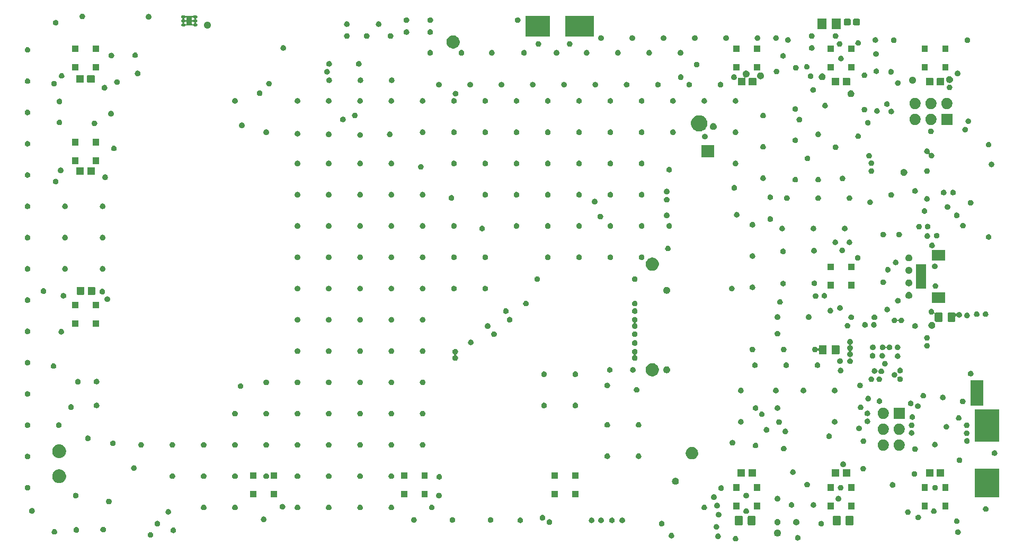
<source format=gts>
G04 #@! TF.GenerationSoftware,KiCad,Pcbnew,(5.1.5)-3*
G04 #@! TF.CreationDate,2020-05-18T23:19:19-04:00*
G04 #@! TF.ProjectId,CPU,4350552e-6b69-4636-9164-5f7063625858,rev?*
G04 #@! TF.SameCoordinates,Original*
G04 #@! TF.FileFunction,Soldermask,Top*
G04 #@! TF.FilePolarity,Negative*
%FSLAX46Y46*%
G04 Gerber Fmt 4.6, Leading zero omitted, Abs format (unit mm)*
G04 Created by KiCad (PCBNEW (5.1.5)-3) date 2020-05-18 23:19:19*
%MOMM*%
%LPD*%
G04 APERTURE LIST*
%ADD10C,0.100000*%
G04 APERTURE END LIST*
D10*
G36*
X187325000Y-123190000D02*
G01*
X183515000Y-123190000D01*
X183515000Y-118745000D01*
X187325000Y-118745000D01*
X187325000Y-123190000D01*
G37*
X187325000Y-123190000D02*
X183515000Y-123190000D01*
X183515000Y-118745000D01*
X187325000Y-118745000D01*
X187325000Y-123190000D01*
G36*
X187325000Y-114300000D02*
G01*
X183515000Y-114300000D01*
X183515000Y-109220000D01*
X187325000Y-109220000D01*
X187325000Y-114300000D01*
G37*
X187325000Y-114300000D02*
X183515000Y-114300000D01*
X183515000Y-109220000D01*
X187325000Y-109220000D01*
X187325000Y-114300000D01*
G36*
X122555000Y-49530000D02*
G01*
X118110000Y-49530000D01*
X118110000Y-46355000D01*
X122555000Y-46355000D01*
X122555000Y-49530000D01*
G37*
X122555000Y-49530000D02*
X118110000Y-49530000D01*
X118110000Y-46355000D01*
X122555000Y-46355000D01*
X122555000Y-49530000D01*
G36*
X115570000Y-49530000D02*
G01*
X111760000Y-49530000D01*
X111760000Y-46355000D01*
X115570000Y-46355000D01*
X115570000Y-49530000D01*
G37*
X115570000Y-49530000D02*
X111760000Y-49530000D01*
X111760000Y-46355000D01*
X115570000Y-46355000D01*
X115570000Y-49530000D01*
G36*
X184850000Y-108550000D02*
G01*
X182850000Y-108550000D01*
X182850000Y-104550000D01*
X184850000Y-104550000D01*
X184850000Y-108550000D01*
G37*
X184850000Y-108550000D02*
X182850000Y-108550000D01*
X182850000Y-104550000D01*
X184850000Y-104550000D01*
X184850000Y-108550000D01*
G36*
X145431552Y-129466331D02*
G01*
X145513627Y-129500328D01*
X145513629Y-129500329D01*
X145550813Y-129525175D01*
X145587495Y-129549685D01*
X145650315Y-129612505D01*
X145699672Y-129686373D01*
X145733669Y-129768448D01*
X145751000Y-129855579D01*
X145751000Y-129944421D01*
X145733669Y-130031552D01*
X145705186Y-130100314D01*
X145699671Y-130113629D01*
X145650314Y-130187496D01*
X145587496Y-130250314D01*
X145513629Y-130299671D01*
X145513628Y-130299672D01*
X145513627Y-130299672D01*
X145431552Y-130333669D01*
X145344421Y-130351000D01*
X145255579Y-130351000D01*
X145168448Y-130333669D01*
X145086373Y-130299672D01*
X145086372Y-130299672D01*
X145086371Y-130299671D01*
X145012504Y-130250314D01*
X144949686Y-130187496D01*
X144900329Y-130113629D01*
X144894814Y-130100314D01*
X144866331Y-130031552D01*
X144849000Y-129944421D01*
X144849000Y-129855579D01*
X144866331Y-129768448D01*
X144900328Y-129686373D01*
X144949685Y-129612505D01*
X145012505Y-129549685D01*
X145049187Y-129525175D01*
X145086371Y-129500329D01*
X145086373Y-129500328D01*
X145168448Y-129466331D01*
X145255579Y-129449000D01*
X145344421Y-129449000D01*
X145431552Y-129466331D01*
G37*
G36*
X155381552Y-129316331D02*
G01*
X155449366Y-129344421D01*
X155463629Y-129350329D01*
X155537496Y-129399686D01*
X155600314Y-129462504D01*
X155645298Y-129529826D01*
X155649672Y-129536373D01*
X155683669Y-129618448D01*
X155701000Y-129705579D01*
X155701000Y-129794421D01*
X155683669Y-129881552D01*
X155662081Y-129933669D01*
X155649671Y-129963629D01*
X155600314Y-130037496D01*
X155537496Y-130100314D01*
X155463629Y-130149671D01*
X155463628Y-130149672D01*
X155463627Y-130149672D01*
X155381552Y-130183669D01*
X155294421Y-130201000D01*
X155205579Y-130201000D01*
X155118448Y-130183669D01*
X155036373Y-130149672D01*
X155036372Y-130149672D01*
X155036371Y-130149671D01*
X154962504Y-130100314D01*
X154899686Y-130037496D01*
X154850329Y-129963629D01*
X154837919Y-129933669D01*
X154816331Y-129881552D01*
X154799000Y-129794421D01*
X154799000Y-129705579D01*
X154816331Y-129618448D01*
X154850328Y-129536373D01*
X154854703Y-129529826D01*
X154899686Y-129462504D01*
X154962504Y-129399686D01*
X155036371Y-129350329D01*
X155050634Y-129344421D01*
X155118448Y-129316331D01*
X155205579Y-129299000D01*
X155294421Y-129299000D01*
X155381552Y-129316331D01*
G37*
G36*
X142631552Y-129066331D02*
G01*
X142713627Y-129100328D01*
X142713629Y-129100329D01*
X142787496Y-129149686D01*
X142850314Y-129212504D01*
X142897866Y-129283669D01*
X142899672Y-129286373D01*
X142933669Y-129368448D01*
X142951000Y-129455579D01*
X142951000Y-129544421D01*
X142933669Y-129631552D01*
X142903005Y-129705580D01*
X142899671Y-129713629D01*
X142875159Y-129750314D01*
X142850315Y-129787495D01*
X142787495Y-129850315D01*
X142779615Y-129855580D01*
X142713629Y-129899671D01*
X142713628Y-129899672D01*
X142713627Y-129899672D01*
X142631552Y-129933669D01*
X142544421Y-129951000D01*
X142455579Y-129951000D01*
X142368448Y-129933669D01*
X142286373Y-129899672D01*
X142286372Y-129899672D01*
X142286371Y-129899671D01*
X142220385Y-129855580D01*
X142212505Y-129850315D01*
X142149685Y-129787495D01*
X142124841Y-129750314D01*
X142100329Y-129713629D01*
X142096995Y-129705580D01*
X142066331Y-129631552D01*
X142049000Y-129544421D01*
X142049000Y-129455579D01*
X142066331Y-129368448D01*
X142100328Y-129286373D01*
X142102135Y-129283669D01*
X142149686Y-129212504D01*
X142212504Y-129149686D01*
X142286371Y-129100329D01*
X142286373Y-129100328D01*
X142368448Y-129066331D01*
X142455579Y-129049000D01*
X142544421Y-129049000D01*
X142631552Y-129066331D01*
G37*
G36*
X135181552Y-128966331D02*
G01*
X135263627Y-129000328D01*
X135263629Y-129000329D01*
X135300813Y-129025175D01*
X135337495Y-129049685D01*
X135400315Y-129112505D01*
X135449672Y-129186373D01*
X135483669Y-129268448D01*
X135501000Y-129355579D01*
X135501000Y-129444421D01*
X135483669Y-129531552D01*
X135449672Y-129613627D01*
X135400315Y-129687495D01*
X135337495Y-129750315D01*
X135310357Y-129768448D01*
X135263629Y-129799671D01*
X135263628Y-129799672D01*
X135263627Y-129799672D01*
X135181552Y-129833669D01*
X135094421Y-129851000D01*
X135005579Y-129851000D01*
X134918448Y-129833669D01*
X134836373Y-129799672D01*
X134836372Y-129799672D01*
X134836371Y-129799671D01*
X134789643Y-129768448D01*
X134762505Y-129750315D01*
X134699685Y-129687495D01*
X134650328Y-129613627D01*
X134616331Y-129531552D01*
X134599000Y-129444421D01*
X134599000Y-129355579D01*
X134616331Y-129268448D01*
X134650328Y-129186373D01*
X134699685Y-129112505D01*
X134762505Y-129049685D01*
X134799187Y-129025175D01*
X134836371Y-129000329D01*
X134836373Y-129000328D01*
X134918448Y-128966331D01*
X135005579Y-128949000D01*
X135094421Y-128949000D01*
X135181552Y-128966331D01*
G37*
G36*
X51931552Y-128866331D02*
G01*
X52013627Y-128900328D01*
X52013629Y-128900329D01*
X52014633Y-128901000D01*
X52087495Y-128949685D01*
X52150315Y-129012505D01*
X52151066Y-129013629D01*
X52186281Y-129066331D01*
X52199672Y-129086373D01*
X52233669Y-129168448D01*
X52251000Y-129255579D01*
X52251000Y-129344421D01*
X52233669Y-129431552D01*
X52205180Y-129500329D01*
X52199671Y-129513629D01*
X52150314Y-129587496D01*
X52087496Y-129650314D01*
X52013629Y-129699671D01*
X52013628Y-129699672D01*
X52013627Y-129699672D01*
X51931552Y-129733669D01*
X51844421Y-129751000D01*
X51755579Y-129751000D01*
X51668448Y-129733669D01*
X51586373Y-129699672D01*
X51586372Y-129699672D01*
X51586371Y-129699671D01*
X51512504Y-129650314D01*
X51449686Y-129587496D01*
X51400329Y-129513629D01*
X51394820Y-129500329D01*
X51366331Y-129431552D01*
X51349000Y-129344421D01*
X51349000Y-129255579D01*
X51366331Y-129168448D01*
X51400328Y-129086373D01*
X51413720Y-129066331D01*
X51448934Y-129013629D01*
X51449685Y-129012505D01*
X51512505Y-128949685D01*
X51585367Y-128901000D01*
X51586371Y-128900329D01*
X51586373Y-128900328D01*
X51668448Y-128866331D01*
X51755579Y-128849000D01*
X51844421Y-128849000D01*
X51931552Y-128866331D01*
G37*
G36*
X152160721Y-128470174D02*
G01*
X152260995Y-128511709D01*
X152262186Y-128512505D01*
X152351242Y-128572010D01*
X152427990Y-128648758D01*
X152427991Y-128648760D01*
X152488291Y-128739005D01*
X152529826Y-128839279D01*
X152551000Y-128945730D01*
X152551000Y-129054270D01*
X152529826Y-129160721D01*
X152488291Y-129260995D01*
X152471335Y-129286371D01*
X152427990Y-129351242D01*
X152351242Y-129427990D01*
X152326651Y-129444421D01*
X152260995Y-129488291D01*
X152160721Y-129529826D01*
X152054270Y-129551000D01*
X151945730Y-129551000D01*
X151839279Y-129529826D01*
X151739005Y-129488291D01*
X151673349Y-129444421D01*
X151648758Y-129427990D01*
X151572010Y-129351242D01*
X151528665Y-129286371D01*
X151511709Y-129260995D01*
X151470174Y-129160721D01*
X151449000Y-129054270D01*
X151449000Y-128945730D01*
X151470174Y-128839279D01*
X151511709Y-128739005D01*
X151572009Y-128648760D01*
X151572010Y-128648758D01*
X151648758Y-128572010D01*
X151737814Y-128512505D01*
X151739005Y-128511709D01*
X151839279Y-128470174D01*
X151945730Y-128449000D01*
X152054270Y-128449000D01*
X152160721Y-128470174D01*
G37*
G36*
X180981552Y-128416331D02*
G01*
X181062077Y-128449686D01*
X181063629Y-128450329D01*
X181093329Y-128470174D01*
X181137495Y-128499685D01*
X181200315Y-128562505D01*
X181249672Y-128636373D01*
X181283669Y-128718448D01*
X181301000Y-128805579D01*
X181301000Y-128894421D01*
X181283669Y-128981552D01*
X181253548Y-129054269D01*
X181249671Y-129063629D01*
X181200314Y-129137496D01*
X181137496Y-129200314D01*
X181063629Y-129249671D01*
X181063628Y-129249672D01*
X181063627Y-129249672D01*
X180981552Y-129283669D01*
X180894421Y-129301000D01*
X180805579Y-129301000D01*
X180718448Y-129283669D01*
X180636373Y-129249672D01*
X180636372Y-129249672D01*
X180636371Y-129249671D01*
X180562504Y-129200314D01*
X180499686Y-129137496D01*
X180450329Y-129063629D01*
X180446452Y-129054269D01*
X180416331Y-128981552D01*
X180399000Y-128894421D01*
X180399000Y-128805579D01*
X180416331Y-128718448D01*
X180450328Y-128636373D01*
X180499685Y-128562505D01*
X180562505Y-128499685D01*
X180606671Y-128470174D01*
X180636371Y-128450329D01*
X180637923Y-128449686D01*
X180718448Y-128416331D01*
X180805579Y-128399000D01*
X180894421Y-128399000D01*
X180981552Y-128416331D01*
G37*
G36*
X36581552Y-128366331D02*
G01*
X36662043Y-128399672D01*
X36663629Y-128400329D01*
X36687577Y-128416331D01*
X36737495Y-128449685D01*
X36800315Y-128512505D01*
X36849672Y-128586373D01*
X36883669Y-128668448D01*
X36901000Y-128755579D01*
X36901000Y-128844421D01*
X36883669Y-128931552D01*
X36849672Y-129013627D01*
X36801065Y-129086373D01*
X36800314Y-129087496D01*
X36737496Y-129150314D01*
X36663629Y-129199671D01*
X36663628Y-129199672D01*
X36663627Y-129199672D01*
X36581552Y-129233669D01*
X36494421Y-129251000D01*
X36405579Y-129251000D01*
X36318448Y-129233669D01*
X36236373Y-129199672D01*
X36236372Y-129199672D01*
X36236371Y-129199671D01*
X36162504Y-129150314D01*
X36099686Y-129087496D01*
X36098936Y-129086373D01*
X36050328Y-129013627D01*
X36016331Y-128931552D01*
X35999000Y-128844421D01*
X35999000Y-128755579D01*
X36016331Y-128668448D01*
X36050328Y-128586373D01*
X36099685Y-128512505D01*
X36162505Y-128449685D01*
X36212423Y-128416331D01*
X36236371Y-128400329D01*
X36237957Y-128399672D01*
X36318448Y-128366331D01*
X36405579Y-128349000D01*
X36494421Y-128349000D01*
X36581552Y-128366331D01*
G37*
G36*
X55581552Y-128116331D02*
G01*
X55662077Y-128149686D01*
X55663629Y-128150329D01*
X55681850Y-128162504D01*
X55737495Y-128199685D01*
X55800315Y-128262505D01*
X55849672Y-128336373D01*
X55883669Y-128418448D01*
X55901000Y-128505579D01*
X55901000Y-128594421D01*
X55883669Y-128681552D01*
X55849672Y-128763627D01*
X55800315Y-128837495D01*
X55737495Y-128900315D01*
X55700813Y-128924825D01*
X55663629Y-128949671D01*
X55663628Y-128949672D01*
X55663627Y-128949672D01*
X55581552Y-128983669D01*
X55494421Y-129001000D01*
X55405579Y-129001000D01*
X55318448Y-128983669D01*
X55236373Y-128949672D01*
X55236372Y-128949672D01*
X55236371Y-128949671D01*
X55199187Y-128924825D01*
X55162505Y-128900315D01*
X55099685Y-128837495D01*
X55050328Y-128763627D01*
X55016331Y-128681552D01*
X54999000Y-128594421D01*
X54999000Y-128505579D01*
X55016331Y-128418448D01*
X55050328Y-128336373D01*
X55099685Y-128262505D01*
X55162505Y-128199685D01*
X55218150Y-128162504D01*
X55236371Y-128150329D01*
X55237923Y-128149686D01*
X55318448Y-128116331D01*
X55405579Y-128099000D01*
X55494421Y-128099000D01*
X55581552Y-128116331D01*
G37*
G36*
X40081552Y-128066331D02*
G01*
X40162077Y-128099686D01*
X40163629Y-128100329D01*
X40187577Y-128116331D01*
X40237495Y-128149685D01*
X40300315Y-128212505D01*
X40349672Y-128286373D01*
X40383669Y-128368448D01*
X40401000Y-128455579D01*
X40401000Y-128544421D01*
X40383669Y-128631552D01*
X40362958Y-128681552D01*
X40349671Y-128713629D01*
X40300314Y-128787496D01*
X40237496Y-128850314D01*
X40163629Y-128899671D01*
X40163628Y-128899672D01*
X40163627Y-128899672D01*
X40081552Y-128933669D01*
X39994421Y-128951000D01*
X39905579Y-128951000D01*
X39818448Y-128933669D01*
X39736373Y-128899672D01*
X39736372Y-128899672D01*
X39736371Y-128899671D01*
X39662504Y-128850314D01*
X39599686Y-128787496D01*
X39550329Y-128713629D01*
X39537042Y-128681552D01*
X39516331Y-128631552D01*
X39499000Y-128544421D01*
X39499000Y-128455579D01*
X39516331Y-128368448D01*
X39550328Y-128286373D01*
X39599685Y-128212505D01*
X39662505Y-128149685D01*
X39712423Y-128116331D01*
X39736371Y-128100329D01*
X39737923Y-128099686D01*
X39818448Y-128066331D01*
X39905579Y-128049000D01*
X39994421Y-128049000D01*
X40081552Y-128066331D01*
G37*
G36*
X44381552Y-128016331D02*
G01*
X44463627Y-128050328D01*
X44463629Y-128050329D01*
X44487577Y-128066331D01*
X44537495Y-128099685D01*
X44600315Y-128162505D01*
X44649672Y-128236373D01*
X44683669Y-128318448D01*
X44701000Y-128405579D01*
X44701000Y-128494421D01*
X44683669Y-128581552D01*
X44649672Y-128663627D01*
X44600315Y-128737495D01*
X44537495Y-128800315D01*
X44529615Y-128805580D01*
X44463629Y-128849671D01*
X44463628Y-128849672D01*
X44463627Y-128849672D01*
X44381552Y-128883669D01*
X44294421Y-128901000D01*
X44205579Y-128901000D01*
X44118448Y-128883669D01*
X44036373Y-128849672D01*
X44036372Y-128849672D01*
X44036371Y-128849671D01*
X43970385Y-128805580D01*
X43962505Y-128800315D01*
X43899685Y-128737495D01*
X43850328Y-128663627D01*
X43816331Y-128581552D01*
X43799000Y-128494421D01*
X43799000Y-128405579D01*
X43816331Y-128318448D01*
X43850328Y-128236373D01*
X43899685Y-128162505D01*
X43962505Y-128099685D01*
X44012423Y-128066331D01*
X44036371Y-128050329D01*
X44036373Y-128050328D01*
X44118448Y-128016331D01*
X44205579Y-127999000D01*
X44294421Y-127999000D01*
X44381552Y-128016331D01*
G37*
G36*
X142381552Y-127566331D02*
G01*
X142463627Y-127600328D01*
X142463629Y-127600329D01*
X142500813Y-127625175D01*
X142537495Y-127649685D01*
X142600315Y-127712505D01*
X142649672Y-127786373D01*
X142683669Y-127868448D01*
X142701000Y-127955579D01*
X142701000Y-128044421D01*
X142683669Y-128131552D01*
X142649672Y-128213627D01*
X142601065Y-128286373D01*
X142600314Y-128287496D01*
X142537496Y-128350314D01*
X142463629Y-128399671D01*
X142463628Y-128399672D01*
X142463627Y-128399672D01*
X142381552Y-128433669D01*
X142294421Y-128451000D01*
X142205579Y-128451000D01*
X142118448Y-128433669D01*
X142036373Y-128399672D01*
X142036372Y-128399672D01*
X142036371Y-128399671D01*
X141962504Y-128350314D01*
X141899686Y-128287496D01*
X141898936Y-128286373D01*
X141850328Y-128213627D01*
X141816331Y-128131552D01*
X141799000Y-128044421D01*
X141799000Y-127955579D01*
X141816331Y-127868448D01*
X141850328Y-127786373D01*
X141899685Y-127712505D01*
X141962505Y-127649685D01*
X141999187Y-127625175D01*
X142036371Y-127600329D01*
X142036373Y-127600328D01*
X142118448Y-127566331D01*
X142205579Y-127549000D01*
X142294421Y-127549000D01*
X142381552Y-127566331D01*
G37*
G36*
X53031552Y-127066331D02*
G01*
X53113627Y-127100328D01*
X53113629Y-127100329D01*
X53140746Y-127118448D01*
X53187495Y-127149685D01*
X53250315Y-127212505D01*
X53299672Y-127286373D01*
X53333669Y-127368448D01*
X53351000Y-127455579D01*
X53351000Y-127544421D01*
X53333669Y-127631552D01*
X53304902Y-127701000D01*
X53299671Y-127713629D01*
X53287565Y-127731747D01*
X53251065Y-127786373D01*
X53250314Y-127787496D01*
X53187496Y-127850314D01*
X53113629Y-127899671D01*
X53113628Y-127899672D01*
X53113627Y-127899672D01*
X53031552Y-127933669D01*
X52944421Y-127951000D01*
X52855579Y-127951000D01*
X52768448Y-127933669D01*
X52686373Y-127899672D01*
X52686372Y-127899672D01*
X52686371Y-127899671D01*
X52612504Y-127850314D01*
X52549686Y-127787496D01*
X52548936Y-127786373D01*
X52512435Y-127731747D01*
X52500329Y-127713629D01*
X52495098Y-127701000D01*
X52466331Y-127631552D01*
X52449000Y-127544421D01*
X52449000Y-127455579D01*
X52466331Y-127368448D01*
X52500328Y-127286373D01*
X52549685Y-127212505D01*
X52612505Y-127149685D01*
X52659254Y-127118448D01*
X52686371Y-127100329D01*
X52686373Y-127100328D01*
X52768448Y-127066331D01*
X52855579Y-127049000D01*
X52944421Y-127049000D01*
X53031552Y-127066331D01*
G37*
G36*
X159131552Y-127066331D02*
G01*
X159213627Y-127100328D01*
X159213629Y-127100329D01*
X159240746Y-127118448D01*
X159287495Y-127149685D01*
X159350315Y-127212505D01*
X159399672Y-127286373D01*
X159433669Y-127368448D01*
X159451000Y-127455579D01*
X159451000Y-127544421D01*
X159433669Y-127631552D01*
X159404902Y-127701000D01*
X159399671Y-127713629D01*
X159387565Y-127731747D01*
X159351065Y-127786373D01*
X159350314Y-127787496D01*
X159287496Y-127850314D01*
X159213629Y-127899671D01*
X159213628Y-127899672D01*
X159213627Y-127899672D01*
X159131552Y-127933669D01*
X159044421Y-127951000D01*
X158955579Y-127951000D01*
X158868448Y-127933669D01*
X158786373Y-127899672D01*
X158786372Y-127899672D01*
X158786371Y-127899671D01*
X158712504Y-127850314D01*
X158649686Y-127787496D01*
X158648936Y-127786373D01*
X158612435Y-127731747D01*
X158600329Y-127713629D01*
X158595098Y-127701000D01*
X158566331Y-127631552D01*
X158549000Y-127544421D01*
X158549000Y-127455579D01*
X158566331Y-127368448D01*
X158600328Y-127286373D01*
X158649685Y-127212505D01*
X158712505Y-127149685D01*
X158759254Y-127118448D01*
X158786371Y-127100329D01*
X158786373Y-127100328D01*
X158868448Y-127066331D01*
X158955579Y-127049000D01*
X159044421Y-127049000D01*
X159131552Y-127066331D01*
G37*
G36*
X133631552Y-127066331D02*
G01*
X133713627Y-127100328D01*
X133713629Y-127100329D01*
X133740746Y-127118448D01*
X133787495Y-127149685D01*
X133850315Y-127212505D01*
X133899672Y-127286373D01*
X133933669Y-127368448D01*
X133951000Y-127455579D01*
X133951000Y-127544421D01*
X133933669Y-127631552D01*
X133904902Y-127701000D01*
X133899671Y-127713629D01*
X133887565Y-127731747D01*
X133851065Y-127786373D01*
X133850314Y-127787496D01*
X133787496Y-127850314D01*
X133713629Y-127899671D01*
X133713628Y-127899672D01*
X133713627Y-127899672D01*
X133631552Y-127933669D01*
X133544421Y-127951000D01*
X133455579Y-127951000D01*
X133368448Y-127933669D01*
X133286373Y-127899672D01*
X133286372Y-127899672D01*
X133286371Y-127899671D01*
X133212504Y-127850314D01*
X133149686Y-127787496D01*
X133148936Y-127786373D01*
X133112435Y-127731747D01*
X133100329Y-127713629D01*
X133095098Y-127701000D01*
X133066331Y-127631552D01*
X133049000Y-127544421D01*
X133049000Y-127455579D01*
X133066331Y-127368448D01*
X133100328Y-127286373D01*
X133149685Y-127212505D01*
X133212505Y-127149685D01*
X133259254Y-127118448D01*
X133286371Y-127100329D01*
X133286373Y-127100328D01*
X133368448Y-127066331D01*
X133455579Y-127049000D01*
X133544421Y-127049000D01*
X133631552Y-127066331D01*
G37*
G36*
X152082419Y-126755579D02*
G01*
X152146136Y-126768253D01*
X152183902Y-126783896D01*
X152237311Y-126806019D01*
X152255912Y-126818448D01*
X152319369Y-126860848D01*
X152389152Y-126930631D01*
X152410449Y-126962505D01*
X152443981Y-127012689D01*
X152481747Y-127103864D01*
X152498383Y-127187496D01*
X152501000Y-127200656D01*
X152501000Y-127299344D01*
X152483466Y-127387496D01*
X152481747Y-127396135D01*
X152443981Y-127487311D01*
X152416752Y-127528062D01*
X152389152Y-127569369D01*
X152319369Y-127639152D01*
X152278062Y-127666752D01*
X152237311Y-127693981D01*
X152189881Y-127713627D01*
X152146136Y-127731747D01*
X152129274Y-127735101D01*
X152049345Y-127751000D01*
X151950655Y-127751000D01*
X151870726Y-127735101D01*
X151853864Y-127731747D01*
X151810119Y-127713627D01*
X151762689Y-127693981D01*
X151721938Y-127666752D01*
X151680631Y-127639152D01*
X151610848Y-127569369D01*
X151583248Y-127528062D01*
X151556019Y-127487311D01*
X151518253Y-127396135D01*
X151516535Y-127387496D01*
X151499000Y-127299344D01*
X151499000Y-127200656D01*
X151501618Y-127187496D01*
X151518253Y-127103864D01*
X151556019Y-127012689D01*
X151589551Y-126962505D01*
X151610848Y-126930631D01*
X151680631Y-126860848D01*
X151744088Y-126818448D01*
X151762689Y-126806019D01*
X151816098Y-126783896D01*
X151853864Y-126768253D01*
X151917581Y-126755579D01*
X151950655Y-126749000D01*
X152049345Y-126749000D01*
X152082419Y-126755579D01*
G37*
G36*
X163988674Y-126253465D02*
G01*
X164026367Y-126264899D01*
X164061103Y-126283466D01*
X164091548Y-126308452D01*
X164116534Y-126338897D01*
X164135101Y-126373633D01*
X164146535Y-126411326D01*
X164151000Y-126456661D01*
X164151000Y-127543339D01*
X164146535Y-127588674D01*
X164135101Y-127626367D01*
X164116534Y-127661103D01*
X164091548Y-127691548D01*
X164061103Y-127716534D01*
X164026367Y-127735101D01*
X163988674Y-127746535D01*
X163943339Y-127751000D01*
X163106661Y-127751000D01*
X163061326Y-127746535D01*
X163023633Y-127735101D01*
X162988897Y-127716534D01*
X162958452Y-127691548D01*
X162933466Y-127661103D01*
X162914899Y-127626367D01*
X162903465Y-127588674D01*
X162899000Y-127543339D01*
X162899000Y-126456661D01*
X162903465Y-126411326D01*
X162914899Y-126373633D01*
X162933466Y-126338897D01*
X162958452Y-126308452D01*
X162988897Y-126283466D01*
X163023633Y-126264899D01*
X163061326Y-126253465D01*
X163106661Y-126249000D01*
X163943339Y-126249000D01*
X163988674Y-126253465D01*
G37*
G36*
X161938674Y-126253465D02*
G01*
X161976367Y-126264899D01*
X162011103Y-126283466D01*
X162041548Y-126308452D01*
X162066534Y-126338897D01*
X162085101Y-126373633D01*
X162096535Y-126411326D01*
X162101000Y-126456661D01*
X162101000Y-127543339D01*
X162096535Y-127588674D01*
X162085101Y-127626367D01*
X162066534Y-127661103D01*
X162041548Y-127691548D01*
X162011103Y-127716534D01*
X161976367Y-127735101D01*
X161938674Y-127746535D01*
X161893339Y-127751000D01*
X161056661Y-127751000D01*
X161011326Y-127746535D01*
X160973633Y-127735101D01*
X160938897Y-127716534D01*
X160908452Y-127691548D01*
X160883466Y-127661103D01*
X160864899Y-127626367D01*
X160853465Y-127588674D01*
X160849000Y-127543339D01*
X160849000Y-126456661D01*
X160853465Y-126411326D01*
X160864899Y-126373633D01*
X160883466Y-126338897D01*
X160908452Y-126308452D01*
X160938897Y-126283466D01*
X160973633Y-126264899D01*
X161011326Y-126253465D01*
X161056661Y-126249000D01*
X161893339Y-126249000D01*
X161938674Y-126253465D01*
G37*
G36*
X155082419Y-126755579D02*
G01*
X155146136Y-126768253D01*
X155183902Y-126783896D01*
X155237311Y-126806019D01*
X155255912Y-126818448D01*
X155319369Y-126860848D01*
X155389152Y-126930631D01*
X155410449Y-126962505D01*
X155443981Y-127012689D01*
X155481747Y-127103864D01*
X155498383Y-127187496D01*
X155501000Y-127200656D01*
X155501000Y-127299344D01*
X155483466Y-127387496D01*
X155481747Y-127396135D01*
X155443981Y-127487311D01*
X155416752Y-127528062D01*
X155389152Y-127569369D01*
X155319369Y-127639152D01*
X155278062Y-127666752D01*
X155237311Y-127693981D01*
X155189881Y-127713627D01*
X155146136Y-127731747D01*
X155129274Y-127735101D01*
X155049345Y-127751000D01*
X154950655Y-127751000D01*
X154870726Y-127735101D01*
X154853864Y-127731747D01*
X154810119Y-127713627D01*
X154762689Y-127693981D01*
X154721938Y-127666752D01*
X154680631Y-127639152D01*
X154610848Y-127569369D01*
X154583248Y-127528062D01*
X154556019Y-127487311D01*
X154518253Y-127396135D01*
X154516535Y-127387496D01*
X154499000Y-127299344D01*
X154499000Y-127200656D01*
X154501618Y-127187496D01*
X154518253Y-127103864D01*
X154556019Y-127012689D01*
X154589551Y-126962505D01*
X154610848Y-126930631D01*
X154680631Y-126860848D01*
X154744088Y-126818448D01*
X154762689Y-126806019D01*
X154816098Y-126783896D01*
X154853864Y-126768253D01*
X154917581Y-126755579D01*
X154950655Y-126749000D01*
X155049345Y-126749000D01*
X155082419Y-126755579D01*
G37*
G36*
X148338674Y-126253465D02*
G01*
X148376367Y-126264899D01*
X148411103Y-126283466D01*
X148441548Y-126308452D01*
X148466534Y-126338897D01*
X148485101Y-126373633D01*
X148496535Y-126411326D01*
X148501000Y-126456661D01*
X148501000Y-127543339D01*
X148496535Y-127588674D01*
X148485101Y-127626367D01*
X148466534Y-127661103D01*
X148441548Y-127691548D01*
X148411103Y-127716534D01*
X148376367Y-127735101D01*
X148338674Y-127746535D01*
X148293339Y-127751000D01*
X147456661Y-127751000D01*
X147411326Y-127746535D01*
X147373633Y-127735101D01*
X147338897Y-127716534D01*
X147308452Y-127691548D01*
X147283466Y-127661103D01*
X147264899Y-127626367D01*
X147253465Y-127588674D01*
X147249000Y-127543339D01*
X147249000Y-126456661D01*
X147253465Y-126411326D01*
X147264899Y-126373633D01*
X147283466Y-126338897D01*
X147308452Y-126308452D01*
X147338897Y-126283466D01*
X147373633Y-126264899D01*
X147411326Y-126253465D01*
X147456661Y-126249000D01*
X148293339Y-126249000D01*
X148338674Y-126253465D01*
G37*
G36*
X146288674Y-126253465D02*
G01*
X146326367Y-126264899D01*
X146361103Y-126283466D01*
X146391548Y-126308452D01*
X146416534Y-126338897D01*
X146435101Y-126373633D01*
X146446535Y-126411326D01*
X146451000Y-126456661D01*
X146451000Y-127543339D01*
X146446535Y-127588674D01*
X146435101Y-127626367D01*
X146416534Y-127661103D01*
X146391548Y-127691548D01*
X146361103Y-127716534D01*
X146326367Y-127735101D01*
X146288674Y-127746535D01*
X146243339Y-127751000D01*
X145406661Y-127751000D01*
X145361326Y-127746535D01*
X145323633Y-127735101D01*
X145288897Y-127716534D01*
X145258452Y-127691548D01*
X145233466Y-127661103D01*
X145214899Y-127626367D01*
X145203465Y-127588674D01*
X145199000Y-127543339D01*
X145199000Y-126456661D01*
X145203465Y-126411326D01*
X145214899Y-126373633D01*
X145233466Y-126338897D01*
X145258452Y-126308452D01*
X145288897Y-126283466D01*
X145323633Y-126264899D01*
X145361326Y-126253465D01*
X145406661Y-126249000D01*
X146243339Y-126249000D01*
X146288674Y-126253465D01*
G37*
G36*
X115681552Y-126816331D02*
G01*
X115763627Y-126850328D01*
X115763629Y-126850329D01*
X115800813Y-126875175D01*
X115837495Y-126899685D01*
X115900315Y-126962505D01*
X115949672Y-127036373D01*
X115983669Y-127118448D01*
X116001000Y-127205579D01*
X116001000Y-127294421D01*
X115983669Y-127381552D01*
X115949672Y-127463627D01*
X115900315Y-127537495D01*
X115837495Y-127600315D01*
X115837474Y-127600329D01*
X115763629Y-127649671D01*
X115763628Y-127649672D01*
X115763627Y-127649672D01*
X115681552Y-127683669D01*
X115594421Y-127701000D01*
X115505579Y-127701000D01*
X115418448Y-127683669D01*
X115336373Y-127649672D01*
X115336372Y-127649672D01*
X115336371Y-127649671D01*
X115262526Y-127600329D01*
X115262505Y-127600315D01*
X115199685Y-127537495D01*
X115150328Y-127463627D01*
X115116331Y-127381552D01*
X115099000Y-127294421D01*
X115099000Y-127205579D01*
X115116331Y-127118448D01*
X115150328Y-127036373D01*
X115199685Y-126962505D01*
X115262505Y-126899685D01*
X115299187Y-126875175D01*
X115336371Y-126850329D01*
X115336373Y-126850328D01*
X115418448Y-126816331D01*
X115505579Y-126799000D01*
X115594421Y-126799000D01*
X115681552Y-126816331D01*
G37*
G36*
X180781552Y-126666331D02*
G01*
X180863627Y-126700328D01*
X180863629Y-126700329D01*
X180900813Y-126725175D01*
X180937495Y-126749685D01*
X181000315Y-126812505D01*
X181049672Y-126886373D01*
X181083669Y-126968448D01*
X181101000Y-127055579D01*
X181101000Y-127144421D01*
X181083669Y-127231552D01*
X181060961Y-127286373D01*
X181049671Y-127313629D01*
X181025588Y-127349671D01*
X181000315Y-127387495D01*
X180937495Y-127450315D01*
X180929615Y-127455580D01*
X180863629Y-127499671D01*
X180863628Y-127499672D01*
X180863627Y-127499672D01*
X180781552Y-127533669D01*
X180694421Y-127551000D01*
X180605579Y-127551000D01*
X180518448Y-127533669D01*
X180436373Y-127499672D01*
X180436372Y-127499672D01*
X180436371Y-127499671D01*
X180370385Y-127455580D01*
X180362505Y-127450315D01*
X180299685Y-127387495D01*
X180274412Y-127349671D01*
X180250329Y-127313629D01*
X180239039Y-127286373D01*
X180216331Y-127231552D01*
X180199000Y-127144421D01*
X180199000Y-127055579D01*
X180216331Y-126968448D01*
X180250328Y-126886373D01*
X180299685Y-126812505D01*
X180362505Y-126749685D01*
X180399187Y-126725175D01*
X180436371Y-126700329D01*
X180436373Y-126700328D01*
X180518448Y-126666331D01*
X180605579Y-126649000D01*
X180694421Y-126649000D01*
X180781552Y-126666331D01*
G37*
G36*
X127331552Y-126516331D02*
G01*
X127412077Y-126549686D01*
X127413629Y-126550329D01*
X127450813Y-126575175D01*
X127487495Y-126599685D01*
X127550315Y-126662505D01*
X127599672Y-126736373D01*
X127633669Y-126818448D01*
X127651000Y-126905579D01*
X127651000Y-126994421D01*
X127633669Y-127081552D01*
X127605186Y-127150314D01*
X127599671Y-127163629D01*
X127550314Y-127237496D01*
X127487496Y-127300314D01*
X127413629Y-127349671D01*
X127413628Y-127349672D01*
X127413627Y-127349672D01*
X127331552Y-127383669D01*
X127244421Y-127401000D01*
X127155579Y-127401000D01*
X127068448Y-127383669D01*
X126986373Y-127349672D01*
X126986372Y-127349672D01*
X126986371Y-127349671D01*
X126912504Y-127300314D01*
X126849686Y-127237496D01*
X126800329Y-127163629D01*
X126794814Y-127150314D01*
X126766331Y-127081552D01*
X126749000Y-126994421D01*
X126749000Y-126905579D01*
X126766331Y-126818448D01*
X126800328Y-126736373D01*
X126849685Y-126662505D01*
X126912505Y-126599685D01*
X126949187Y-126575175D01*
X126986371Y-126550329D01*
X126987923Y-126549686D01*
X127068448Y-126516331D01*
X127155579Y-126499000D01*
X127244421Y-126499000D01*
X127331552Y-126516331D01*
G37*
G36*
X125681552Y-126516331D02*
G01*
X125762077Y-126549686D01*
X125763629Y-126550329D01*
X125800813Y-126575175D01*
X125837495Y-126599685D01*
X125900315Y-126662505D01*
X125949672Y-126736373D01*
X125983669Y-126818448D01*
X126001000Y-126905579D01*
X126001000Y-126994421D01*
X125983669Y-127081552D01*
X125955186Y-127150314D01*
X125949671Y-127163629D01*
X125900314Y-127237496D01*
X125837496Y-127300314D01*
X125763629Y-127349671D01*
X125763628Y-127349672D01*
X125763627Y-127349672D01*
X125681552Y-127383669D01*
X125594421Y-127401000D01*
X125505579Y-127401000D01*
X125418448Y-127383669D01*
X125336373Y-127349672D01*
X125336372Y-127349672D01*
X125336371Y-127349671D01*
X125262504Y-127300314D01*
X125199686Y-127237496D01*
X125150329Y-127163629D01*
X125144814Y-127150314D01*
X125116331Y-127081552D01*
X125099000Y-126994421D01*
X125099000Y-126905579D01*
X125116331Y-126818448D01*
X125150328Y-126736373D01*
X125199685Y-126662505D01*
X125262505Y-126599685D01*
X125299187Y-126575175D01*
X125336371Y-126550329D01*
X125337923Y-126549686D01*
X125418448Y-126516331D01*
X125505579Y-126499000D01*
X125594421Y-126499000D01*
X125681552Y-126516331D01*
G37*
G36*
X123931552Y-126516331D02*
G01*
X124012077Y-126549686D01*
X124013629Y-126550329D01*
X124050813Y-126575175D01*
X124087495Y-126599685D01*
X124150315Y-126662505D01*
X124199672Y-126736373D01*
X124233669Y-126818448D01*
X124251000Y-126905579D01*
X124251000Y-126994421D01*
X124233669Y-127081552D01*
X124205186Y-127150314D01*
X124199671Y-127163629D01*
X124150314Y-127237496D01*
X124087496Y-127300314D01*
X124013629Y-127349671D01*
X124013628Y-127349672D01*
X124013627Y-127349672D01*
X123931552Y-127383669D01*
X123844421Y-127401000D01*
X123755579Y-127401000D01*
X123668448Y-127383669D01*
X123586373Y-127349672D01*
X123586372Y-127349672D01*
X123586371Y-127349671D01*
X123512504Y-127300314D01*
X123449686Y-127237496D01*
X123400329Y-127163629D01*
X123394814Y-127150314D01*
X123366331Y-127081552D01*
X123349000Y-126994421D01*
X123349000Y-126905579D01*
X123366331Y-126818448D01*
X123400328Y-126736373D01*
X123449685Y-126662505D01*
X123512505Y-126599685D01*
X123549187Y-126575175D01*
X123586371Y-126550329D01*
X123587923Y-126549686D01*
X123668448Y-126516331D01*
X123755579Y-126499000D01*
X123844421Y-126499000D01*
X123931552Y-126516331D01*
G37*
G36*
X111031552Y-126516331D02*
G01*
X111112077Y-126549686D01*
X111113629Y-126550329D01*
X111150813Y-126575175D01*
X111187495Y-126599685D01*
X111250315Y-126662505D01*
X111299672Y-126736373D01*
X111333669Y-126818448D01*
X111351000Y-126905579D01*
X111351000Y-126994421D01*
X111333669Y-127081552D01*
X111305186Y-127150314D01*
X111299671Y-127163629D01*
X111250314Y-127237496D01*
X111187496Y-127300314D01*
X111113629Y-127349671D01*
X111113628Y-127349672D01*
X111113627Y-127349672D01*
X111031552Y-127383669D01*
X110944421Y-127401000D01*
X110855579Y-127401000D01*
X110768448Y-127383669D01*
X110686373Y-127349672D01*
X110686372Y-127349672D01*
X110686371Y-127349671D01*
X110612504Y-127300314D01*
X110549686Y-127237496D01*
X110500329Y-127163629D01*
X110494814Y-127150314D01*
X110466331Y-127081552D01*
X110449000Y-126994421D01*
X110449000Y-126905579D01*
X110466331Y-126818448D01*
X110500328Y-126736373D01*
X110549685Y-126662505D01*
X110612505Y-126599685D01*
X110649187Y-126575175D01*
X110686371Y-126550329D01*
X110687923Y-126549686D01*
X110768448Y-126516331D01*
X110855579Y-126499000D01*
X110944421Y-126499000D01*
X111031552Y-126516331D01*
G37*
G36*
X122431552Y-126516331D02*
G01*
X122512077Y-126549686D01*
X122513629Y-126550329D01*
X122550813Y-126575175D01*
X122587495Y-126599685D01*
X122650315Y-126662505D01*
X122699672Y-126736373D01*
X122733669Y-126818448D01*
X122751000Y-126905579D01*
X122751000Y-126994421D01*
X122733669Y-127081552D01*
X122705186Y-127150314D01*
X122699671Y-127163629D01*
X122650314Y-127237496D01*
X122587496Y-127300314D01*
X122513629Y-127349671D01*
X122513628Y-127349672D01*
X122513627Y-127349672D01*
X122431552Y-127383669D01*
X122344421Y-127401000D01*
X122255579Y-127401000D01*
X122168448Y-127383669D01*
X122086373Y-127349672D01*
X122086372Y-127349672D01*
X122086371Y-127349671D01*
X122012504Y-127300314D01*
X121949686Y-127237496D01*
X121900329Y-127163629D01*
X121894814Y-127150314D01*
X121866331Y-127081552D01*
X121849000Y-126994421D01*
X121849000Y-126905579D01*
X121866331Y-126818448D01*
X121900328Y-126736373D01*
X121949685Y-126662505D01*
X122012505Y-126599685D01*
X122049187Y-126575175D01*
X122086371Y-126550329D01*
X122087923Y-126549686D01*
X122168448Y-126516331D01*
X122255579Y-126499000D01*
X122344421Y-126499000D01*
X122431552Y-126516331D01*
G37*
G36*
X94031552Y-126466331D02*
G01*
X94113627Y-126500328D01*
X94113629Y-126500329D01*
X94131850Y-126512504D01*
X94179617Y-126544421D01*
X94187496Y-126549686D01*
X94250314Y-126612504D01*
X94286281Y-126666331D01*
X94299672Y-126686373D01*
X94333669Y-126768448D01*
X94351000Y-126855579D01*
X94351000Y-126944421D01*
X94333669Y-127031552D01*
X94299672Y-127113627D01*
X94250315Y-127187495D01*
X94187495Y-127250315D01*
X94150813Y-127274825D01*
X94113629Y-127299671D01*
X94113628Y-127299672D01*
X94113627Y-127299672D01*
X94031552Y-127333669D01*
X93944421Y-127351000D01*
X93855579Y-127351000D01*
X93768448Y-127333669D01*
X93686373Y-127299672D01*
X93686372Y-127299672D01*
X93686371Y-127299671D01*
X93649187Y-127274825D01*
X93612505Y-127250315D01*
X93549685Y-127187495D01*
X93500328Y-127113627D01*
X93466331Y-127031552D01*
X93449000Y-126944421D01*
X93449000Y-126855579D01*
X93466331Y-126768448D01*
X93500328Y-126686373D01*
X93513720Y-126666331D01*
X93549686Y-126612504D01*
X93612504Y-126549686D01*
X93620384Y-126544421D01*
X93668150Y-126512504D01*
X93686371Y-126500329D01*
X93686373Y-126500328D01*
X93768448Y-126466331D01*
X93855579Y-126449000D01*
X93944421Y-126449000D01*
X94031552Y-126466331D01*
G37*
G36*
X100181552Y-126466331D02*
G01*
X100263627Y-126500328D01*
X100263629Y-126500329D01*
X100281850Y-126512504D01*
X100329617Y-126544421D01*
X100337496Y-126549686D01*
X100400314Y-126612504D01*
X100436281Y-126666331D01*
X100449672Y-126686373D01*
X100483669Y-126768448D01*
X100501000Y-126855579D01*
X100501000Y-126944421D01*
X100483669Y-127031552D01*
X100449672Y-127113627D01*
X100400315Y-127187495D01*
X100337495Y-127250315D01*
X100300813Y-127274825D01*
X100263629Y-127299671D01*
X100263628Y-127299672D01*
X100263627Y-127299672D01*
X100181552Y-127333669D01*
X100094421Y-127351000D01*
X100005579Y-127351000D01*
X99918448Y-127333669D01*
X99836373Y-127299672D01*
X99836372Y-127299672D01*
X99836371Y-127299671D01*
X99799187Y-127274825D01*
X99762505Y-127250315D01*
X99699685Y-127187495D01*
X99650328Y-127113627D01*
X99616331Y-127031552D01*
X99599000Y-126944421D01*
X99599000Y-126855579D01*
X99616331Y-126768448D01*
X99650328Y-126686373D01*
X99663720Y-126666331D01*
X99699686Y-126612504D01*
X99762504Y-126549686D01*
X99770384Y-126544421D01*
X99818150Y-126512504D01*
X99836371Y-126500329D01*
X99836373Y-126500328D01*
X99918448Y-126466331D01*
X100005579Y-126449000D01*
X100094421Y-126449000D01*
X100181552Y-126466331D01*
G37*
G36*
X106281552Y-126466331D02*
G01*
X106363627Y-126500328D01*
X106363629Y-126500329D01*
X106381850Y-126512504D01*
X106429617Y-126544421D01*
X106437496Y-126549686D01*
X106500314Y-126612504D01*
X106536281Y-126666331D01*
X106549672Y-126686373D01*
X106583669Y-126768448D01*
X106601000Y-126855579D01*
X106601000Y-126944421D01*
X106583669Y-127031552D01*
X106549672Y-127113627D01*
X106500315Y-127187495D01*
X106437495Y-127250315D01*
X106400813Y-127274825D01*
X106363629Y-127299671D01*
X106363628Y-127299672D01*
X106363627Y-127299672D01*
X106281552Y-127333669D01*
X106194421Y-127351000D01*
X106105579Y-127351000D01*
X106018448Y-127333669D01*
X105936373Y-127299672D01*
X105936372Y-127299672D01*
X105936371Y-127299671D01*
X105899187Y-127274825D01*
X105862505Y-127250315D01*
X105799685Y-127187495D01*
X105750328Y-127113627D01*
X105716331Y-127031552D01*
X105699000Y-126944421D01*
X105699000Y-126855579D01*
X105716331Y-126768448D01*
X105750328Y-126686373D01*
X105763720Y-126666331D01*
X105799686Y-126612504D01*
X105862504Y-126549686D01*
X105870384Y-126544421D01*
X105918150Y-126512504D01*
X105936371Y-126500329D01*
X105936373Y-126500328D01*
X106018448Y-126466331D01*
X106105579Y-126449000D01*
X106194421Y-126449000D01*
X106281552Y-126466331D01*
G37*
G36*
X70031552Y-126366331D02*
G01*
X70113627Y-126400328D01*
X70113629Y-126400329D01*
X70130087Y-126411326D01*
X70187495Y-126449685D01*
X70250315Y-126512505D01*
X70299672Y-126586373D01*
X70333669Y-126668448D01*
X70351000Y-126755579D01*
X70351000Y-126844421D01*
X70333669Y-126931552D01*
X70299672Y-127013627D01*
X70299671Y-127013629D01*
X70250314Y-127087496D01*
X70187496Y-127150314D01*
X70113629Y-127199671D01*
X70113628Y-127199672D01*
X70113627Y-127199672D01*
X70031552Y-127233669D01*
X69944421Y-127251000D01*
X69855579Y-127251000D01*
X69768448Y-127233669D01*
X69686373Y-127199672D01*
X69686372Y-127199672D01*
X69686371Y-127199671D01*
X69612504Y-127150314D01*
X69549686Y-127087496D01*
X69500329Y-127013629D01*
X69500328Y-127013627D01*
X69466331Y-126931552D01*
X69449000Y-126844421D01*
X69449000Y-126755579D01*
X69466331Y-126668448D01*
X69500328Y-126586373D01*
X69549685Y-126512505D01*
X69612505Y-126449685D01*
X69669913Y-126411326D01*
X69686371Y-126400329D01*
X69686373Y-126400328D01*
X69768448Y-126366331D01*
X69855579Y-126349000D01*
X69944421Y-126349000D01*
X70031552Y-126366331D01*
G37*
G36*
X114581552Y-126116331D02*
G01*
X114662077Y-126149686D01*
X114663629Y-126150329D01*
X114700813Y-126175175D01*
X114737495Y-126199685D01*
X114800315Y-126262505D01*
X114849672Y-126336373D01*
X114883669Y-126418448D01*
X114901000Y-126505579D01*
X114901000Y-126594421D01*
X114883669Y-126681552D01*
X114849672Y-126763627D01*
X114800315Y-126837495D01*
X114737495Y-126900315D01*
X114729615Y-126905580D01*
X114663629Y-126949671D01*
X114663628Y-126949672D01*
X114663627Y-126949672D01*
X114581552Y-126983669D01*
X114494421Y-127001000D01*
X114405579Y-127001000D01*
X114318448Y-126983669D01*
X114236373Y-126949672D01*
X114236372Y-126949672D01*
X114236371Y-126949671D01*
X114170385Y-126905580D01*
X114162505Y-126900315D01*
X114099685Y-126837495D01*
X114050328Y-126763627D01*
X114016331Y-126681552D01*
X113999000Y-126594421D01*
X113999000Y-126505579D01*
X114016331Y-126418448D01*
X114050328Y-126336373D01*
X114099685Y-126262505D01*
X114162505Y-126199685D01*
X114199187Y-126175175D01*
X114236371Y-126150329D01*
X114237923Y-126149686D01*
X114318448Y-126116331D01*
X114405579Y-126099000D01*
X114494421Y-126099000D01*
X114581552Y-126116331D01*
G37*
G36*
X174631552Y-126066331D02*
G01*
X174713627Y-126100328D01*
X174713629Y-126100329D01*
X174787496Y-126149686D01*
X174850314Y-126212504D01*
X174888544Y-126269718D01*
X174899672Y-126286373D01*
X174933669Y-126368448D01*
X174951000Y-126455579D01*
X174951000Y-126544421D01*
X174933669Y-126631552D01*
X174899672Y-126713627D01*
X174850315Y-126787495D01*
X174787495Y-126850315D01*
X174771731Y-126860848D01*
X174713629Y-126899671D01*
X174713628Y-126899672D01*
X174713627Y-126899672D01*
X174631552Y-126933669D01*
X174544421Y-126951000D01*
X174455579Y-126951000D01*
X174368448Y-126933669D01*
X174286373Y-126899672D01*
X174286372Y-126899672D01*
X174286371Y-126899671D01*
X174228269Y-126860848D01*
X174212505Y-126850315D01*
X174149685Y-126787495D01*
X174100328Y-126713627D01*
X174066331Y-126631552D01*
X174049000Y-126544421D01*
X174049000Y-126455579D01*
X174066331Y-126368448D01*
X174100328Y-126286373D01*
X174111457Y-126269718D01*
X174149686Y-126212504D01*
X174212504Y-126149686D01*
X174286371Y-126100329D01*
X174286373Y-126100328D01*
X174368448Y-126066331D01*
X174455579Y-126049000D01*
X174544421Y-126049000D01*
X174631552Y-126066331D01*
G37*
G36*
X142731552Y-125616331D02*
G01*
X142799366Y-125644421D01*
X142813629Y-125650329D01*
X142850813Y-125675175D01*
X142887495Y-125699685D01*
X142950315Y-125762505D01*
X142999672Y-125836373D01*
X143033669Y-125918448D01*
X143051000Y-126005579D01*
X143051000Y-126094421D01*
X143033669Y-126181552D01*
X142999672Y-126263627D01*
X142950315Y-126337495D01*
X142887495Y-126400315D01*
X142887474Y-126400329D01*
X142813629Y-126449671D01*
X142813628Y-126449672D01*
X142813627Y-126449672D01*
X142731552Y-126483669D01*
X142644421Y-126501000D01*
X142555579Y-126501000D01*
X142468448Y-126483669D01*
X142386373Y-126449672D01*
X142386372Y-126449672D01*
X142386371Y-126449671D01*
X142312526Y-126400329D01*
X142312505Y-126400315D01*
X142249685Y-126337495D01*
X142200328Y-126263627D01*
X142166331Y-126181552D01*
X142149000Y-126094421D01*
X142149000Y-126005579D01*
X142166331Y-125918448D01*
X142200328Y-125836373D01*
X142249685Y-125762505D01*
X142312505Y-125699685D01*
X142349187Y-125675175D01*
X142386371Y-125650329D01*
X142400634Y-125644421D01*
X142468448Y-125616331D01*
X142555579Y-125599000D01*
X142644421Y-125599000D01*
X142731552Y-125616331D01*
G37*
G36*
X172981552Y-125216331D02*
G01*
X173063627Y-125250328D01*
X173063629Y-125250329D01*
X173100813Y-125275175D01*
X173137495Y-125299685D01*
X173200315Y-125362505D01*
X173249672Y-125436373D01*
X173283669Y-125518448D01*
X173301000Y-125605579D01*
X173301000Y-125694421D01*
X173283669Y-125781552D01*
X173260961Y-125836373D01*
X173249671Y-125863629D01*
X173233724Y-125887495D01*
X173200315Y-125937495D01*
X173137495Y-126000315D01*
X173129615Y-126005580D01*
X173063629Y-126049671D01*
X173063628Y-126049672D01*
X173063627Y-126049672D01*
X172981552Y-126083669D01*
X172894421Y-126101000D01*
X172805579Y-126101000D01*
X172718448Y-126083669D01*
X172636373Y-126049672D01*
X172636372Y-126049672D01*
X172636371Y-126049671D01*
X172570385Y-126005580D01*
X172562505Y-126000315D01*
X172499685Y-125937495D01*
X172466276Y-125887495D01*
X172450329Y-125863629D01*
X172439039Y-125836373D01*
X172416331Y-125781552D01*
X172399000Y-125694421D01*
X172399000Y-125605579D01*
X172416331Y-125518448D01*
X172450328Y-125436373D01*
X172499685Y-125362505D01*
X172562505Y-125299685D01*
X172599187Y-125275175D01*
X172636371Y-125250329D01*
X172636373Y-125250328D01*
X172718448Y-125216331D01*
X172805579Y-125199000D01*
X172894421Y-125199000D01*
X172981552Y-125216331D01*
G37*
G36*
X54781552Y-125166331D02*
G01*
X54863627Y-125200328D01*
X54863629Y-125200329D01*
X54894068Y-125220668D01*
X54937495Y-125249685D01*
X55000315Y-125312505D01*
X55049672Y-125386373D01*
X55083669Y-125468448D01*
X55101000Y-125555579D01*
X55101000Y-125644421D01*
X55083669Y-125731552D01*
X55049672Y-125813627D01*
X55000315Y-125887495D01*
X54937495Y-125950315D01*
X54900813Y-125974825D01*
X54863629Y-125999671D01*
X54863628Y-125999672D01*
X54863627Y-125999672D01*
X54781552Y-126033669D01*
X54694421Y-126051000D01*
X54605579Y-126051000D01*
X54518448Y-126033669D01*
X54436373Y-125999672D01*
X54436372Y-125999672D01*
X54436371Y-125999671D01*
X54399187Y-125974825D01*
X54362505Y-125950315D01*
X54299685Y-125887495D01*
X54250328Y-125813627D01*
X54216331Y-125731552D01*
X54199000Y-125644421D01*
X54199000Y-125555579D01*
X54216331Y-125468448D01*
X54250328Y-125386373D01*
X54299685Y-125312505D01*
X54362505Y-125249685D01*
X54405932Y-125220668D01*
X54436371Y-125200329D01*
X54436373Y-125200328D01*
X54518448Y-125166331D01*
X54605579Y-125149000D01*
X54694421Y-125149000D01*
X54781552Y-125166331D01*
G37*
G36*
X147131552Y-125066331D02*
G01*
X147212077Y-125099686D01*
X147213629Y-125100329D01*
X147250813Y-125125175D01*
X147287495Y-125149685D01*
X147350315Y-125212505D01*
X147399672Y-125286373D01*
X147433669Y-125368448D01*
X147451000Y-125455579D01*
X147451000Y-125544421D01*
X147433669Y-125631552D01*
X147399672Y-125713627D01*
X147399671Y-125713629D01*
X147350314Y-125787496D01*
X147287496Y-125850314D01*
X147213629Y-125899671D01*
X147213628Y-125899672D01*
X147213627Y-125899672D01*
X147131552Y-125933669D01*
X147044421Y-125951000D01*
X146955579Y-125951000D01*
X146868448Y-125933669D01*
X146786373Y-125899672D01*
X146786372Y-125899672D01*
X146786371Y-125899671D01*
X146712504Y-125850314D01*
X146649686Y-125787496D01*
X146600329Y-125713629D01*
X146600328Y-125713627D01*
X146566331Y-125631552D01*
X146549000Y-125544421D01*
X146549000Y-125455579D01*
X146566331Y-125368448D01*
X146600328Y-125286373D01*
X146649685Y-125212505D01*
X146712505Y-125149685D01*
X146749187Y-125125175D01*
X146786371Y-125100329D01*
X146787923Y-125099686D01*
X146868448Y-125066331D01*
X146955579Y-125049000D01*
X147044421Y-125049000D01*
X147131552Y-125066331D01*
G37*
G36*
X177131552Y-125066331D02*
G01*
X177212077Y-125099686D01*
X177213629Y-125100329D01*
X177250813Y-125125175D01*
X177287495Y-125149685D01*
X177350315Y-125212505D01*
X177399672Y-125286373D01*
X177433669Y-125368448D01*
X177451000Y-125455579D01*
X177451000Y-125544421D01*
X177433669Y-125631552D01*
X177399672Y-125713627D01*
X177399671Y-125713629D01*
X177350314Y-125787496D01*
X177287496Y-125850314D01*
X177213629Y-125899671D01*
X177213628Y-125899672D01*
X177213627Y-125899672D01*
X177131552Y-125933669D01*
X177044421Y-125951000D01*
X176955579Y-125951000D01*
X176868448Y-125933669D01*
X176786373Y-125899672D01*
X176786372Y-125899672D01*
X176786371Y-125899671D01*
X176712504Y-125850314D01*
X176649686Y-125787496D01*
X176600329Y-125713629D01*
X176600328Y-125713627D01*
X176566331Y-125631552D01*
X176549000Y-125544421D01*
X176549000Y-125455579D01*
X176566331Y-125368448D01*
X176600328Y-125286373D01*
X176649685Y-125212505D01*
X176712505Y-125149685D01*
X176749187Y-125125175D01*
X176786371Y-125100329D01*
X176787923Y-125099686D01*
X176868448Y-125066331D01*
X176955579Y-125049000D01*
X177044421Y-125049000D01*
X177131552Y-125066331D01*
G37*
G36*
X32981552Y-125016331D02*
G01*
X33063627Y-125050328D01*
X33063629Y-125050329D01*
X33064633Y-125051000D01*
X33137495Y-125099685D01*
X33200315Y-125162505D01*
X33216462Y-125186671D01*
X33236281Y-125216331D01*
X33249672Y-125236373D01*
X33283669Y-125318448D01*
X33301000Y-125405579D01*
X33301000Y-125494421D01*
X33283669Y-125581552D01*
X33255180Y-125650329D01*
X33249671Y-125663629D01*
X33200314Y-125737496D01*
X33137496Y-125800314D01*
X33063629Y-125849671D01*
X33063628Y-125849672D01*
X33063627Y-125849672D01*
X32981552Y-125883669D01*
X32894421Y-125901000D01*
X32805579Y-125901000D01*
X32718448Y-125883669D01*
X32636373Y-125849672D01*
X32636372Y-125849672D01*
X32636371Y-125849671D01*
X32562504Y-125800314D01*
X32499686Y-125737496D01*
X32450329Y-125663629D01*
X32444820Y-125650329D01*
X32416331Y-125581552D01*
X32399000Y-125494421D01*
X32399000Y-125405579D01*
X32416331Y-125318448D01*
X32450328Y-125236373D01*
X32463720Y-125216331D01*
X32483538Y-125186671D01*
X32499685Y-125162505D01*
X32562505Y-125099685D01*
X32635367Y-125051000D01*
X32636371Y-125050329D01*
X32636373Y-125050328D01*
X32718448Y-125016331D01*
X32805579Y-124999000D01*
X32894421Y-124999000D01*
X32981552Y-125016331D01*
G37*
G36*
X185431552Y-124716331D02*
G01*
X185494919Y-124742579D01*
X185513629Y-124750329D01*
X185587496Y-124799686D01*
X185650314Y-124862504D01*
X185697866Y-124933669D01*
X185699672Y-124936373D01*
X185733669Y-125018448D01*
X185751000Y-125105579D01*
X185751000Y-125194421D01*
X185733669Y-125281552D01*
X185699672Y-125363627D01*
X185651065Y-125436373D01*
X185650314Y-125437496D01*
X185587496Y-125500314D01*
X185513629Y-125549671D01*
X185513628Y-125549672D01*
X185513627Y-125549672D01*
X185431552Y-125583669D01*
X185344421Y-125601000D01*
X185255579Y-125601000D01*
X185168448Y-125583669D01*
X185086373Y-125549672D01*
X185086372Y-125549672D01*
X185086371Y-125549671D01*
X185012504Y-125500314D01*
X184949686Y-125437496D01*
X184948936Y-125436373D01*
X184900328Y-125363627D01*
X184866331Y-125281552D01*
X184849000Y-125194421D01*
X184849000Y-125105579D01*
X184866331Y-125018448D01*
X184900328Y-124936373D01*
X184902135Y-124933669D01*
X184949686Y-124862504D01*
X185012504Y-124799686D01*
X185086371Y-124750329D01*
X185105081Y-124742579D01*
X185168448Y-124716331D01*
X185255579Y-124699000D01*
X185344421Y-124699000D01*
X185431552Y-124716331D01*
G37*
G36*
X60431552Y-124466331D02*
G01*
X60513627Y-124500328D01*
X60513629Y-124500329D01*
X60550813Y-124525175D01*
X60587495Y-124549685D01*
X60650315Y-124612505D01*
X60699672Y-124686373D01*
X60733669Y-124768448D01*
X60751000Y-124855579D01*
X60751000Y-124944421D01*
X60733669Y-125031552D01*
X60699672Y-125113627D01*
X60650315Y-125187495D01*
X60587495Y-125250315D01*
X60587474Y-125250329D01*
X60513629Y-125299671D01*
X60513628Y-125299672D01*
X60513627Y-125299672D01*
X60431552Y-125333669D01*
X60344421Y-125351000D01*
X60255579Y-125351000D01*
X60168448Y-125333669D01*
X60086373Y-125299672D01*
X60086372Y-125299672D01*
X60086371Y-125299671D01*
X60012526Y-125250329D01*
X60012505Y-125250315D01*
X59949685Y-125187495D01*
X59900328Y-125113627D01*
X59866331Y-125031552D01*
X59849000Y-124944421D01*
X59849000Y-124855579D01*
X59866331Y-124768448D01*
X59900328Y-124686373D01*
X59949685Y-124612505D01*
X60012505Y-124549685D01*
X60049187Y-124525175D01*
X60086371Y-124500329D01*
X60086373Y-124500328D01*
X60168448Y-124466331D01*
X60255579Y-124449000D01*
X60344421Y-124449000D01*
X60431552Y-124466331D01*
G37*
G36*
X75431552Y-124466331D02*
G01*
X75513627Y-124500328D01*
X75513629Y-124500329D01*
X75550813Y-124525175D01*
X75587495Y-124549685D01*
X75650315Y-124612505D01*
X75699672Y-124686373D01*
X75733669Y-124768448D01*
X75751000Y-124855579D01*
X75751000Y-124944421D01*
X75733669Y-125031552D01*
X75699672Y-125113627D01*
X75650315Y-125187495D01*
X75587495Y-125250315D01*
X75587474Y-125250329D01*
X75513629Y-125299671D01*
X75513628Y-125299672D01*
X75513627Y-125299672D01*
X75431552Y-125333669D01*
X75344421Y-125351000D01*
X75255579Y-125351000D01*
X75168448Y-125333669D01*
X75086373Y-125299672D01*
X75086372Y-125299672D01*
X75086371Y-125299671D01*
X75012526Y-125250329D01*
X75012505Y-125250315D01*
X74949685Y-125187495D01*
X74900328Y-125113627D01*
X74866331Y-125031552D01*
X74849000Y-124944421D01*
X74849000Y-124855579D01*
X74866331Y-124768448D01*
X74900328Y-124686373D01*
X74949685Y-124612505D01*
X75012505Y-124549685D01*
X75049187Y-124525175D01*
X75086371Y-124500329D01*
X75086373Y-124500328D01*
X75168448Y-124466331D01*
X75255579Y-124449000D01*
X75344421Y-124449000D01*
X75431552Y-124466331D01*
G37*
G36*
X80431552Y-124466331D02*
G01*
X80513627Y-124500328D01*
X80513629Y-124500329D01*
X80550813Y-124525175D01*
X80587495Y-124549685D01*
X80650315Y-124612505D01*
X80699672Y-124686373D01*
X80733669Y-124768448D01*
X80751000Y-124855579D01*
X80751000Y-124944421D01*
X80733669Y-125031552D01*
X80699672Y-125113627D01*
X80650315Y-125187495D01*
X80587495Y-125250315D01*
X80587474Y-125250329D01*
X80513629Y-125299671D01*
X80513628Y-125299672D01*
X80513627Y-125299672D01*
X80431552Y-125333669D01*
X80344421Y-125351000D01*
X80255579Y-125351000D01*
X80168448Y-125333669D01*
X80086373Y-125299672D01*
X80086372Y-125299672D01*
X80086371Y-125299671D01*
X80012526Y-125250329D01*
X80012505Y-125250315D01*
X79949685Y-125187495D01*
X79900328Y-125113627D01*
X79866331Y-125031552D01*
X79849000Y-124944421D01*
X79849000Y-124855579D01*
X79866331Y-124768448D01*
X79900328Y-124686373D01*
X79949685Y-124612505D01*
X80012505Y-124549685D01*
X80049187Y-124525175D01*
X80086371Y-124500329D01*
X80086373Y-124500328D01*
X80168448Y-124466331D01*
X80255579Y-124449000D01*
X80344421Y-124449000D01*
X80431552Y-124466331D01*
G37*
G36*
X85431552Y-124466331D02*
G01*
X85513627Y-124500328D01*
X85513629Y-124500329D01*
X85550813Y-124525175D01*
X85587495Y-124549685D01*
X85650315Y-124612505D01*
X85699672Y-124686373D01*
X85733669Y-124768448D01*
X85751000Y-124855579D01*
X85751000Y-124944421D01*
X85733669Y-125031552D01*
X85699672Y-125113627D01*
X85650315Y-125187495D01*
X85587495Y-125250315D01*
X85587474Y-125250329D01*
X85513629Y-125299671D01*
X85513628Y-125299672D01*
X85513627Y-125299672D01*
X85431552Y-125333669D01*
X85344421Y-125351000D01*
X85255579Y-125351000D01*
X85168448Y-125333669D01*
X85086373Y-125299672D01*
X85086372Y-125299672D01*
X85086371Y-125299671D01*
X85012526Y-125250329D01*
X85012505Y-125250315D01*
X84949685Y-125187495D01*
X84900328Y-125113627D01*
X84866331Y-125031552D01*
X84849000Y-124944421D01*
X84849000Y-124855579D01*
X84866331Y-124768448D01*
X84900328Y-124686373D01*
X84949685Y-124612505D01*
X85012505Y-124549685D01*
X85049187Y-124525175D01*
X85086371Y-124500329D01*
X85086373Y-124500328D01*
X85168448Y-124466331D01*
X85255579Y-124449000D01*
X85344421Y-124449000D01*
X85431552Y-124466331D01*
G37*
G36*
X96881552Y-124466331D02*
G01*
X96963627Y-124500328D01*
X96963629Y-124500329D01*
X97000813Y-124525175D01*
X97037495Y-124549685D01*
X97100315Y-124612505D01*
X97149672Y-124686373D01*
X97183669Y-124768448D01*
X97201000Y-124855579D01*
X97201000Y-124944421D01*
X97183669Y-125031552D01*
X97149672Y-125113627D01*
X97100315Y-125187495D01*
X97037495Y-125250315D01*
X97037474Y-125250329D01*
X96963629Y-125299671D01*
X96963628Y-125299672D01*
X96963627Y-125299672D01*
X96881552Y-125333669D01*
X96794421Y-125351000D01*
X96705579Y-125351000D01*
X96618448Y-125333669D01*
X96536373Y-125299672D01*
X96536372Y-125299672D01*
X96536371Y-125299671D01*
X96462526Y-125250329D01*
X96462505Y-125250315D01*
X96399685Y-125187495D01*
X96350328Y-125113627D01*
X96316331Y-125031552D01*
X96299000Y-124944421D01*
X96299000Y-124855579D01*
X96316331Y-124768448D01*
X96350328Y-124686373D01*
X96399685Y-124612505D01*
X96462505Y-124549685D01*
X96499187Y-124525175D01*
X96536371Y-124500329D01*
X96536373Y-124500328D01*
X96618448Y-124466331D01*
X96705579Y-124449000D01*
X96794421Y-124449000D01*
X96881552Y-124466331D01*
G37*
G36*
X140431552Y-124466331D02*
G01*
X140513627Y-124500328D01*
X140513629Y-124500329D01*
X140550813Y-124525175D01*
X140587495Y-124549685D01*
X140650315Y-124612505D01*
X140699672Y-124686373D01*
X140733669Y-124768448D01*
X140751000Y-124855579D01*
X140751000Y-124944421D01*
X140733669Y-125031552D01*
X140699672Y-125113627D01*
X140650315Y-125187495D01*
X140587495Y-125250315D01*
X140587474Y-125250329D01*
X140513629Y-125299671D01*
X140513628Y-125299672D01*
X140513627Y-125299672D01*
X140431552Y-125333669D01*
X140344421Y-125351000D01*
X140255579Y-125351000D01*
X140168448Y-125333669D01*
X140086373Y-125299672D01*
X140086372Y-125299672D01*
X140086371Y-125299671D01*
X140012526Y-125250329D01*
X140012505Y-125250315D01*
X139949685Y-125187495D01*
X139900328Y-125113627D01*
X139866331Y-125031552D01*
X139849000Y-124944421D01*
X139849000Y-124855579D01*
X139866331Y-124768448D01*
X139900328Y-124686373D01*
X139949685Y-124612505D01*
X140012505Y-124549685D01*
X140049187Y-124525175D01*
X140086371Y-124500329D01*
X140086373Y-124500328D01*
X140168448Y-124466331D01*
X140255579Y-124449000D01*
X140344421Y-124449000D01*
X140431552Y-124466331D01*
G37*
G36*
X90431552Y-124466331D02*
G01*
X90513627Y-124500328D01*
X90513629Y-124500329D01*
X90550813Y-124525175D01*
X90587495Y-124549685D01*
X90650315Y-124612505D01*
X90699672Y-124686373D01*
X90733669Y-124768448D01*
X90751000Y-124855579D01*
X90751000Y-124944421D01*
X90733669Y-125031552D01*
X90699672Y-125113627D01*
X90650315Y-125187495D01*
X90587495Y-125250315D01*
X90587474Y-125250329D01*
X90513629Y-125299671D01*
X90513628Y-125299672D01*
X90513627Y-125299672D01*
X90431552Y-125333669D01*
X90344421Y-125351000D01*
X90255579Y-125351000D01*
X90168448Y-125333669D01*
X90086373Y-125299672D01*
X90086372Y-125299672D01*
X90086371Y-125299671D01*
X90012526Y-125250329D01*
X90012505Y-125250315D01*
X89949685Y-125187495D01*
X89900328Y-125113627D01*
X89866331Y-125031552D01*
X89849000Y-124944421D01*
X89849000Y-124855579D01*
X89866331Y-124768448D01*
X89900328Y-124686373D01*
X89949685Y-124612505D01*
X90012505Y-124549685D01*
X90049187Y-124525175D01*
X90086371Y-124500329D01*
X90086373Y-124500328D01*
X90168448Y-124466331D01*
X90255579Y-124449000D01*
X90344421Y-124449000D01*
X90431552Y-124466331D01*
G37*
G36*
X65431552Y-124466331D02*
G01*
X65513627Y-124500328D01*
X65513629Y-124500329D01*
X65550813Y-124525175D01*
X65587495Y-124549685D01*
X65650315Y-124612505D01*
X65699672Y-124686373D01*
X65733669Y-124768448D01*
X65751000Y-124855579D01*
X65751000Y-124944421D01*
X65733669Y-125031552D01*
X65699672Y-125113627D01*
X65650315Y-125187495D01*
X65587495Y-125250315D01*
X65587474Y-125250329D01*
X65513629Y-125299671D01*
X65513628Y-125299672D01*
X65513627Y-125299672D01*
X65431552Y-125333669D01*
X65344421Y-125351000D01*
X65255579Y-125351000D01*
X65168448Y-125333669D01*
X65086373Y-125299672D01*
X65086372Y-125299672D01*
X65086371Y-125299671D01*
X65012526Y-125250329D01*
X65012505Y-125250315D01*
X64949685Y-125187495D01*
X64900328Y-125113627D01*
X64866331Y-125031552D01*
X64849000Y-124944421D01*
X64849000Y-124855579D01*
X64866331Y-124768448D01*
X64900328Y-124686373D01*
X64949685Y-124612505D01*
X65012505Y-124549685D01*
X65049187Y-124525175D01*
X65086371Y-124500329D01*
X65086373Y-124500328D01*
X65168448Y-124466331D01*
X65255579Y-124449000D01*
X65344421Y-124449000D01*
X65431552Y-124466331D01*
G37*
G36*
X73031552Y-124353330D02*
G01*
X73113627Y-124387327D01*
X73113629Y-124387328D01*
X73134090Y-124401000D01*
X73187495Y-124436684D01*
X73250315Y-124499504D01*
X73299672Y-124573372D01*
X73333669Y-124655447D01*
X73351000Y-124742578D01*
X73351000Y-124831420D01*
X73333669Y-124918551D01*
X73299672Y-125000626D01*
X73250315Y-125074494D01*
X73187495Y-125137314D01*
X73168980Y-125149685D01*
X73113629Y-125186670D01*
X73113628Y-125186671D01*
X73113627Y-125186671D01*
X73031552Y-125220668D01*
X72944421Y-125237999D01*
X72855579Y-125237999D01*
X72768448Y-125220668D01*
X72686373Y-125186671D01*
X72686372Y-125186671D01*
X72686371Y-125186670D01*
X72631020Y-125149685D01*
X72612505Y-125137314D01*
X72549685Y-125074494D01*
X72500328Y-125000626D01*
X72466331Y-124918551D01*
X72449000Y-124831420D01*
X72449000Y-124742578D01*
X72466331Y-124655447D01*
X72500328Y-124573372D01*
X72549685Y-124499504D01*
X72612505Y-124436684D01*
X72665910Y-124401000D01*
X72686371Y-124387328D01*
X72686373Y-124387327D01*
X72768448Y-124353330D01*
X72855579Y-124335999D01*
X72944421Y-124335999D01*
X73031552Y-124353330D01*
G37*
G36*
X179342379Y-125206142D02*
G01*
X178339179Y-125206142D01*
X178339179Y-124152942D01*
X179342379Y-124152942D01*
X179342379Y-125206142D01*
G37*
G36*
X161000816Y-125206142D02*
G01*
X159997616Y-125206142D01*
X159997616Y-124152942D01*
X161000816Y-124152942D01*
X161000816Y-125206142D01*
G37*
G36*
X164300816Y-125206142D02*
G01*
X163297616Y-125206142D01*
X163297616Y-124152942D01*
X164300816Y-124152942D01*
X164300816Y-125206142D01*
G37*
G36*
X145959264Y-125206142D02*
G01*
X144956064Y-125206142D01*
X144956064Y-124152942D01*
X145959264Y-124152942D01*
X145959264Y-125206142D01*
G37*
G36*
X149259264Y-125206142D02*
G01*
X148256064Y-125206142D01*
X148256064Y-124152942D01*
X149259264Y-124152942D01*
X149259264Y-125206142D01*
G37*
G36*
X176042379Y-125206142D02*
G01*
X175039179Y-125206142D01*
X175039179Y-124152942D01*
X176042379Y-124152942D01*
X176042379Y-125206142D01*
G37*
G36*
X142481552Y-124166331D02*
G01*
X142563627Y-124200328D01*
X142563629Y-124200329D01*
X142637496Y-124249686D01*
X142700314Y-124312504D01*
X142747866Y-124383669D01*
X142749672Y-124386373D01*
X142783669Y-124468448D01*
X142801000Y-124555579D01*
X142801000Y-124644421D01*
X142783669Y-124731552D01*
X142749672Y-124813627D01*
X142700315Y-124887495D01*
X142637495Y-124950315D01*
X142600813Y-124974825D01*
X142563629Y-124999671D01*
X142563628Y-124999672D01*
X142563627Y-124999672D01*
X142481552Y-125033669D01*
X142394421Y-125051000D01*
X142305579Y-125051000D01*
X142218448Y-125033669D01*
X142136373Y-124999672D01*
X142136372Y-124999672D01*
X142136371Y-124999671D01*
X142099187Y-124974825D01*
X142062505Y-124950315D01*
X141999685Y-124887495D01*
X141950328Y-124813627D01*
X141916331Y-124731552D01*
X141899000Y-124644421D01*
X141899000Y-124555579D01*
X141916331Y-124468448D01*
X141950328Y-124386373D01*
X141952135Y-124383669D01*
X141999686Y-124312504D01*
X142062504Y-124249686D01*
X142136371Y-124200329D01*
X142136373Y-124200328D01*
X142218448Y-124166331D01*
X142305579Y-124149000D01*
X142394421Y-124149000D01*
X142481552Y-124166331D01*
G37*
G36*
X157881552Y-124066331D02*
G01*
X157963627Y-124100328D01*
X157963629Y-124100329D01*
X158000813Y-124125175D01*
X158037495Y-124149685D01*
X158100315Y-124212505D01*
X158149672Y-124286373D01*
X158183669Y-124368448D01*
X158201000Y-124455579D01*
X158201000Y-124544421D01*
X158183669Y-124631552D01*
X158149672Y-124713627D01*
X158149671Y-124713629D01*
X158147865Y-124716332D01*
X158100315Y-124787495D01*
X158037495Y-124850315D01*
X158029615Y-124855580D01*
X157963629Y-124899671D01*
X157963628Y-124899672D01*
X157963627Y-124899672D01*
X157881552Y-124933669D01*
X157794421Y-124951000D01*
X157705579Y-124951000D01*
X157618448Y-124933669D01*
X157536373Y-124899672D01*
X157536372Y-124899672D01*
X157536371Y-124899671D01*
X157470385Y-124855580D01*
X157462505Y-124850315D01*
X157399685Y-124787495D01*
X157352135Y-124716332D01*
X157350329Y-124713629D01*
X157350328Y-124713627D01*
X157316331Y-124631552D01*
X157299000Y-124544421D01*
X157299000Y-124455579D01*
X157316331Y-124368448D01*
X157350328Y-124286373D01*
X157399685Y-124212505D01*
X157462505Y-124149685D01*
X157499187Y-124125175D01*
X157536371Y-124100329D01*
X157536373Y-124100328D01*
X157618448Y-124066331D01*
X157705579Y-124049000D01*
X157794421Y-124049000D01*
X157881552Y-124066331D01*
G37*
G36*
X154381552Y-124066331D02*
G01*
X154463627Y-124100328D01*
X154463629Y-124100329D01*
X154500813Y-124125175D01*
X154537495Y-124149685D01*
X154600315Y-124212505D01*
X154649672Y-124286373D01*
X154683669Y-124368448D01*
X154701000Y-124455579D01*
X154701000Y-124544421D01*
X154683669Y-124631552D01*
X154649672Y-124713627D01*
X154649671Y-124713629D01*
X154647865Y-124716332D01*
X154600315Y-124787495D01*
X154537495Y-124850315D01*
X154529615Y-124855580D01*
X154463629Y-124899671D01*
X154463628Y-124899672D01*
X154463627Y-124899672D01*
X154381552Y-124933669D01*
X154294421Y-124951000D01*
X154205579Y-124951000D01*
X154118448Y-124933669D01*
X154036373Y-124899672D01*
X154036372Y-124899672D01*
X154036371Y-124899671D01*
X153970385Y-124855580D01*
X153962505Y-124850315D01*
X153899685Y-124787495D01*
X153852135Y-124716332D01*
X153850329Y-124713629D01*
X153850328Y-124713627D01*
X153816331Y-124631552D01*
X153799000Y-124544421D01*
X153799000Y-124455579D01*
X153816331Y-124368448D01*
X153850328Y-124286373D01*
X153899685Y-124212505D01*
X153962505Y-124149685D01*
X153999187Y-124125175D01*
X154036371Y-124100329D01*
X154036373Y-124100328D01*
X154118448Y-124066331D01*
X154205579Y-124049000D01*
X154294421Y-124049000D01*
X154381552Y-124066331D01*
G37*
G36*
X45281552Y-123516331D02*
G01*
X45349366Y-123544421D01*
X45363629Y-123550329D01*
X45400813Y-123575175D01*
X45437495Y-123599685D01*
X45500315Y-123662505D01*
X45549672Y-123736373D01*
X45583669Y-123818448D01*
X45601000Y-123905579D01*
X45601000Y-123994421D01*
X45583669Y-124081552D01*
X45554098Y-124152942D01*
X45549671Y-124163629D01*
X45500314Y-124237496D01*
X45437496Y-124300314D01*
X45363629Y-124349671D01*
X45363628Y-124349672D01*
X45363627Y-124349672D01*
X45281552Y-124383669D01*
X45194421Y-124401000D01*
X45105579Y-124401000D01*
X45018448Y-124383669D01*
X44936373Y-124349672D01*
X44936372Y-124349672D01*
X44936371Y-124349671D01*
X44862504Y-124300314D01*
X44799686Y-124237496D01*
X44750329Y-124163629D01*
X44745902Y-124152942D01*
X44716331Y-124081552D01*
X44699000Y-123994421D01*
X44699000Y-123905579D01*
X44716331Y-123818448D01*
X44750328Y-123736373D01*
X44799685Y-123662505D01*
X44862505Y-123599685D01*
X44899187Y-123575175D01*
X44936371Y-123550329D01*
X44950634Y-123544421D01*
X45018448Y-123516331D01*
X45105579Y-123499000D01*
X45194421Y-123499000D01*
X45281552Y-123516331D01*
G37*
G36*
X152131552Y-123066331D02*
G01*
X152213627Y-123100328D01*
X152213629Y-123100329D01*
X152240746Y-123118448D01*
X152287495Y-123149685D01*
X152350315Y-123212505D01*
X152351066Y-123213629D01*
X152397358Y-123282909D01*
X152399672Y-123286373D01*
X152433669Y-123368448D01*
X152451000Y-123455579D01*
X152451000Y-123544421D01*
X152433669Y-123631552D01*
X152412081Y-123683669D01*
X152399671Y-123713629D01*
X152350314Y-123787496D01*
X152287496Y-123850314D01*
X152213629Y-123899671D01*
X152213628Y-123899672D01*
X152213627Y-123899672D01*
X152131552Y-123933669D01*
X152044421Y-123951000D01*
X151955579Y-123951000D01*
X151868448Y-123933669D01*
X151786373Y-123899672D01*
X151786372Y-123899672D01*
X151786371Y-123899671D01*
X151712504Y-123850314D01*
X151649686Y-123787496D01*
X151600329Y-123713629D01*
X151587919Y-123683669D01*
X151566331Y-123631552D01*
X151549000Y-123544421D01*
X151549000Y-123455579D01*
X151566331Y-123368448D01*
X151600328Y-123286373D01*
X151602643Y-123282909D01*
X151648934Y-123213629D01*
X151649685Y-123212505D01*
X151712505Y-123149685D01*
X151759254Y-123118448D01*
X151786371Y-123100329D01*
X151786373Y-123100328D01*
X151868448Y-123066331D01*
X151955579Y-123049000D01*
X152044421Y-123049000D01*
X152131552Y-123066331D01*
G37*
G36*
X161881552Y-123066331D02*
G01*
X161963627Y-123100328D01*
X161963629Y-123100329D01*
X161990746Y-123118448D01*
X162037495Y-123149685D01*
X162100315Y-123212505D01*
X162101066Y-123213629D01*
X162147358Y-123282909D01*
X162149672Y-123286373D01*
X162183669Y-123368448D01*
X162201000Y-123455579D01*
X162201000Y-123544421D01*
X162183669Y-123631552D01*
X162162081Y-123683669D01*
X162149671Y-123713629D01*
X162100314Y-123787496D01*
X162037496Y-123850314D01*
X161963629Y-123899671D01*
X161963628Y-123899672D01*
X161963627Y-123899672D01*
X161881552Y-123933669D01*
X161794421Y-123951000D01*
X161705579Y-123951000D01*
X161618448Y-123933669D01*
X161536373Y-123899672D01*
X161536372Y-123899672D01*
X161536371Y-123899671D01*
X161462504Y-123850314D01*
X161399686Y-123787496D01*
X161350329Y-123713629D01*
X161337919Y-123683669D01*
X161316331Y-123631552D01*
X161299000Y-123544421D01*
X161299000Y-123455579D01*
X161316331Y-123368448D01*
X161350328Y-123286373D01*
X161352643Y-123282909D01*
X161398934Y-123213629D01*
X161399685Y-123212505D01*
X161462505Y-123149685D01*
X161509254Y-123118448D01*
X161536371Y-123100329D01*
X161536373Y-123100328D01*
X161618448Y-123066331D01*
X161705579Y-123049000D01*
X161794421Y-123049000D01*
X161881552Y-123066331D01*
G37*
G36*
X141981552Y-122816331D02*
G01*
X142063627Y-122850328D01*
X142063629Y-122850329D01*
X142090746Y-122868448D01*
X142137495Y-122899685D01*
X142200315Y-122962505D01*
X142249672Y-123036373D01*
X142283669Y-123118448D01*
X142301000Y-123205579D01*
X142301000Y-123294421D01*
X142283669Y-123381552D01*
X142253005Y-123455580D01*
X142249671Y-123463629D01*
X142200314Y-123537496D01*
X142137496Y-123600314D01*
X142063629Y-123649671D01*
X142063628Y-123649672D01*
X142063627Y-123649672D01*
X141981552Y-123683669D01*
X141894421Y-123701000D01*
X141805579Y-123701000D01*
X141718448Y-123683669D01*
X141636373Y-123649672D01*
X141636372Y-123649672D01*
X141636371Y-123649671D01*
X141562504Y-123600314D01*
X141499686Y-123537496D01*
X141450329Y-123463629D01*
X141446995Y-123455580D01*
X141416331Y-123381552D01*
X141399000Y-123294421D01*
X141399000Y-123205579D01*
X141416331Y-123118448D01*
X141450328Y-123036373D01*
X141499685Y-122962505D01*
X141562505Y-122899685D01*
X141609254Y-122868448D01*
X141636371Y-122850329D01*
X141636373Y-122850328D01*
X141718448Y-122816331D01*
X141805579Y-122799000D01*
X141894421Y-122799000D01*
X141981552Y-122816331D01*
G37*
G36*
X147131552Y-122566331D02*
G01*
X147213627Y-122600328D01*
X147213629Y-122600329D01*
X147250813Y-122625175D01*
X147287495Y-122649685D01*
X147350315Y-122712505D01*
X147399672Y-122786373D01*
X147433669Y-122868448D01*
X147451000Y-122955579D01*
X147451000Y-123044421D01*
X147433669Y-123131552D01*
X147399672Y-123213627D01*
X147351065Y-123286373D01*
X147350314Y-123287496D01*
X147287496Y-123350314D01*
X147213629Y-123399671D01*
X147213628Y-123399672D01*
X147213627Y-123399672D01*
X147131552Y-123433669D01*
X147044421Y-123451000D01*
X146955579Y-123451000D01*
X146868448Y-123433669D01*
X146786373Y-123399672D01*
X146786372Y-123399672D01*
X146786371Y-123399671D01*
X146712504Y-123350314D01*
X146649686Y-123287496D01*
X146648936Y-123286373D01*
X146600328Y-123213627D01*
X146566331Y-123131552D01*
X146549000Y-123044421D01*
X146549000Y-122955579D01*
X146566331Y-122868448D01*
X146600328Y-122786373D01*
X146649685Y-122712505D01*
X146712505Y-122649685D01*
X146749187Y-122625175D01*
X146786371Y-122600329D01*
X146786373Y-122600328D01*
X146868448Y-122566331D01*
X146955579Y-122549000D01*
X147044421Y-122549000D01*
X147131552Y-122566331D01*
G37*
G36*
X98031552Y-122566331D02*
G01*
X98113627Y-122600328D01*
X98113629Y-122600329D01*
X98150813Y-122625175D01*
X98187495Y-122649685D01*
X98250315Y-122712505D01*
X98299672Y-122786373D01*
X98333669Y-122868448D01*
X98351000Y-122955579D01*
X98351000Y-123044421D01*
X98333669Y-123131552D01*
X98299672Y-123213627D01*
X98251065Y-123286373D01*
X98250314Y-123287496D01*
X98187496Y-123350314D01*
X98113629Y-123399671D01*
X98113628Y-123399672D01*
X98113627Y-123399672D01*
X98031552Y-123433669D01*
X97944421Y-123451000D01*
X97855579Y-123451000D01*
X97768448Y-123433669D01*
X97686373Y-123399672D01*
X97686372Y-123399672D01*
X97686371Y-123399671D01*
X97612504Y-123350314D01*
X97549686Y-123287496D01*
X97548936Y-123286373D01*
X97500328Y-123213627D01*
X97466331Y-123131552D01*
X97449000Y-123044421D01*
X97449000Y-122955579D01*
X97466331Y-122868448D01*
X97500328Y-122786373D01*
X97549685Y-122712505D01*
X97612505Y-122649685D01*
X97649187Y-122625175D01*
X97686371Y-122600329D01*
X97686373Y-122600328D01*
X97768448Y-122566331D01*
X97855579Y-122549000D01*
X97944421Y-122549000D01*
X98031552Y-122566331D01*
G37*
G36*
X39981552Y-122566331D02*
G01*
X40063627Y-122600328D01*
X40063629Y-122600329D01*
X40100813Y-122625175D01*
X40137495Y-122649685D01*
X40200315Y-122712505D01*
X40249672Y-122786373D01*
X40283669Y-122868448D01*
X40301000Y-122955579D01*
X40301000Y-123044421D01*
X40283669Y-123131552D01*
X40249672Y-123213627D01*
X40201065Y-123286373D01*
X40200314Y-123287496D01*
X40137496Y-123350314D01*
X40063629Y-123399671D01*
X40063628Y-123399672D01*
X40063627Y-123399672D01*
X39981552Y-123433669D01*
X39894421Y-123451000D01*
X39805579Y-123451000D01*
X39718448Y-123433669D01*
X39636373Y-123399672D01*
X39636372Y-123399672D01*
X39636371Y-123399671D01*
X39562504Y-123350314D01*
X39499686Y-123287496D01*
X39498936Y-123286373D01*
X39450328Y-123213627D01*
X39416331Y-123131552D01*
X39399000Y-123044421D01*
X39399000Y-122955579D01*
X39416331Y-122868448D01*
X39450328Y-122786373D01*
X39499685Y-122712505D01*
X39562505Y-122649685D01*
X39599187Y-122625175D01*
X39636371Y-122600329D01*
X39636373Y-122600328D01*
X39718448Y-122566331D01*
X39805579Y-122549000D01*
X39894421Y-122549000D01*
X39981552Y-122566331D01*
G37*
G36*
X96122439Y-123282909D02*
G01*
X95119239Y-123282909D01*
X95119239Y-122229709D01*
X96122439Y-122229709D01*
X96122439Y-123282909D01*
G37*
G36*
X120198969Y-123282909D02*
G01*
X119195769Y-123282909D01*
X119195769Y-122229709D01*
X120198969Y-122229709D01*
X120198969Y-123282909D01*
G37*
G36*
X92822439Y-123282909D02*
G01*
X91819239Y-123282909D01*
X91819239Y-122229709D01*
X92822439Y-122229709D01*
X92822439Y-123282909D01*
G37*
G36*
X72045910Y-123282909D02*
G01*
X71042710Y-123282909D01*
X71042710Y-122229709D01*
X72045910Y-122229709D01*
X72045910Y-123282909D01*
G37*
G36*
X68745910Y-123282909D02*
G01*
X67742710Y-123282909D01*
X67742710Y-122229709D01*
X68745910Y-122229709D01*
X68745910Y-123282909D01*
G37*
G36*
X116898969Y-123282909D02*
G01*
X115895769Y-123282909D01*
X115895769Y-122229709D01*
X116898969Y-122229709D01*
X116898969Y-123282909D01*
G37*
G36*
X161000816Y-122256142D02*
G01*
X159997616Y-122256142D01*
X159997616Y-121202942D01*
X161000816Y-121202942D01*
X161000816Y-122256142D01*
G37*
G36*
X145959264Y-122256142D02*
G01*
X144956064Y-122256142D01*
X144956064Y-121202942D01*
X145959264Y-121202942D01*
X145959264Y-122256142D01*
G37*
G36*
X149259264Y-122256142D02*
G01*
X148256064Y-122256142D01*
X148256064Y-121202942D01*
X149259264Y-121202942D01*
X149259264Y-122256142D01*
G37*
G36*
X164300816Y-122256142D02*
G01*
X163297616Y-122256142D01*
X163297616Y-121202942D01*
X164300816Y-121202942D01*
X164300816Y-122256142D01*
G37*
G36*
X176042379Y-122256142D02*
G01*
X175039179Y-122256142D01*
X175039179Y-121202942D01*
X176042379Y-121202942D01*
X176042379Y-122256142D01*
G37*
G36*
X179342379Y-122256142D02*
G01*
X178339179Y-122256142D01*
X178339179Y-121202942D01*
X179342379Y-121202942D01*
X179342379Y-122256142D01*
G37*
G36*
X143131552Y-121366331D02*
G01*
X143212077Y-121399686D01*
X143213629Y-121400329D01*
X143250813Y-121425175D01*
X143287495Y-121449685D01*
X143350315Y-121512505D01*
X143399672Y-121586373D01*
X143433669Y-121668448D01*
X143451000Y-121755579D01*
X143451000Y-121844421D01*
X143433669Y-121931552D01*
X143399672Y-122013627D01*
X143399671Y-122013629D01*
X143350314Y-122087496D01*
X143287496Y-122150314D01*
X143213629Y-122199671D01*
X143213628Y-122199672D01*
X143213627Y-122199672D01*
X143131552Y-122233669D01*
X143044421Y-122251000D01*
X142955579Y-122251000D01*
X142868448Y-122233669D01*
X142786373Y-122199672D01*
X142786372Y-122199672D01*
X142786371Y-122199671D01*
X142712504Y-122150314D01*
X142649686Y-122087496D01*
X142600329Y-122013629D01*
X142600328Y-122013627D01*
X142566331Y-121931552D01*
X142549000Y-121844421D01*
X142549000Y-121755579D01*
X142566331Y-121668448D01*
X142600328Y-121586373D01*
X142649685Y-121512505D01*
X142712505Y-121449685D01*
X142749187Y-121425175D01*
X142786371Y-121400329D01*
X142787923Y-121399686D01*
X142868448Y-121366331D01*
X142955579Y-121349000D01*
X143044421Y-121349000D01*
X143131552Y-121366331D01*
G37*
G36*
X32281552Y-121316331D02*
G01*
X32363627Y-121350328D01*
X32363629Y-121350329D01*
X32387577Y-121366331D01*
X32437495Y-121399685D01*
X32500315Y-121462505D01*
X32549672Y-121536373D01*
X32583669Y-121618448D01*
X32601000Y-121705579D01*
X32601000Y-121794421D01*
X32583669Y-121881552D01*
X32562958Y-121931552D01*
X32549671Y-121963629D01*
X32500314Y-122037496D01*
X32437496Y-122100314D01*
X32363629Y-122149671D01*
X32363628Y-122149672D01*
X32363627Y-122149672D01*
X32281552Y-122183669D01*
X32194421Y-122201000D01*
X32105579Y-122201000D01*
X32018448Y-122183669D01*
X31936373Y-122149672D01*
X31936372Y-122149672D01*
X31936371Y-122149671D01*
X31862504Y-122100314D01*
X31799686Y-122037496D01*
X31750329Y-121963629D01*
X31737042Y-121931552D01*
X31716331Y-121881552D01*
X31699000Y-121794421D01*
X31699000Y-121705579D01*
X31716331Y-121618448D01*
X31750328Y-121536373D01*
X31799685Y-121462505D01*
X31862505Y-121399685D01*
X31912423Y-121366331D01*
X31936371Y-121350329D01*
X31936373Y-121350328D01*
X32018448Y-121316331D01*
X32105579Y-121299000D01*
X32194421Y-121299000D01*
X32281552Y-121316331D01*
G37*
G36*
X177331552Y-121316331D02*
G01*
X177413627Y-121350328D01*
X177413629Y-121350329D01*
X177437577Y-121366331D01*
X177487495Y-121399685D01*
X177550315Y-121462505D01*
X177599672Y-121536373D01*
X177633669Y-121618448D01*
X177651000Y-121705579D01*
X177651000Y-121794421D01*
X177633669Y-121881552D01*
X177612958Y-121931552D01*
X177599671Y-121963629D01*
X177550314Y-122037496D01*
X177487496Y-122100314D01*
X177413629Y-122149671D01*
X177413628Y-122149672D01*
X177413627Y-122149672D01*
X177331552Y-122183669D01*
X177244421Y-122201000D01*
X177155579Y-122201000D01*
X177068448Y-122183669D01*
X176986373Y-122149672D01*
X176986372Y-122149672D01*
X176986371Y-122149671D01*
X176912504Y-122100314D01*
X176849686Y-122037496D01*
X176800329Y-121963629D01*
X176787042Y-121931552D01*
X176766331Y-121881552D01*
X176749000Y-121794421D01*
X176749000Y-121705579D01*
X176766331Y-121618448D01*
X176800328Y-121536373D01*
X176849685Y-121462505D01*
X176912505Y-121399685D01*
X176962423Y-121366331D01*
X176986371Y-121350329D01*
X176986373Y-121350328D01*
X177068448Y-121316331D01*
X177155579Y-121299000D01*
X177244421Y-121299000D01*
X177331552Y-121316331D01*
G37*
G36*
X162231552Y-121316331D02*
G01*
X162313627Y-121350328D01*
X162313629Y-121350329D01*
X162337577Y-121366331D01*
X162387495Y-121399685D01*
X162450315Y-121462505D01*
X162499672Y-121536373D01*
X162533669Y-121618448D01*
X162551000Y-121705579D01*
X162551000Y-121794421D01*
X162533669Y-121881552D01*
X162512958Y-121931552D01*
X162499671Y-121963629D01*
X162450314Y-122037496D01*
X162387496Y-122100314D01*
X162313629Y-122149671D01*
X162313628Y-122149672D01*
X162313627Y-122149672D01*
X162231552Y-122183669D01*
X162144421Y-122201000D01*
X162055579Y-122201000D01*
X161968448Y-122183669D01*
X161886373Y-122149672D01*
X161886372Y-122149672D01*
X161886371Y-122149671D01*
X161812504Y-122100314D01*
X161749686Y-122037496D01*
X161700329Y-121963629D01*
X161687042Y-121931552D01*
X161666331Y-121881552D01*
X161649000Y-121794421D01*
X161649000Y-121705579D01*
X161666331Y-121618448D01*
X161700328Y-121536373D01*
X161749685Y-121462505D01*
X161812505Y-121399685D01*
X161862423Y-121366331D01*
X161886371Y-121350329D01*
X161886373Y-121350328D01*
X161968448Y-121316331D01*
X162055579Y-121299000D01*
X162144421Y-121299000D01*
X162231552Y-121316331D01*
G37*
G36*
X170531552Y-120866331D02*
G01*
X170612077Y-120899686D01*
X170613629Y-120900329D01*
X170650813Y-120925175D01*
X170687495Y-120949685D01*
X170750315Y-121012505D01*
X170799672Y-121086373D01*
X170833669Y-121168448D01*
X170851000Y-121255579D01*
X170851000Y-121344421D01*
X170833669Y-121431552D01*
X170799672Y-121513627D01*
X170751065Y-121586373D01*
X170750314Y-121587496D01*
X170687496Y-121650314D01*
X170613629Y-121699671D01*
X170613628Y-121699672D01*
X170613627Y-121699672D01*
X170531552Y-121733669D01*
X170444421Y-121751000D01*
X170355579Y-121751000D01*
X170268448Y-121733669D01*
X170186373Y-121699672D01*
X170186372Y-121699672D01*
X170186371Y-121699671D01*
X170112504Y-121650314D01*
X170049686Y-121587496D01*
X170048936Y-121586373D01*
X170000328Y-121513627D01*
X169966331Y-121431552D01*
X169949000Y-121344421D01*
X169949000Y-121255579D01*
X169966331Y-121168448D01*
X170000328Y-121086373D01*
X170049685Y-121012505D01*
X170112505Y-120949685D01*
X170149187Y-120925175D01*
X170186371Y-120900329D01*
X170187923Y-120899686D01*
X170268448Y-120866331D01*
X170355579Y-120849000D01*
X170444421Y-120849000D01*
X170531552Y-120866331D01*
G37*
G36*
X156881552Y-120816331D02*
G01*
X156963627Y-120850328D01*
X156963629Y-120850329D01*
X156987577Y-120866331D01*
X157037495Y-120899685D01*
X157100315Y-120962505D01*
X157124825Y-120999187D01*
X157142481Y-121025610D01*
X157149672Y-121036373D01*
X157183669Y-121118448D01*
X157201000Y-121205579D01*
X157201000Y-121294421D01*
X157183669Y-121381552D01*
X157149672Y-121463627D01*
X157101065Y-121536373D01*
X157100314Y-121537496D01*
X157037496Y-121600314D01*
X156963629Y-121649671D01*
X156963628Y-121649672D01*
X156963627Y-121649672D01*
X156881552Y-121683669D01*
X156794421Y-121701000D01*
X156705579Y-121701000D01*
X156618448Y-121683669D01*
X156536373Y-121649672D01*
X156536372Y-121649672D01*
X156536371Y-121649671D01*
X156462504Y-121600314D01*
X156399686Y-121537496D01*
X156398936Y-121536373D01*
X156350328Y-121463627D01*
X156316331Y-121381552D01*
X156299000Y-121294421D01*
X156299000Y-121205579D01*
X156316331Y-121118448D01*
X156350328Y-121036373D01*
X156357520Y-121025610D01*
X156375175Y-120999187D01*
X156399685Y-120962505D01*
X156462505Y-120899685D01*
X156512423Y-120866331D01*
X156536371Y-120850329D01*
X156536373Y-120850328D01*
X156618448Y-120816331D01*
X156705579Y-120799000D01*
X156794421Y-120799000D01*
X156881552Y-120816331D01*
G37*
G36*
X135860721Y-120170174D02*
G01*
X135960995Y-120211709D01*
X135960996Y-120211710D01*
X136051242Y-120272010D01*
X136127990Y-120348758D01*
X136129030Y-120350315D01*
X136188291Y-120439005D01*
X136229826Y-120539279D01*
X136251000Y-120645730D01*
X136251000Y-120754270D01*
X136229826Y-120860721D01*
X136188291Y-120960995D01*
X136187282Y-120962505D01*
X136127990Y-121051242D01*
X136051242Y-121127990D01*
X136005812Y-121158345D01*
X135960995Y-121188291D01*
X135860721Y-121229826D01*
X135754270Y-121251000D01*
X135645730Y-121251000D01*
X135539279Y-121229826D01*
X135439005Y-121188291D01*
X135394188Y-121158345D01*
X135348758Y-121127990D01*
X135272010Y-121051242D01*
X135212718Y-120962505D01*
X135211709Y-120960995D01*
X135170174Y-120860721D01*
X135149000Y-120754270D01*
X135149000Y-120645730D01*
X135170174Y-120539279D01*
X135211709Y-120439005D01*
X135270970Y-120350315D01*
X135272010Y-120348758D01*
X135348758Y-120272010D01*
X135439004Y-120211710D01*
X135439005Y-120211709D01*
X135539279Y-120170174D01*
X135645730Y-120149000D01*
X135754270Y-120149000D01*
X135860721Y-120170174D01*
G37*
G36*
X185091564Y-119004389D02*
G01*
X185212137Y-119054332D01*
X185282835Y-119083616D01*
X185454973Y-119198635D01*
X185601365Y-119345027D01*
X185705135Y-119500329D01*
X185716385Y-119517167D01*
X185795611Y-119708436D01*
X185836000Y-119911484D01*
X185836000Y-120118516D01*
X185795611Y-120321564D01*
X185746966Y-120439004D01*
X185716384Y-120512835D01*
X185601365Y-120684973D01*
X185454973Y-120831365D01*
X185282835Y-120946384D01*
X185282834Y-120946385D01*
X185282833Y-120946385D01*
X185091564Y-121025611D01*
X184888516Y-121066000D01*
X184681484Y-121066000D01*
X184478436Y-121025611D01*
X184287167Y-120946385D01*
X184287166Y-120946385D01*
X184287165Y-120946384D01*
X184115027Y-120831365D01*
X183968635Y-120684973D01*
X183853616Y-120512835D01*
X183823034Y-120439004D01*
X183774389Y-120321564D01*
X183734000Y-120118516D01*
X183734000Y-119911484D01*
X183774389Y-119708436D01*
X183853615Y-119517167D01*
X183864866Y-119500329D01*
X183968635Y-119345027D01*
X184115027Y-119198635D01*
X184287165Y-119083616D01*
X184357863Y-119054332D01*
X184478436Y-119004389D01*
X184681484Y-118964000D01*
X184888516Y-118964000D01*
X185091564Y-119004389D01*
G37*
G36*
X37348370Y-118816331D02*
G01*
X37521325Y-118850734D01*
X37585987Y-118877518D01*
X37721802Y-118933774D01*
X37902228Y-119054331D01*
X38055669Y-119207772D01*
X38176226Y-119388198D01*
X38201411Y-119449000D01*
X38259266Y-119588675D01*
X38278699Y-119686371D01*
X38301600Y-119801501D01*
X38301600Y-120018499D01*
X38296444Y-120044420D01*
X38259266Y-120231325D01*
X38235999Y-120287496D01*
X38176226Y-120431802D01*
X38055669Y-120612228D01*
X37902228Y-120765669D01*
X37721802Y-120886226D01*
X37604365Y-120934870D01*
X37521325Y-120969266D01*
X37308499Y-121011600D01*
X37091501Y-121011600D01*
X36878675Y-120969266D01*
X36795635Y-120934870D01*
X36678198Y-120886226D01*
X36497772Y-120765669D01*
X36344331Y-120612228D01*
X36223774Y-120431802D01*
X36164001Y-120287496D01*
X36140734Y-120231325D01*
X36103556Y-120044420D01*
X36098400Y-120018499D01*
X36098400Y-119801501D01*
X36121301Y-119686371D01*
X36140734Y-119588675D01*
X36198589Y-119449000D01*
X36223774Y-119388198D01*
X36344331Y-119207772D01*
X36497772Y-119054331D01*
X36678198Y-118933774D01*
X36814013Y-118877518D01*
X36878675Y-118850734D01*
X37051630Y-118816331D01*
X37091501Y-118808400D01*
X37308499Y-118808400D01*
X37348370Y-118816331D01*
G37*
G36*
X98081552Y-119566331D02*
G01*
X98163627Y-119600328D01*
X98163629Y-119600329D01*
X98181850Y-119612504D01*
X98237495Y-119649685D01*
X98300315Y-119712505D01*
X98349672Y-119786373D01*
X98383669Y-119868448D01*
X98401000Y-119955579D01*
X98401000Y-120044421D01*
X98383669Y-120131552D01*
X98349672Y-120213627D01*
X98300315Y-120287495D01*
X98237495Y-120350315D01*
X98200813Y-120374825D01*
X98163629Y-120399671D01*
X98163628Y-120399672D01*
X98163627Y-120399672D01*
X98081552Y-120433669D01*
X97994421Y-120451000D01*
X97905579Y-120451000D01*
X97818448Y-120433669D01*
X97736373Y-120399672D01*
X97736372Y-120399672D01*
X97736371Y-120399671D01*
X97699187Y-120374825D01*
X97662505Y-120350315D01*
X97599685Y-120287495D01*
X97550328Y-120213627D01*
X97516331Y-120131552D01*
X97499000Y-120044421D01*
X97499000Y-119955579D01*
X97516331Y-119868448D01*
X97550328Y-119786373D01*
X97599685Y-119712505D01*
X97662505Y-119649685D01*
X97718150Y-119612504D01*
X97736371Y-119600329D01*
X97736373Y-119600328D01*
X97818448Y-119566331D01*
X97905579Y-119549000D01*
X97994421Y-119549000D01*
X98081552Y-119566331D01*
G37*
G36*
X70431552Y-119466331D02*
G01*
X70513627Y-119500328D01*
X70513629Y-119500329D01*
X70550813Y-119525175D01*
X70586470Y-119549000D01*
X70587496Y-119549686D01*
X70650314Y-119612504D01*
X70697866Y-119683669D01*
X70699672Y-119686373D01*
X70733669Y-119768448D01*
X70751000Y-119855579D01*
X70751000Y-119944421D01*
X70733669Y-120031552D01*
X70728338Y-120044421D01*
X70699671Y-120113629D01*
X70687695Y-120131552D01*
X70661889Y-120170174D01*
X70650314Y-120187496D01*
X70587496Y-120250314D01*
X70513629Y-120299671D01*
X70513628Y-120299672D01*
X70513627Y-120299672D01*
X70431552Y-120333669D01*
X70344421Y-120351000D01*
X70255579Y-120351000D01*
X70168448Y-120333669D01*
X70086373Y-120299672D01*
X70086372Y-120299672D01*
X70086371Y-120299671D01*
X70012504Y-120250314D01*
X69949686Y-120187496D01*
X69938112Y-120170174D01*
X69912305Y-120131552D01*
X69900329Y-120113629D01*
X69871662Y-120044421D01*
X69866331Y-120031552D01*
X69849000Y-119944421D01*
X69849000Y-119855579D01*
X69866331Y-119768448D01*
X69900328Y-119686373D01*
X69902135Y-119683669D01*
X69949686Y-119612504D01*
X70012504Y-119549686D01*
X70013531Y-119549000D01*
X70049187Y-119525175D01*
X70086371Y-119500329D01*
X70086373Y-119500328D01*
X70168448Y-119466331D01*
X70255579Y-119449000D01*
X70344421Y-119449000D01*
X70431552Y-119466331D01*
G37*
G36*
X75431552Y-119466331D02*
G01*
X75513627Y-119500328D01*
X75513629Y-119500329D01*
X75550813Y-119525175D01*
X75586470Y-119549000D01*
X75587496Y-119549686D01*
X75650314Y-119612504D01*
X75697866Y-119683669D01*
X75699672Y-119686373D01*
X75733669Y-119768448D01*
X75751000Y-119855579D01*
X75751000Y-119944421D01*
X75733669Y-120031552D01*
X75728338Y-120044421D01*
X75699671Y-120113629D01*
X75687695Y-120131552D01*
X75661889Y-120170174D01*
X75650314Y-120187496D01*
X75587496Y-120250314D01*
X75513629Y-120299671D01*
X75513628Y-120299672D01*
X75513627Y-120299672D01*
X75431552Y-120333669D01*
X75344421Y-120351000D01*
X75255579Y-120351000D01*
X75168448Y-120333669D01*
X75086373Y-120299672D01*
X75086372Y-120299672D01*
X75086371Y-120299671D01*
X75012504Y-120250314D01*
X74949686Y-120187496D01*
X74938112Y-120170174D01*
X74912305Y-120131552D01*
X74900329Y-120113629D01*
X74871662Y-120044421D01*
X74866331Y-120031552D01*
X74849000Y-119944421D01*
X74849000Y-119855579D01*
X74866331Y-119768448D01*
X74900328Y-119686373D01*
X74902135Y-119683669D01*
X74949686Y-119612504D01*
X75012504Y-119549686D01*
X75013531Y-119549000D01*
X75049187Y-119525175D01*
X75086371Y-119500329D01*
X75086373Y-119500328D01*
X75168448Y-119466331D01*
X75255579Y-119449000D01*
X75344421Y-119449000D01*
X75431552Y-119466331D01*
G37*
G36*
X55431552Y-119466331D02*
G01*
X55513627Y-119500328D01*
X55513629Y-119500329D01*
X55550813Y-119525175D01*
X55586470Y-119549000D01*
X55587496Y-119549686D01*
X55650314Y-119612504D01*
X55697866Y-119683669D01*
X55699672Y-119686373D01*
X55733669Y-119768448D01*
X55751000Y-119855579D01*
X55751000Y-119944421D01*
X55733669Y-120031552D01*
X55728338Y-120044421D01*
X55699671Y-120113629D01*
X55687695Y-120131552D01*
X55661889Y-120170174D01*
X55650314Y-120187496D01*
X55587496Y-120250314D01*
X55513629Y-120299671D01*
X55513628Y-120299672D01*
X55513627Y-120299672D01*
X55431552Y-120333669D01*
X55344421Y-120351000D01*
X55255579Y-120351000D01*
X55168448Y-120333669D01*
X55086373Y-120299672D01*
X55086372Y-120299672D01*
X55086371Y-120299671D01*
X55012504Y-120250314D01*
X54949686Y-120187496D01*
X54938112Y-120170174D01*
X54912305Y-120131552D01*
X54900329Y-120113629D01*
X54871662Y-120044421D01*
X54866331Y-120031552D01*
X54849000Y-119944421D01*
X54849000Y-119855579D01*
X54866331Y-119768448D01*
X54900328Y-119686373D01*
X54902135Y-119683669D01*
X54949686Y-119612504D01*
X55012504Y-119549686D01*
X55013531Y-119549000D01*
X55049187Y-119525175D01*
X55086371Y-119500329D01*
X55086373Y-119500328D01*
X55168448Y-119466331D01*
X55255579Y-119449000D01*
X55344421Y-119449000D01*
X55431552Y-119466331D01*
G37*
G36*
X60431552Y-119466331D02*
G01*
X60513627Y-119500328D01*
X60513629Y-119500329D01*
X60550813Y-119525175D01*
X60586470Y-119549000D01*
X60587496Y-119549686D01*
X60650314Y-119612504D01*
X60697866Y-119683669D01*
X60699672Y-119686373D01*
X60733669Y-119768448D01*
X60751000Y-119855579D01*
X60751000Y-119944421D01*
X60733669Y-120031552D01*
X60728338Y-120044421D01*
X60699671Y-120113629D01*
X60687695Y-120131552D01*
X60661889Y-120170174D01*
X60650314Y-120187496D01*
X60587496Y-120250314D01*
X60513629Y-120299671D01*
X60513628Y-120299672D01*
X60513627Y-120299672D01*
X60431552Y-120333669D01*
X60344421Y-120351000D01*
X60255579Y-120351000D01*
X60168448Y-120333669D01*
X60086373Y-120299672D01*
X60086372Y-120299672D01*
X60086371Y-120299671D01*
X60012504Y-120250314D01*
X59949686Y-120187496D01*
X59938112Y-120170174D01*
X59912305Y-120131552D01*
X59900329Y-120113629D01*
X59871662Y-120044421D01*
X59866331Y-120031552D01*
X59849000Y-119944421D01*
X59849000Y-119855579D01*
X59866331Y-119768448D01*
X59900328Y-119686373D01*
X59902135Y-119683669D01*
X59949686Y-119612504D01*
X60012504Y-119549686D01*
X60013531Y-119549000D01*
X60049187Y-119525175D01*
X60086371Y-119500329D01*
X60086373Y-119500328D01*
X60168448Y-119466331D01*
X60255579Y-119449000D01*
X60344421Y-119449000D01*
X60431552Y-119466331D01*
G37*
G36*
X65431552Y-119466331D02*
G01*
X65513627Y-119500328D01*
X65513629Y-119500329D01*
X65550813Y-119525175D01*
X65586470Y-119549000D01*
X65587496Y-119549686D01*
X65650314Y-119612504D01*
X65697866Y-119683669D01*
X65699672Y-119686373D01*
X65733669Y-119768448D01*
X65751000Y-119855579D01*
X65751000Y-119944421D01*
X65733669Y-120031552D01*
X65728338Y-120044421D01*
X65699671Y-120113629D01*
X65687695Y-120131552D01*
X65661889Y-120170174D01*
X65650314Y-120187496D01*
X65587496Y-120250314D01*
X65513629Y-120299671D01*
X65513628Y-120299672D01*
X65513627Y-120299672D01*
X65431552Y-120333669D01*
X65344421Y-120351000D01*
X65255579Y-120351000D01*
X65168448Y-120333669D01*
X65086373Y-120299672D01*
X65086372Y-120299672D01*
X65086371Y-120299671D01*
X65012504Y-120250314D01*
X64949686Y-120187496D01*
X64938112Y-120170174D01*
X64912305Y-120131552D01*
X64900329Y-120113629D01*
X64871662Y-120044421D01*
X64866331Y-120031552D01*
X64849000Y-119944421D01*
X64849000Y-119855579D01*
X64866331Y-119768448D01*
X64900328Y-119686373D01*
X64902135Y-119683669D01*
X64949686Y-119612504D01*
X65012504Y-119549686D01*
X65013531Y-119549000D01*
X65049187Y-119525175D01*
X65086371Y-119500329D01*
X65086373Y-119500328D01*
X65168448Y-119466331D01*
X65255579Y-119449000D01*
X65344421Y-119449000D01*
X65431552Y-119466331D01*
G37*
G36*
X90431552Y-119466331D02*
G01*
X90513627Y-119500328D01*
X90513629Y-119500329D01*
X90550813Y-119525175D01*
X90586470Y-119549000D01*
X90587496Y-119549686D01*
X90650314Y-119612504D01*
X90697866Y-119683669D01*
X90699672Y-119686373D01*
X90733669Y-119768448D01*
X90751000Y-119855579D01*
X90751000Y-119944421D01*
X90733669Y-120031552D01*
X90728338Y-120044421D01*
X90699671Y-120113629D01*
X90687695Y-120131552D01*
X90661889Y-120170174D01*
X90650314Y-120187496D01*
X90587496Y-120250314D01*
X90513629Y-120299671D01*
X90513628Y-120299672D01*
X90513627Y-120299672D01*
X90431552Y-120333669D01*
X90344421Y-120351000D01*
X90255579Y-120351000D01*
X90168448Y-120333669D01*
X90086373Y-120299672D01*
X90086372Y-120299672D01*
X90086371Y-120299671D01*
X90012504Y-120250314D01*
X89949686Y-120187496D01*
X89938112Y-120170174D01*
X89912305Y-120131552D01*
X89900329Y-120113629D01*
X89871662Y-120044421D01*
X89866331Y-120031552D01*
X89849000Y-119944421D01*
X89849000Y-119855579D01*
X89866331Y-119768448D01*
X89900328Y-119686373D01*
X89902135Y-119683669D01*
X89949686Y-119612504D01*
X90012504Y-119549686D01*
X90013531Y-119549000D01*
X90049187Y-119525175D01*
X90086371Y-119500329D01*
X90086373Y-119500328D01*
X90168448Y-119466331D01*
X90255579Y-119449000D01*
X90344421Y-119449000D01*
X90431552Y-119466331D01*
G37*
G36*
X80431552Y-119466331D02*
G01*
X80513627Y-119500328D01*
X80513629Y-119500329D01*
X80550813Y-119525175D01*
X80586470Y-119549000D01*
X80587496Y-119549686D01*
X80650314Y-119612504D01*
X80697866Y-119683669D01*
X80699672Y-119686373D01*
X80733669Y-119768448D01*
X80751000Y-119855579D01*
X80751000Y-119944421D01*
X80733669Y-120031552D01*
X80728338Y-120044421D01*
X80699671Y-120113629D01*
X80687695Y-120131552D01*
X80661889Y-120170174D01*
X80650314Y-120187496D01*
X80587496Y-120250314D01*
X80513629Y-120299671D01*
X80513628Y-120299672D01*
X80513627Y-120299672D01*
X80431552Y-120333669D01*
X80344421Y-120351000D01*
X80255579Y-120351000D01*
X80168448Y-120333669D01*
X80086373Y-120299672D01*
X80086372Y-120299672D01*
X80086371Y-120299671D01*
X80012504Y-120250314D01*
X79949686Y-120187496D01*
X79938112Y-120170174D01*
X79912305Y-120131552D01*
X79900329Y-120113629D01*
X79871662Y-120044421D01*
X79866331Y-120031552D01*
X79849000Y-119944421D01*
X79849000Y-119855579D01*
X79866331Y-119768448D01*
X79900328Y-119686373D01*
X79902135Y-119683669D01*
X79949686Y-119612504D01*
X80012504Y-119549686D01*
X80013531Y-119549000D01*
X80049187Y-119525175D01*
X80086371Y-119500329D01*
X80086373Y-119500328D01*
X80168448Y-119466331D01*
X80255579Y-119449000D01*
X80344421Y-119449000D01*
X80431552Y-119466331D01*
G37*
G36*
X85431552Y-119466331D02*
G01*
X85513627Y-119500328D01*
X85513629Y-119500329D01*
X85550813Y-119525175D01*
X85586470Y-119549000D01*
X85587496Y-119549686D01*
X85650314Y-119612504D01*
X85697866Y-119683669D01*
X85699672Y-119686373D01*
X85733669Y-119768448D01*
X85751000Y-119855579D01*
X85751000Y-119944421D01*
X85733669Y-120031552D01*
X85728338Y-120044421D01*
X85699671Y-120113629D01*
X85687695Y-120131552D01*
X85661889Y-120170174D01*
X85650314Y-120187496D01*
X85587496Y-120250314D01*
X85513629Y-120299671D01*
X85513628Y-120299672D01*
X85513627Y-120299672D01*
X85431552Y-120333669D01*
X85344421Y-120351000D01*
X85255579Y-120351000D01*
X85168448Y-120333669D01*
X85086373Y-120299672D01*
X85086372Y-120299672D01*
X85086371Y-120299671D01*
X85012504Y-120250314D01*
X84949686Y-120187496D01*
X84938112Y-120170174D01*
X84912305Y-120131552D01*
X84900329Y-120113629D01*
X84871662Y-120044421D01*
X84866331Y-120031552D01*
X84849000Y-119944421D01*
X84849000Y-119855579D01*
X84866331Y-119768448D01*
X84900328Y-119686373D01*
X84902135Y-119683669D01*
X84949686Y-119612504D01*
X85012504Y-119549686D01*
X85013531Y-119549000D01*
X85049187Y-119525175D01*
X85086371Y-119500329D01*
X85086373Y-119500328D01*
X85168448Y-119466331D01*
X85255579Y-119449000D01*
X85344421Y-119449000D01*
X85431552Y-119466331D01*
G37*
G36*
X92822439Y-120332909D02*
G01*
X91819239Y-120332909D01*
X91819239Y-119279709D01*
X92822439Y-119279709D01*
X92822439Y-120332909D01*
G37*
G36*
X120198969Y-120332909D02*
G01*
X119195769Y-120332909D01*
X119195769Y-119279709D01*
X120198969Y-119279709D01*
X120198969Y-120332909D01*
G37*
G36*
X116898969Y-120332909D02*
G01*
X115895769Y-120332909D01*
X115895769Y-119279709D01*
X116898969Y-119279709D01*
X116898969Y-120332909D01*
G37*
G36*
X96122439Y-120332909D02*
G01*
X95119239Y-120332909D01*
X95119239Y-119279709D01*
X96122439Y-119279709D01*
X96122439Y-120332909D01*
G37*
G36*
X68745910Y-120332909D02*
G01*
X67742710Y-120332909D01*
X67742710Y-119279709D01*
X68745910Y-119279709D01*
X68745910Y-120332909D01*
G37*
G36*
X72045910Y-120332909D02*
G01*
X71042710Y-120332909D01*
X71042710Y-119279709D01*
X72045910Y-119279709D01*
X72045910Y-120332909D01*
G37*
G36*
X174021816Y-119116331D02*
G01*
X174103891Y-119150328D01*
X174103893Y-119150329D01*
X174104897Y-119151000D01*
X174177759Y-119199685D01*
X174240579Y-119262505D01*
X174289936Y-119336373D01*
X174323933Y-119418448D01*
X174341264Y-119505579D01*
X174341264Y-119594421D01*
X174323933Y-119681552D01*
X174289936Y-119763627D01*
X174240579Y-119837495D01*
X174177759Y-119900315D01*
X174168294Y-119906639D01*
X174103893Y-119949671D01*
X174103892Y-119949672D01*
X174103891Y-119949672D01*
X174021816Y-119983669D01*
X173934685Y-120001000D01*
X173845843Y-120001000D01*
X173758712Y-119983669D01*
X173676637Y-119949672D01*
X173676636Y-119949672D01*
X173676635Y-119949671D01*
X173612234Y-119906639D01*
X173602769Y-119900315D01*
X173539949Y-119837495D01*
X173490592Y-119763627D01*
X173456595Y-119681552D01*
X173439264Y-119594421D01*
X173439264Y-119505579D01*
X173456595Y-119418448D01*
X173490592Y-119336373D01*
X173539949Y-119262505D01*
X173602769Y-119199685D01*
X173675631Y-119151000D01*
X173676635Y-119150329D01*
X173676637Y-119150328D01*
X173758712Y-119116331D01*
X173845843Y-119099000D01*
X173934685Y-119099000D01*
X174021816Y-119116331D01*
G37*
G36*
X146757303Y-118780779D02*
G01*
X146774635Y-118786037D01*
X146790603Y-118794572D01*
X146804603Y-118806061D01*
X146816092Y-118820061D01*
X146824627Y-118836029D01*
X146829885Y-118853361D01*
X146832264Y-118877518D01*
X146832264Y-119882482D01*
X146829885Y-119906639D01*
X146824627Y-119923971D01*
X146816092Y-119939939D01*
X146804603Y-119953939D01*
X146790603Y-119965428D01*
X146774635Y-119973963D01*
X146757303Y-119979221D01*
X146733146Y-119981600D01*
X145728182Y-119981600D01*
X145704025Y-119979221D01*
X145686693Y-119973963D01*
X145670725Y-119965428D01*
X145656725Y-119953939D01*
X145645236Y-119939939D01*
X145636701Y-119923971D01*
X145631443Y-119906639D01*
X145629064Y-119882482D01*
X145629064Y-118877518D01*
X145631443Y-118853361D01*
X145636701Y-118836029D01*
X145645236Y-118820061D01*
X145656725Y-118806061D01*
X145670725Y-118794572D01*
X145686693Y-118786037D01*
X145704025Y-118780779D01*
X145728182Y-118778400D01*
X146733146Y-118778400D01*
X146757303Y-118780779D01*
G37*
G36*
X161798855Y-118780779D02*
G01*
X161816187Y-118786037D01*
X161832155Y-118794572D01*
X161846155Y-118806061D01*
X161857644Y-118820061D01*
X161866179Y-118836029D01*
X161871437Y-118853361D01*
X161873816Y-118877518D01*
X161873816Y-119882482D01*
X161871437Y-119906639D01*
X161866179Y-119923971D01*
X161857644Y-119939939D01*
X161846155Y-119953939D01*
X161832155Y-119965428D01*
X161816187Y-119973963D01*
X161798855Y-119979221D01*
X161774698Y-119981600D01*
X160769734Y-119981600D01*
X160745577Y-119979221D01*
X160728245Y-119973963D01*
X160712277Y-119965428D01*
X160698277Y-119953939D01*
X160686788Y-119939939D01*
X160678253Y-119923971D01*
X160672995Y-119906639D01*
X160670616Y-119882482D01*
X160670616Y-118877518D01*
X160672995Y-118853361D01*
X160678253Y-118836029D01*
X160686788Y-118820061D01*
X160698277Y-118806061D01*
X160712277Y-118794572D01*
X160728245Y-118786037D01*
X160745577Y-118780779D01*
X160769734Y-118778400D01*
X161774698Y-118778400D01*
X161798855Y-118780779D01*
G37*
G36*
X163552855Y-118780779D02*
G01*
X163570187Y-118786037D01*
X163586155Y-118794572D01*
X163600155Y-118806061D01*
X163611644Y-118820061D01*
X163620179Y-118836029D01*
X163625437Y-118853361D01*
X163627816Y-118877518D01*
X163627816Y-119882482D01*
X163625437Y-119906639D01*
X163620179Y-119923971D01*
X163611644Y-119939939D01*
X163600155Y-119953939D01*
X163586155Y-119965428D01*
X163570187Y-119973963D01*
X163552855Y-119979221D01*
X163528698Y-119981600D01*
X162523734Y-119981600D01*
X162499577Y-119979221D01*
X162482245Y-119973963D01*
X162466277Y-119965428D01*
X162452277Y-119953939D01*
X162440788Y-119939939D01*
X162432253Y-119923971D01*
X162426995Y-119906639D01*
X162424616Y-119882482D01*
X162424616Y-118877518D01*
X162426995Y-118853361D01*
X162432253Y-118836029D01*
X162440788Y-118820061D01*
X162452277Y-118806061D01*
X162466277Y-118794572D01*
X162482245Y-118786037D01*
X162499577Y-118780779D01*
X162523734Y-118778400D01*
X163528698Y-118778400D01*
X163552855Y-118780779D01*
G37*
G36*
X178594418Y-118780779D02*
G01*
X178611750Y-118786037D01*
X178627718Y-118794572D01*
X178641718Y-118806061D01*
X178653207Y-118820061D01*
X178661742Y-118836029D01*
X178667000Y-118853361D01*
X178669379Y-118877518D01*
X178669379Y-119882482D01*
X178667000Y-119906639D01*
X178661742Y-119923971D01*
X178653207Y-119939939D01*
X178641718Y-119953939D01*
X178627718Y-119965428D01*
X178611750Y-119973963D01*
X178594418Y-119979221D01*
X178570261Y-119981600D01*
X177565297Y-119981600D01*
X177541140Y-119979221D01*
X177523808Y-119973963D01*
X177507840Y-119965428D01*
X177493840Y-119953939D01*
X177482351Y-119939939D01*
X177473816Y-119923971D01*
X177468558Y-119906639D01*
X177466179Y-119882482D01*
X177466179Y-118877518D01*
X177468558Y-118853361D01*
X177473816Y-118836029D01*
X177482351Y-118820061D01*
X177493840Y-118806061D01*
X177507840Y-118794572D01*
X177523808Y-118786037D01*
X177541140Y-118780779D01*
X177565297Y-118778400D01*
X178570261Y-118778400D01*
X178594418Y-118780779D01*
G37*
G36*
X148511303Y-118780779D02*
G01*
X148528635Y-118786037D01*
X148544603Y-118794572D01*
X148558603Y-118806061D01*
X148570092Y-118820061D01*
X148578627Y-118836029D01*
X148583885Y-118853361D01*
X148586264Y-118877518D01*
X148586264Y-119882482D01*
X148583885Y-119906639D01*
X148578627Y-119923971D01*
X148570092Y-119939939D01*
X148558603Y-119953939D01*
X148544603Y-119965428D01*
X148528635Y-119973963D01*
X148511303Y-119979221D01*
X148487146Y-119981600D01*
X147482182Y-119981600D01*
X147458025Y-119979221D01*
X147440693Y-119973963D01*
X147424725Y-119965428D01*
X147410725Y-119953939D01*
X147399236Y-119939939D01*
X147390701Y-119923971D01*
X147385443Y-119906639D01*
X147383064Y-119882482D01*
X147383064Y-118877518D01*
X147385443Y-118853361D01*
X147390701Y-118836029D01*
X147399236Y-118820061D01*
X147410725Y-118806061D01*
X147424725Y-118794572D01*
X147440693Y-118786037D01*
X147458025Y-118780779D01*
X147482182Y-118778400D01*
X148487146Y-118778400D01*
X148511303Y-118780779D01*
G37*
G36*
X176840418Y-118780779D02*
G01*
X176857750Y-118786037D01*
X176873718Y-118794572D01*
X176887718Y-118806061D01*
X176899207Y-118820061D01*
X176907742Y-118836029D01*
X176913000Y-118853361D01*
X176915379Y-118877518D01*
X176915379Y-119882482D01*
X176913000Y-119906639D01*
X176907742Y-119923971D01*
X176899207Y-119939939D01*
X176887718Y-119953939D01*
X176873718Y-119965428D01*
X176857750Y-119973963D01*
X176840418Y-119979221D01*
X176816261Y-119981600D01*
X175811297Y-119981600D01*
X175787140Y-119979221D01*
X175769808Y-119973963D01*
X175753840Y-119965428D01*
X175739840Y-119953939D01*
X175728351Y-119939939D01*
X175719816Y-119923971D01*
X175714558Y-119906639D01*
X175712179Y-119882482D01*
X175712179Y-118877518D01*
X175714558Y-118853361D01*
X175719816Y-118836029D01*
X175728351Y-118820061D01*
X175739840Y-118806061D01*
X175753840Y-118794572D01*
X175769808Y-118786037D01*
X175787140Y-118780779D01*
X175811297Y-118778400D01*
X176816261Y-118778400D01*
X176840418Y-118780779D01*
G37*
G36*
X154606552Y-118816331D02*
G01*
X154688627Y-118850328D01*
X154688629Y-118850329D01*
X154725813Y-118875175D01*
X154747721Y-118889813D01*
X154762496Y-118899686D01*
X154825314Y-118962504D01*
X154872866Y-119033669D01*
X154874672Y-119036373D01*
X154908669Y-119118448D01*
X154926000Y-119205579D01*
X154926000Y-119294421D01*
X154908669Y-119381552D01*
X154874672Y-119463627D01*
X154874671Y-119463629D01*
X154872865Y-119466332D01*
X154825315Y-119537495D01*
X154762495Y-119600315D01*
X154762474Y-119600329D01*
X154688629Y-119649671D01*
X154688628Y-119649672D01*
X154688627Y-119649672D01*
X154606552Y-119683669D01*
X154519421Y-119701000D01*
X154430579Y-119701000D01*
X154343448Y-119683669D01*
X154261373Y-119649672D01*
X154261372Y-119649672D01*
X154261371Y-119649671D01*
X154187526Y-119600329D01*
X154187505Y-119600315D01*
X154124685Y-119537495D01*
X154077135Y-119466332D01*
X154075329Y-119463629D01*
X154075328Y-119463627D01*
X154041331Y-119381552D01*
X154024000Y-119294421D01*
X154024000Y-119205579D01*
X154041331Y-119118448D01*
X154075328Y-119036373D01*
X154077135Y-119033669D01*
X154124686Y-118962504D01*
X154187504Y-118899686D01*
X154202280Y-118889813D01*
X154224187Y-118875175D01*
X154261371Y-118850329D01*
X154261373Y-118850328D01*
X154343448Y-118816331D01*
X154430579Y-118799000D01*
X154519421Y-118799000D01*
X154606552Y-118816331D01*
G37*
G36*
X165831552Y-118266331D02*
G01*
X165913627Y-118300328D01*
X165913629Y-118300329D01*
X165931850Y-118312504D01*
X165987495Y-118349685D01*
X166050315Y-118412505D01*
X166099672Y-118486373D01*
X166133669Y-118568448D01*
X166151000Y-118655579D01*
X166151000Y-118744421D01*
X166133669Y-118831552D01*
X166099672Y-118913627D01*
X166099671Y-118913629D01*
X166086210Y-118933774D01*
X166050315Y-118987495D01*
X165987495Y-119050315D01*
X165981483Y-119054332D01*
X165913629Y-119099671D01*
X165913628Y-119099672D01*
X165913627Y-119099672D01*
X165831552Y-119133669D01*
X165744421Y-119151000D01*
X165655579Y-119151000D01*
X165568448Y-119133669D01*
X165486373Y-119099672D01*
X165486372Y-119099672D01*
X165486371Y-119099671D01*
X165418517Y-119054332D01*
X165412505Y-119050315D01*
X165349685Y-118987495D01*
X165313790Y-118933774D01*
X165300329Y-118913629D01*
X165300328Y-118913627D01*
X165266331Y-118831552D01*
X165249000Y-118744421D01*
X165249000Y-118655579D01*
X165266331Y-118568448D01*
X165300328Y-118486373D01*
X165349685Y-118412505D01*
X165412505Y-118349685D01*
X165468150Y-118312504D01*
X165486371Y-118300329D01*
X165486373Y-118300328D01*
X165568448Y-118266331D01*
X165655579Y-118249000D01*
X165744421Y-118249000D01*
X165831552Y-118266331D01*
G37*
G36*
X49281552Y-118166331D02*
G01*
X49363627Y-118200328D01*
X49363629Y-118200329D01*
X49400813Y-118225175D01*
X49437495Y-118249685D01*
X49500315Y-118312505D01*
X49549672Y-118386373D01*
X49583669Y-118468448D01*
X49601000Y-118555579D01*
X49601000Y-118644421D01*
X49583669Y-118731552D01*
X49552806Y-118806061D01*
X49549671Y-118813629D01*
X49525149Y-118850328D01*
X49500315Y-118887495D01*
X49437495Y-118950315D01*
X49419253Y-118962504D01*
X49363629Y-118999671D01*
X49363628Y-118999672D01*
X49363627Y-118999672D01*
X49281552Y-119033669D01*
X49194421Y-119051000D01*
X49105579Y-119051000D01*
X49018448Y-119033669D01*
X48936373Y-118999672D01*
X48936372Y-118999672D01*
X48936371Y-118999671D01*
X48880747Y-118962504D01*
X48862505Y-118950315D01*
X48799685Y-118887495D01*
X48774851Y-118850328D01*
X48750329Y-118813629D01*
X48747194Y-118806061D01*
X48716331Y-118731552D01*
X48699000Y-118644421D01*
X48699000Y-118555579D01*
X48716331Y-118468448D01*
X48750328Y-118386373D01*
X48799685Y-118312505D01*
X48862505Y-118249685D01*
X48899187Y-118225175D01*
X48936371Y-118200329D01*
X48936373Y-118200328D01*
X49018448Y-118166331D01*
X49105579Y-118149000D01*
X49194421Y-118149000D01*
X49281552Y-118166331D01*
G37*
G36*
X162631552Y-117566331D02*
G01*
X162713627Y-117600328D01*
X162713629Y-117600329D01*
X162787496Y-117649686D01*
X162850314Y-117712504D01*
X162897866Y-117783669D01*
X162899672Y-117786373D01*
X162933669Y-117868448D01*
X162951000Y-117955579D01*
X162951000Y-118044421D01*
X162933669Y-118131552D01*
X162905180Y-118200329D01*
X162899671Y-118213629D01*
X162850314Y-118287496D01*
X162787496Y-118350314D01*
X162713629Y-118399671D01*
X162713628Y-118399672D01*
X162713627Y-118399672D01*
X162631552Y-118433669D01*
X162544421Y-118451000D01*
X162455579Y-118451000D01*
X162368448Y-118433669D01*
X162286373Y-118399672D01*
X162286372Y-118399672D01*
X162286371Y-118399671D01*
X162212504Y-118350314D01*
X162149686Y-118287496D01*
X162100329Y-118213629D01*
X162094820Y-118200329D01*
X162066331Y-118131552D01*
X162049000Y-118044421D01*
X162049000Y-117955579D01*
X162066331Y-117868448D01*
X162100328Y-117786373D01*
X162102135Y-117783669D01*
X162149686Y-117712504D01*
X162212504Y-117649686D01*
X162286371Y-117600329D01*
X162286373Y-117600328D01*
X162368448Y-117566331D01*
X162455579Y-117549000D01*
X162544421Y-117549000D01*
X162631552Y-117566331D01*
G37*
G36*
X181231552Y-116916331D02*
G01*
X181313627Y-116950328D01*
X181313629Y-116950329D01*
X181341970Y-116969266D01*
X181387142Y-116999449D01*
X181387496Y-116999686D01*
X181450314Y-117062504D01*
X181497866Y-117133669D01*
X181499672Y-117136373D01*
X181533669Y-117218448D01*
X181551000Y-117305579D01*
X181551000Y-117394421D01*
X181533669Y-117481552D01*
X181499672Y-117563627D01*
X181499671Y-117563629D01*
X181450314Y-117637496D01*
X181387496Y-117700314D01*
X181313629Y-117749671D01*
X181313628Y-117749672D01*
X181313627Y-117749672D01*
X181231552Y-117783669D01*
X181144421Y-117801000D01*
X181055579Y-117801000D01*
X180968448Y-117783669D01*
X180886373Y-117749672D01*
X180886372Y-117749672D01*
X180886371Y-117749671D01*
X180812504Y-117700314D01*
X180749686Y-117637496D01*
X180700329Y-117563629D01*
X180700328Y-117563627D01*
X180666331Y-117481552D01*
X180649000Y-117394421D01*
X180649000Y-117305579D01*
X180666331Y-117218448D01*
X180700328Y-117136373D01*
X180702135Y-117133669D01*
X180749686Y-117062504D01*
X180812504Y-116999686D01*
X180812859Y-116999449D01*
X180858030Y-116969266D01*
X180886371Y-116950329D01*
X180886373Y-116950328D01*
X180968448Y-116916331D01*
X181055579Y-116899000D01*
X181144421Y-116899000D01*
X181231552Y-116916331D01*
G37*
G36*
X138618947Y-115277468D02*
G01*
X138746422Y-115330270D01*
X138794815Y-115350315D01*
X138799225Y-115352142D01*
X138961471Y-115460551D01*
X139099449Y-115598529D01*
X139176356Y-115713629D01*
X139207859Y-115760777D01*
X139218926Y-115787495D01*
X139282532Y-115941053D01*
X139288224Y-115969671D01*
X139320600Y-116132433D01*
X139320600Y-116327567D01*
X139303705Y-116412504D01*
X139282532Y-116518947D01*
X139243893Y-116612229D01*
X139225763Y-116656000D01*
X139207858Y-116699225D01*
X139099449Y-116861471D01*
X138961471Y-116999449D01*
X138799225Y-117107858D01*
X138618947Y-117182532D01*
X138526102Y-117201000D01*
X138427567Y-117220600D01*
X138232433Y-117220600D01*
X138133898Y-117201000D01*
X138041053Y-117182532D01*
X137860775Y-117107858D01*
X137698529Y-116999449D01*
X137560551Y-116861471D01*
X137452142Y-116699225D01*
X137434238Y-116656000D01*
X137416107Y-116612229D01*
X137377468Y-116518947D01*
X137356295Y-116412504D01*
X137339400Y-116327567D01*
X137339400Y-116132433D01*
X137371776Y-115969671D01*
X137377468Y-115941053D01*
X137441074Y-115787495D01*
X137452141Y-115760777D01*
X137483644Y-115713629D01*
X137560551Y-115598529D01*
X137698529Y-115460551D01*
X137860775Y-115352142D01*
X137865186Y-115350315D01*
X137913578Y-115330270D01*
X138041053Y-115277468D01*
X138232433Y-115239400D01*
X138427567Y-115239400D01*
X138618947Y-115277468D01*
G37*
G36*
X32281552Y-116316331D02*
G01*
X32362077Y-116349686D01*
X32363629Y-116350329D01*
X32437496Y-116399686D01*
X32500314Y-116462504D01*
X32538029Y-116518947D01*
X32549672Y-116536373D01*
X32583669Y-116618448D01*
X32601000Y-116705579D01*
X32601000Y-116794421D01*
X32583669Y-116881552D01*
X32549672Y-116963627D01*
X32500315Y-117037495D01*
X32437495Y-117100315D01*
X32400813Y-117124825D01*
X32363629Y-117149671D01*
X32363628Y-117149672D01*
X32363627Y-117149672D01*
X32281552Y-117183669D01*
X32194421Y-117201000D01*
X32105579Y-117201000D01*
X32018448Y-117183669D01*
X31936373Y-117149672D01*
X31936372Y-117149672D01*
X31936371Y-117149671D01*
X31899187Y-117124825D01*
X31862505Y-117100315D01*
X31799685Y-117037495D01*
X31750328Y-116963627D01*
X31716331Y-116881552D01*
X31699000Y-116794421D01*
X31699000Y-116705579D01*
X31716331Y-116618448D01*
X31750328Y-116536373D01*
X31761972Y-116518947D01*
X31799686Y-116462504D01*
X31862504Y-116399686D01*
X31936371Y-116350329D01*
X31937923Y-116349686D01*
X32018448Y-116316331D01*
X32105579Y-116299000D01*
X32194421Y-116299000D01*
X32281552Y-116316331D01*
G37*
G36*
X129931552Y-116266331D02*
G01*
X130013627Y-116300328D01*
X130013629Y-116300329D01*
X130037577Y-116316331D01*
X130087495Y-116349685D01*
X130150315Y-116412505D01*
X130199672Y-116486373D01*
X130233669Y-116568448D01*
X130251000Y-116655579D01*
X130251000Y-116744421D01*
X130233669Y-116831552D01*
X130199672Y-116913627D01*
X130199671Y-116913629D01*
X130150314Y-116987496D01*
X130087496Y-117050314D01*
X130013629Y-117099671D01*
X130013628Y-117099672D01*
X130013627Y-117099672D01*
X129931552Y-117133669D01*
X129844421Y-117151000D01*
X129755579Y-117151000D01*
X129668448Y-117133669D01*
X129586373Y-117099672D01*
X129586372Y-117099672D01*
X129586371Y-117099671D01*
X129512504Y-117050314D01*
X129449686Y-116987496D01*
X129400329Y-116913629D01*
X129400328Y-116913627D01*
X129366331Y-116831552D01*
X129349000Y-116744421D01*
X129349000Y-116655579D01*
X129366331Y-116568448D01*
X129400328Y-116486373D01*
X129449685Y-116412505D01*
X129512505Y-116349685D01*
X129562423Y-116316331D01*
X129586371Y-116300329D01*
X129586373Y-116300328D01*
X129668448Y-116266331D01*
X129755579Y-116249000D01*
X129844421Y-116249000D01*
X129931552Y-116266331D01*
G37*
G36*
X124931552Y-116266331D02*
G01*
X125013627Y-116300328D01*
X125013629Y-116300329D01*
X125037577Y-116316331D01*
X125087495Y-116349685D01*
X125150315Y-116412505D01*
X125199672Y-116486373D01*
X125233669Y-116568448D01*
X125251000Y-116655579D01*
X125251000Y-116744421D01*
X125233669Y-116831552D01*
X125199672Y-116913627D01*
X125199671Y-116913629D01*
X125150314Y-116987496D01*
X125087496Y-117050314D01*
X125013629Y-117099671D01*
X125013628Y-117099672D01*
X125013627Y-117099672D01*
X124931552Y-117133669D01*
X124844421Y-117151000D01*
X124755579Y-117151000D01*
X124668448Y-117133669D01*
X124586373Y-117099672D01*
X124586372Y-117099672D01*
X124586371Y-117099671D01*
X124512504Y-117050314D01*
X124449686Y-116987496D01*
X124400329Y-116913629D01*
X124400328Y-116913627D01*
X124366331Y-116831552D01*
X124349000Y-116744421D01*
X124349000Y-116655579D01*
X124366331Y-116568448D01*
X124400328Y-116486373D01*
X124449685Y-116412505D01*
X124512505Y-116349685D01*
X124562423Y-116316331D01*
X124586371Y-116300329D01*
X124586373Y-116300328D01*
X124668448Y-116266331D01*
X124755579Y-116249000D01*
X124844421Y-116249000D01*
X124931552Y-116266331D01*
G37*
G36*
X37414911Y-114829567D02*
G01*
X37521325Y-114850734D01*
X37552451Y-114863627D01*
X37721802Y-114933774D01*
X37902228Y-115054331D01*
X38055669Y-115207772D01*
X38176226Y-115388198D01*
X38259266Y-115588676D01*
X38301600Y-115801501D01*
X38301600Y-116018499D01*
X38290670Y-116073448D01*
X38259266Y-116231325D01*
X38224870Y-116314365D01*
X38176226Y-116431802D01*
X38055669Y-116612228D01*
X37902228Y-116765669D01*
X37721802Y-116886226D01*
X37649121Y-116916331D01*
X37521325Y-116969266D01*
X37429682Y-116987495D01*
X37308499Y-117011600D01*
X37091501Y-117011600D01*
X36970318Y-116987495D01*
X36878675Y-116969266D01*
X36750879Y-116916331D01*
X36678198Y-116886226D01*
X36497772Y-116765669D01*
X36344331Y-116612228D01*
X36223774Y-116431802D01*
X36175130Y-116314365D01*
X36140734Y-116231325D01*
X36109330Y-116073448D01*
X36098400Y-116018499D01*
X36098400Y-115801501D01*
X36140734Y-115588676D01*
X36223774Y-115388198D01*
X36344331Y-115207772D01*
X36497772Y-115054331D01*
X36678198Y-114933774D01*
X36847549Y-114863627D01*
X36878675Y-114850734D01*
X36985089Y-114829567D01*
X37091501Y-114808400D01*
X37308499Y-114808400D01*
X37414911Y-114829567D01*
G37*
G36*
X186821552Y-115771331D02*
G01*
X186894390Y-115801502D01*
X186903629Y-115805329D01*
X186940813Y-115830175D01*
X186977495Y-115854685D01*
X187040315Y-115917505D01*
X187089672Y-115991373D01*
X187123669Y-116073448D01*
X187141000Y-116160579D01*
X187141000Y-116249421D01*
X187123669Y-116336552D01*
X187089672Y-116418627D01*
X187044406Y-116486373D01*
X187040314Y-116492496D01*
X186977496Y-116555314D01*
X186903629Y-116604671D01*
X186903628Y-116604672D01*
X186903627Y-116604672D01*
X186821552Y-116638669D01*
X186734421Y-116656000D01*
X186645579Y-116656000D01*
X186558448Y-116638669D01*
X186476373Y-116604672D01*
X186476372Y-116604672D01*
X186476371Y-116604671D01*
X186402504Y-116555314D01*
X186339686Y-116492496D01*
X186335595Y-116486373D01*
X186290328Y-116418627D01*
X186256331Y-116336552D01*
X186239000Y-116249421D01*
X186239000Y-116160579D01*
X186256331Y-116073448D01*
X186290328Y-115991373D01*
X186339685Y-115917505D01*
X186402505Y-115854685D01*
X186439187Y-115830175D01*
X186476371Y-115805329D01*
X186485610Y-115801502D01*
X186558448Y-115771331D01*
X186645579Y-115754000D01*
X186734421Y-115754000D01*
X186821552Y-115771331D01*
G37*
G36*
X174121552Y-115136331D02*
G01*
X174203627Y-115170328D01*
X174203629Y-115170329D01*
X174229319Y-115187495D01*
X174277495Y-115219685D01*
X174340315Y-115282505D01*
X174364825Y-115319187D01*
X174386845Y-115352141D01*
X174389672Y-115356373D01*
X174423669Y-115438448D01*
X174441000Y-115525579D01*
X174441000Y-115614421D01*
X174423669Y-115701552D01*
X174394765Y-115771331D01*
X174389671Y-115783629D01*
X174387087Y-115787496D01*
X174342193Y-115854685D01*
X174340314Y-115857496D01*
X174277496Y-115920314D01*
X174203629Y-115969671D01*
X174203628Y-115969672D01*
X174203627Y-115969672D01*
X174121552Y-116003669D01*
X174034421Y-116021000D01*
X173945579Y-116021000D01*
X173858448Y-116003669D01*
X173776373Y-115969672D01*
X173776372Y-115969672D01*
X173776371Y-115969671D01*
X173702504Y-115920314D01*
X173639686Y-115857496D01*
X173637808Y-115854685D01*
X173592913Y-115787496D01*
X173590329Y-115783629D01*
X173585235Y-115771331D01*
X173556331Y-115701552D01*
X173539000Y-115614421D01*
X173539000Y-115525579D01*
X173556331Y-115438448D01*
X173590328Y-115356373D01*
X173593156Y-115352141D01*
X173615175Y-115319187D01*
X173639685Y-115282505D01*
X173702505Y-115219685D01*
X173750681Y-115187495D01*
X173776371Y-115170329D01*
X173776373Y-115170328D01*
X173858448Y-115136331D01*
X173945579Y-115119000D01*
X174034421Y-115119000D01*
X174121552Y-115136331D01*
G37*
G36*
X153131552Y-115066331D02*
G01*
X153213627Y-115100328D01*
X153213629Y-115100329D01*
X153241572Y-115119000D01*
X153287495Y-115149685D01*
X153350315Y-115212505D01*
X153355113Y-115219686D01*
X153397088Y-115282505D01*
X153399672Y-115286373D01*
X153433669Y-115368448D01*
X153451000Y-115455579D01*
X153451000Y-115544421D01*
X153433669Y-115631552D01*
X153399672Y-115713627D01*
X153350315Y-115787495D01*
X153287495Y-115850315D01*
X153280953Y-115854686D01*
X153213629Y-115899671D01*
X153213628Y-115899672D01*
X153213627Y-115899672D01*
X153131552Y-115933669D01*
X153044421Y-115951000D01*
X152955579Y-115951000D01*
X152868448Y-115933669D01*
X152786373Y-115899672D01*
X152786372Y-115899672D01*
X152786371Y-115899671D01*
X152719047Y-115854686D01*
X152712505Y-115850315D01*
X152649685Y-115787495D01*
X152600328Y-115713627D01*
X152566331Y-115631552D01*
X152549000Y-115544421D01*
X152549000Y-115455579D01*
X152566331Y-115368448D01*
X152600328Y-115286373D01*
X152602913Y-115282505D01*
X152644887Y-115219686D01*
X152649685Y-115212505D01*
X152712505Y-115149685D01*
X152758428Y-115119000D01*
X152786371Y-115100329D01*
X152786373Y-115100328D01*
X152868448Y-115066331D01*
X152955579Y-115049000D01*
X153044421Y-115049000D01*
X153131552Y-115066331D01*
G37*
G36*
X169023512Y-114038927D02*
G01*
X169172812Y-114068624D01*
X169336784Y-114136544D01*
X169484354Y-114235147D01*
X169609853Y-114360646D01*
X169708456Y-114508216D01*
X169776376Y-114672188D01*
X169811000Y-114846259D01*
X169811000Y-115023741D01*
X169776376Y-115197812D01*
X169708456Y-115361784D01*
X169609853Y-115509354D01*
X169484354Y-115634853D01*
X169336784Y-115733456D01*
X169172812Y-115801376D01*
X169023512Y-115831073D01*
X168998742Y-115836000D01*
X168821258Y-115836000D01*
X168796488Y-115831073D01*
X168647188Y-115801376D01*
X168483216Y-115733456D01*
X168335646Y-115634853D01*
X168210147Y-115509354D01*
X168111544Y-115361784D01*
X168043624Y-115197812D01*
X168009000Y-115023741D01*
X168009000Y-114846259D01*
X168043624Y-114672188D01*
X168111544Y-114508216D01*
X168210147Y-114360646D01*
X168335646Y-114235147D01*
X168483216Y-114136544D01*
X168647188Y-114068624D01*
X168796488Y-114038927D01*
X168821258Y-114034000D01*
X168998742Y-114034000D01*
X169023512Y-114038927D01*
G37*
G36*
X171563512Y-114038927D02*
G01*
X171712812Y-114068624D01*
X171876784Y-114136544D01*
X172024354Y-114235147D01*
X172149853Y-114360646D01*
X172248456Y-114508216D01*
X172316376Y-114672188D01*
X172351000Y-114846259D01*
X172351000Y-115023741D01*
X172316376Y-115197812D01*
X172248456Y-115361784D01*
X172149853Y-115509354D01*
X172024354Y-115634853D01*
X171876784Y-115733456D01*
X171712812Y-115801376D01*
X171563512Y-115831073D01*
X171538742Y-115836000D01*
X171361258Y-115836000D01*
X171336488Y-115831073D01*
X171187188Y-115801376D01*
X171023216Y-115733456D01*
X170875646Y-115634853D01*
X170750147Y-115509354D01*
X170651544Y-115361784D01*
X170583624Y-115197812D01*
X170549000Y-115023741D01*
X170549000Y-114846259D01*
X170583624Y-114672188D01*
X170651544Y-114508216D01*
X170750147Y-114360646D01*
X170875646Y-114235147D01*
X171023216Y-114136544D01*
X171187188Y-114068624D01*
X171336488Y-114038927D01*
X171361258Y-114034000D01*
X171538742Y-114034000D01*
X171563512Y-114038927D01*
G37*
G36*
X148631552Y-114566331D02*
G01*
X148699366Y-114594421D01*
X148713629Y-114600329D01*
X148728343Y-114610161D01*
X148787495Y-114649685D01*
X148850315Y-114712505D01*
X148899672Y-114786373D01*
X148933669Y-114868448D01*
X148951000Y-114955579D01*
X148951000Y-115044421D01*
X148933669Y-115131552D01*
X148899672Y-115213627D01*
X148850315Y-115287495D01*
X148787495Y-115350315D01*
X148770333Y-115361782D01*
X148713629Y-115399671D01*
X148713628Y-115399672D01*
X148713627Y-115399672D01*
X148631552Y-115433669D01*
X148544421Y-115451000D01*
X148455579Y-115451000D01*
X148368448Y-115433669D01*
X148286373Y-115399672D01*
X148286372Y-115399672D01*
X148286371Y-115399671D01*
X148229667Y-115361782D01*
X148212505Y-115350315D01*
X148149685Y-115287495D01*
X148100328Y-115213627D01*
X148066331Y-115131552D01*
X148049000Y-115044421D01*
X148049000Y-114955579D01*
X148066331Y-114868448D01*
X148100328Y-114786373D01*
X148149685Y-114712505D01*
X148212505Y-114649685D01*
X148271657Y-114610161D01*
X148286371Y-114600329D01*
X148300634Y-114594421D01*
X148368448Y-114566331D01*
X148455579Y-114549000D01*
X148544421Y-114549000D01*
X148631552Y-114566331D01*
G37*
G36*
X65431552Y-114466331D02*
G01*
X65513627Y-114500328D01*
X65513629Y-114500329D01*
X65540746Y-114518448D01*
X65587495Y-114549685D01*
X65650315Y-114612505D01*
X65699672Y-114686373D01*
X65733669Y-114768448D01*
X65751000Y-114855579D01*
X65751000Y-114944421D01*
X65733669Y-115031552D01*
X65699672Y-115113627D01*
X65661786Y-115170328D01*
X65650314Y-115187496D01*
X65587496Y-115250314D01*
X65513629Y-115299671D01*
X65513628Y-115299672D01*
X65513627Y-115299672D01*
X65431552Y-115333669D01*
X65344421Y-115351000D01*
X65255579Y-115351000D01*
X65168448Y-115333669D01*
X65086373Y-115299672D01*
X65086372Y-115299672D01*
X65086371Y-115299671D01*
X65012504Y-115250314D01*
X64949686Y-115187496D01*
X64938215Y-115170328D01*
X64900328Y-115113627D01*
X64866331Y-115031552D01*
X64849000Y-114944421D01*
X64849000Y-114855579D01*
X64866331Y-114768448D01*
X64900328Y-114686373D01*
X64949685Y-114612505D01*
X65012505Y-114549685D01*
X65059254Y-114518448D01*
X65086371Y-114500329D01*
X65086373Y-114500328D01*
X65168448Y-114466331D01*
X65255579Y-114449000D01*
X65344421Y-114449000D01*
X65431552Y-114466331D01*
G37*
G36*
X70431552Y-114466331D02*
G01*
X70513627Y-114500328D01*
X70513629Y-114500329D01*
X70540746Y-114518448D01*
X70587495Y-114549685D01*
X70650315Y-114612505D01*
X70699672Y-114686373D01*
X70733669Y-114768448D01*
X70751000Y-114855579D01*
X70751000Y-114944421D01*
X70733669Y-115031552D01*
X70699672Y-115113627D01*
X70661786Y-115170328D01*
X70650314Y-115187496D01*
X70587496Y-115250314D01*
X70513629Y-115299671D01*
X70513628Y-115299672D01*
X70513627Y-115299672D01*
X70431552Y-115333669D01*
X70344421Y-115351000D01*
X70255579Y-115351000D01*
X70168448Y-115333669D01*
X70086373Y-115299672D01*
X70086372Y-115299672D01*
X70086371Y-115299671D01*
X70012504Y-115250314D01*
X69949686Y-115187496D01*
X69938215Y-115170328D01*
X69900328Y-115113627D01*
X69866331Y-115031552D01*
X69849000Y-114944421D01*
X69849000Y-114855579D01*
X69866331Y-114768448D01*
X69900328Y-114686373D01*
X69949685Y-114612505D01*
X70012505Y-114549685D01*
X70059254Y-114518448D01*
X70086371Y-114500329D01*
X70086373Y-114500328D01*
X70168448Y-114466331D01*
X70255579Y-114449000D01*
X70344421Y-114449000D01*
X70431552Y-114466331D01*
G37*
G36*
X75431552Y-114466331D02*
G01*
X75513627Y-114500328D01*
X75513629Y-114500329D01*
X75540746Y-114518448D01*
X75587495Y-114549685D01*
X75650315Y-114612505D01*
X75699672Y-114686373D01*
X75733669Y-114768448D01*
X75751000Y-114855579D01*
X75751000Y-114944421D01*
X75733669Y-115031552D01*
X75699672Y-115113627D01*
X75661786Y-115170328D01*
X75650314Y-115187496D01*
X75587496Y-115250314D01*
X75513629Y-115299671D01*
X75513628Y-115299672D01*
X75513627Y-115299672D01*
X75431552Y-115333669D01*
X75344421Y-115351000D01*
X75255579Y-115351000D01*
X75168448Y-115333669D01*
X75086373Y-115299672D01*
X75086372Y-115299672D01*
X75086371Y-115299671D01*
X75012504Y-115250314D01*
X74949686Y-115187496D01*
X74938215Y-115170328D01*
X74900328Y-115113627D01*
X74866331Y-115031552D01*
X74849000Y-114944421D01*
X74849000Y-114855579D01*
X74866331Y-114768448D01*
X74900328Y-114686373D01*
X74949685Y-114612505D01*
X75012505Y-114549685D01*
X75059254Y-114518448D01*
X75086371Y-114500329D01*
X75086373Y-114500328D01*
X75168448Y-114466331D01*
X75255579Y-114449000D01*
X75344421Y-114449000D01*
X75431552Y-114466331D01*
G37*
G36*
X60431552Y-114466331D02*
G01*
X60513627Y-114500328D01*
X60513629Y-114500329D01*
X60540746Y-114518448D01*
X60587495Y-114549685D01*
X60650315Y-114612505D01*
X60699672Y-114686373D01*
X60733669Y-114768448D01*
X60751000Y-114855579D01*
X60751000Y-114944421D01*
X60733669Y-115031552D01*
X60699672Y-115113627D01*
X60661786Y-115170328D01*
X60650314Y-115187496D01*
X60587496Y-115250314D01*
X60513629Y-115299671D01*
X60513628Y-115299672D01*
X60513627Y-115299672D01*
X60431552Y-115333669D01*
X60344421Y-115351000D01*
X60255579Y-115351000D01*
X60168448Y-115333669D01*
X60086373Y-115299672D01*
X60086372Y-115299672D01*
X60086371Y-115299671D01*
X60012504Y-115250314D01*
X59949686Y-115187496D01*
X59938215Y-115170328D01*
X59900328Y-115113627D01*
X59866331Y-115031552D01*
X59849000Y-114944421D01*
X59849000Y-114855579D01*
X59866331Y-114768448D01*
X59900328Y-114686373D01*
X59949685Y-114612505D01*
X60012505Y-114549685D01*
X60059254Y-114518448D01*
X60086371Y-114500329D01*
X60086373Y-114500328D01*
X60168448Y-114466331D01*
X60255579Y-114449000D01*
X60344421Y-114449000D01*
X60431552Y-114466331D01*
G37*
G36*
X50431552Y-114466331D02*
G01*
X50513627Y-114500328D01*
X50513629Y-114500329D01*
X50540746Y-114518448D01*
X50587495Y-114549685D01*
X50650315Y-114612505D01*
X50699672Y-114686373D01*
X50733669Y-114768448D01*
X50751000Y-114855579D01*
X50751000Y-114944421D01*
X50733669Y-115031552D01*
X50699672Y-115113627D01*
X50661786Y-115170328D01*
X50650314Y-115187496D01*
X50587496Y-115250314D01*
X50513629Y-115299671D01*
X50513628Y-115299672D01*
X50513627Y-115299672D01*
X50431552Y-115333669D01*
X50344421Y-115351000D01*
X50255579Y-115351000D01*
X50168448Y-115333669D01*
X50086373Y-115299672D01*
X50086372Y-115299672D01*
X50086371Y-115299671D01*
X50012504Y-115250314D01*
X49949686Y-115187496D01*
X49938215Y-115170328D01*
X49900328Y-115113627D01*
X49866331Y-115031552D01*
X49849000Y-114944421D01*
X49849000Y-114855579D01*
X49866331Y-114768448D01*
X49900328Y-114686373D01*
X49949685Y-114612505D01*
X50012505Y-114549685D01*
X50059254Y-114518448D01*
X50086371Y-114500329D01*
X50086373Y-114500328D01*
X50168448Y-114466331D01*
X50255579Y-114449000D01*
X50344421Y-114449000D01*
X50431552Y-114466331D01*
G37*
G36*
X55431552Y-114466331D02*
G01*
X55513627Y-114500328D01*
X55513629Y-114500329D01*
X55540746Y-114518448D01*
X55587495Y-114549685D01*
X55650315Y-114612505D01*
X55699672Y-114686373D01*
X55733669Y-114768448D01*
X55751000Y-114855579D01*
X55751000Y-114944421D01*
X55733669Y-115031552D01*
X55699672Y-115113627D01*
X55661786Y-115170328D01*
X55650314Y-115187496D01*
X55587496Y-115250314D01*
X55513629Y-115299671D01*
X55513628Y-115299672D01*
X55513627Y-115299672D01*
X55431552Y-115333669D01*
X55344421Y-115351000D01*
X55255579Y-115351000D01*
X55168448Y-115333669D01*
X55086373Y-115299672D01*
X55086372Y-115299672D01*
X55086371Y-115299671D01*
X55012504Y-115250314D01*
X54949686Y-115187496D01*
X54938215Y-115170328D01*
X54900328Y-115113627D01*
X54866331Y-115031552D01*
X54849000Y-114944421D01*
X54849000Y-114855579D01*
X54866331Y-114768448D01*
X54900328Y-114686373D01*
X54949685Y-114612505D01*
X55012505Y-114549685D01*
X55059254Y-114518448D01*
X55086371Y-114500329D01*
X55086373Y-114500328D01*
X55168448Y-114466331D01*
X55255579Y-114449000D01*
X55344421Y-114449000D01*
X55431552Y-114466331D01*
G37*
G36*
X95431552Y-114466331D02*
G01*
X95513627Y-114500328D01*
X95513629Y-114500329D01*
X95540746Y-114518448D01*
X95587495Y-114549685D01*
X95650315Y-114612505D01*
X95699672Y-114686373D01*
X95733669Y-114768448D01*
X95751000Y-114855579D01*
X95751000Y-114944421D01*
X95733669Y-115031552D01*
X95699672Y-115113627D01*
X95661786Y-115170328D01*
X95650314Y-115187496D01*
X95587496Y-115250314D01*
X95513629Y-115299671D01*
X95513628Y-115299672D01*
X95513627Y-115299672D01*
X95431552Y-115333669D01*
X95344421Y-115351000D01*
X95255579Y-115351000D01*
X95168448Y-115333669D01*
X95086373Y-115299672D01*
X95086372Y-115299672D01*
X95086371Y-115299671D01*
X95012504Y-115250314D01*
X94949686Y-115187496D01*
X94938215Y-115170328D01*
X94900328Y-115113627D01*
X94866331Y-115031552D01*
X94849000Y-114944421D01*
X94849000Y-114855579D01*
X94866331Y-114768448D01*
X94900328Y-114686373D01*
X94949685Y-114612505D01*
X95012505Y-114549685D01*
X95059254Y-114518448D01*
X95086371Y-114500329D01*
X95086373Y-114500328D01*
X95168448Y-114466331D01*
X95255579Y-114449000D01*
X95344421Y-114449000D01*
X95431552Y-114466331D01*
G37*
G36*
X80431552Y-114466331D02*
G01*
X80513627Y-114500328D01*
X80513629Y-114500329D01*
X80540746Y-114518448D01*
X80587495Y-114549685D01*
X80650315Y-114612505D01*
X80699672Y-114686373D01*
X80733669Y-114768448D01*
X80751000Y-114855579D01*
X80751000Y-114944421D01*
X80733669Y-115031552D01*
X80699672Y-115113627D01*
X80661786Y-115170328D01*
X80650314Y-115187496D01*
X80587496Y-115250314D01*
X80513629Y-115299671D01*
X80513628Y-115299672D01*
X80513627Y-115299672D01*
X80431552Y-115333669D01*
X80344421Y-115351000D01*
X80255579Y-115351000D01*
X80168448Y-115333669D01*
X80086373Y-115299672D01*
X80086372Y-115299672D01*
X80086371Y-115299671D01*
X80012504Y-115250314D01*
X79949686Y-115187496D01*
X79938215Y-115170328D01*
X79900328Y-115113627D01*
X79866331Y-115031552D01*
X79849000Y-114944421D01*
X79849000Y-114855579D01*
X79866331Y-114768448D01*
X79900328Y-114686373D01*
X79949685Y-114612505D01*
X80012505Y-114549685D01*
X80059254Y-114518448D01*
X80086371Y-114500329D01*
X80086373Y-114500328D01*
X80168448Y-114466331D01*
X80255579Y-114449000D01*
X80344421Y-114449000D01*
X80431552Y-114466331D01*
G37*
G36*
X90431552Y-114466331D02*
G01*
X90513627Y-114500328D01*
X90513629Y-114500329D01*
X90540746Y-114518448D01*
X90587495Y-114549685D01*
X90650315Y-114612505D01*
X90699672Y-114686373D01*
X90733669Y-114768448D01*
X90751000Y-114855579D01*
X90751000Y-114944421D01*
X90733669Y-115031552D01*
X90699672Y-115113627D01*
X90661786Y-115170328D01*
X90650314Y-115187496D01*
X90587496Y-115250314D01*
X90513629Y-115299671D01*
X90513628Y-115299672D01*
X90513627Y-115299672D01*
X90431552Y-115333669D01*
X90344421Y-115351000D01*
X90255579Y-115351000D01*
X90168448Y-115333669D01*
X90086373Y-115299672D01*
X90086372Y-115299672D01*
X90086371Y-115299671D01*
X90012504Y-115250314D01*
X89949686Y-115187496D01*
X89938215Y-115170328D01*
X89900328Y-115113627D01*
X89866331Y-115031552D01*
X89849000Y-114944421D01*
X89849000Y-114855579D01*
X89866331Y-114768448D01*
X89900328Y-114686373D01*
X89949685Y-114612505D01*
X90012505Y-114549685D01*
X90059254Y-114518448D01*
X90086371Y-114500329D01*
X90086373Y-114500328D01*
X90168448Y-114466331D01*
X90255579Y-114449000D01*
X90344421Y-114449000D01*
X90431552Y-114466331D01*
G37*
G36*
X85431552Y-114466331D02*
G01*
X85513627Y-114500328D01*
X85513629Y-114500329D01*
X85540746Y-114518448D01*
X85587495Y-114549685D01*
X85650315Y-114612505D01*
X85699672Y-114686373D01*
X85733669Y-114768448D01*
X85751000Y-114855579D01*
X85751000Y-114944421D01*
X85733669Y-115031552D01*
X85699672Y-115113627D01*
X85661786Y-115170328D01*
X85650314Y-115187496D01*
X85587496Y-115250314D01*
X85513629Y-115299671D01*
X85513628Y-115299672D01*
X85513627Y-115299672D01*
X85431552Y-115333669D01*
X85344421Y-115351000D01*
X85255579Y-115351000D01*
X85168448Y-115333669D01*
X85086373Y-115299672D01*
X85086372Y-115299672D01*
X85086371Y-115299671D01*
X85012504Y-115250314D01*
X84949686Y-115187496D01*
X84938215Y-115170328D01*
X84900328Y-115113627D01*
X84866331Y-115031552D01*
X84849000Y-114944421D01*
X84849000Y-114855579D01*
X84866331Y-114768448D01*
X84900328Y-114686373D01*
X84949685Y-114612505D01*
X85012505Y-114549685D01*
X85059254Y-114518448D01*
X85086371Y-114500329D01*
X85086373Y-114500328D01*
X85168448Y-114466331D01*
X85255579Y-114449000D01*
X85344421Y-114449000D01*
X85431552Y-114466331D01*
G37*
G36*
X177296552Y-114411331D02*
G01*
X177378627Y-114445328D01*
X177378629Y-114445329D01*
X177384123Y-114449000D01*
X177452495Y-114494685D01*
X177515315Y-114557505D01*
X177564672Y-114631373D01*
X177598669Y-114713448D01*
X177616000Y-114800579D01*
X177616000Y-114889421D01*
X177598669Y-114976552D01*
X177568381Y-115049672D01*
X177564671Y-115058629D01*
X177515314Y-115132496D01*
X177452496Y-115195314D01*
X177378629Y-115244671D01*
X177378628Y-115244672D01*
X177378627Y-115244672D01*
X177296552Y-115278669D01*
X177209421Y-115296000D01*
X177120579Y-115296000D01*
X177033448Y-115278669D01*
X176951373Y-115244672D01*
X176951372Y-115244672D01*
X176951371Y-115244671D01*
X176877504Y-115195314D01*
X176814686Y-115132496D01*
X176765329Y-115058629D01*
X176761619Y-115049672D01*
X176731331Y-114976552D01*
X176714000Y-114889421D01*
X176714000Y-114800579D01*
X176731331Y-114713448D01*
X176765328Y-114631373D01*
X176814685Y-114557505D01*
X176877505Y-114494685D01*
X176945877Y-114449000D01*
X176951371Y-114445329D01*
X176951373Y-114445328D01*
X177033448Y-114411331D01*
X177120579Y-114394000D01*
X177209421Y-114394000D01*
X177296552Y-114411331D01*
G37*
G36*
X45931552Y-114216331D02*
G01*
X46012043Y-114249672D01*
X46013629Y-114250329D01*
X46087496Y-114299686D01*
X46150314Y-114362504D01*
X46182940Y-114411331D01*
X46199672Y-114436373D01*
X46233669Y-114518448D01*
X46251000Y-114605579D01*
X46251000Y-114694421D01*
X46233669Y-114781552D01*
X46199672Y-114863627D01*
X46150315Y-114937495D01*
X46087495Y-115000315D01*
X46052435Y-115023741D01*
X46013629Y-115049671D01*
X46013628Y-115049672D01*
X46013627Y-115049672D01*
X45931552Y-115083669D01*
X45844421Y-115101000D01*
X45755579Y-115101000D01*
X45668448Y-115083669D01*
X45586373Y-115049672D01*
X45586372Y-115049672D01*
X45586371Y-115049671D01*
X45547565Y-115023741D01*
X45512505Y-115000315D01*
X45449685Y-114937495D01*
X45400328Y-114863627D01*
X45366331Y-114781552D01*
X45349000Y-114694421D01*
X45349000Y-114605579D01*
X45366331Y-114518448D01*
X45400328Y-114436373D01*
X45417061Y-114411331D01*
X45449686Y-114362504D01*
X45512504Y-114299686D01*
X45586371Y-114250329D01*
X45587957Y-114249672D01*
X45668448Y-114216331D01*
X45755579Y-114199000D01*
X45844421Y-114199000D01*
X45931552Y-114216331D01*
G37*
G36*
X144931552Y-114116331D02*
G01*
X145013627Y-114150328D01*
X145013629Y-114150329D01*
X145040746Y-114168448D01*
X145086470Y-114199000D01*
X145087496Y-114199686D01*
X145150314Y-114262504D01*
X145178220Y-114304267D01*
X145199672Y-114336373D01*
X145233669Y-114418448D01*
X145251000Y-114505579D01*
X145251000Y-114594421D01*
X145233669Y-114681552D01*
X145212081Y-114733669D01*
X145199671Y-114763629D01*
X145150314Y-114837496D01*
X145087496Y-114900314D01*
X145013629Y-114949671D01*
X145013628Y-114949672D01*
X145013627Y-114949672D01*
X144931552Y-114983669D01*
X144844421Y-115001000D01*
X144755579Y-115001000D01*
X144668448Y-114983669D01*
X144586373Y-114949672D01*
X144586372Y-114949672D01*
X144586371Y-114949671D01*
X144512504Y-114900314D01*
X144449686Y-114837496D01*
X144400329Y-114763629D01*
X144387919Y-114733669D01*
X144366331Y-114681552D01*
X144349000Y-114594421D01*
X144349000Y-114505579D01*
X144366331Y-114418448D01*
X144400328Y-114336373D01*
X144421781Y-114304267D01*
X144449686Y-114262504D01*
X144512504Y-114199686D01*
X144513531Y-114199000D01*
X144559254Y-114168448D01*
X144586371Y-114150329D01*
X144586373Y-114150328D01*
X144668448Y-114116331D01*
X144755579Y-114099000D01*
X144844421Y-114099000D01*
X144931552Y-114116331D01*
G37*
G36*
X165866552Y-113866331D02*
G01*
X165947043Y-113899672D01*
X165948629Y-113900329D01*
X165985813Y-113925175D01*
X166022495Y-113949685D01*
X166085315Y-114012505D01*
X166134672Y-114086373D01*
X166168669Y-114168448D01*
X166186000Y-114255579D01*
X166186000Y-114344421D01*
X166168669Y-114431552D01*
X166134672Y-114513627D01*
X166085315Y-114587495D01*
X166022495Y-114650315D01*
X166008720Y-114659519D01*
X165948629Y-114699671D01*
X165948628Y-114699672D01*
X165948627Y-114699672D01*
X165866552Y-114733669D01*
X165779421Y-114751000D01*
X165690579Y-114751000D01*
X165603448Y-114733669D01*
X165521373Y-114699672D01*
X165521372Y-114699672D01*
X165521371Y-114699671D01*
X165461280Y-114659519D01*
X165447505Y-114650315D01*
X165384685Y-114587495D01*
X165335328Y-114513627D01*
X165301331Y-114431552D01*
X165284000Y-114344421D01*
X165284000Y-114255579D01*
X165301331Y-114168448D01*
X165335328Y-114086373D01*
X165384685Y-114012505D01*
X165447505Y-113949685D01*
X165484187Y-113925175D01*
X165521371Y-113900329D01*
X165522957Y-113899672D01*
X165603448Y-113866331D01*
X165690579Y-113849000D01*
X165779421Y-113849000D01*
X165866552Y-113866331D01*
G37*
G36*
X182416705Y-113826178D02*
G01*
X182498780Y-113860175D01*
X182498782Y-113860176D01*
X182507993Y-113866331D01*
X182572648Y-113909532D01*
X182635468Y-113972352D01*
X182684825Y-114046220D01*
X182718822Y-114128295D01*
X182736153Y-114215426D01*
X182736153Y-114304268D01*
X182718822Y-114391399D01*
X182687784Y-114466331D01*
X182684824Y-114473476D01*
X182661611Y-114508216D01*
X182635468Y-114547342D01*
X182572648Y-114610162D01*
X182569141Y-114612505D01*
X182498782Y-114659518D01*
X182498781Y-114659519D01*
X182498780Y-114659519D01*
X182416705Y-114693516D01*
X182329574Y-114710847D01*
X182240732Y-114710847D01*
X182153601Y-114693516D01*
X182071526Y-114659519D01*
X182071525Y-114659519D01*
X182071524Y-114659518D01*
X182001165Y-114612505D01*
X181997658Y-114610162D01*
X181934838Y-114547342D01*
X181908695Y-114508216D01*
X181885482Y-114473476D01*
X181882522Y-114466331D01*
X181851484Y-114391399D01*
X181834153Y-114304268D01*
X181834153Y-114215426D01*
X181851484Y-114128295D01*
X181885481Y-114046220D01*
X181934838Y-113972352D01*
X181997658Y-113909532D01*
X182062313Y-113866331D01*
X182071524Y-113860176D01*
X182071526Y-113860175D01*
X182153601Y-113826178D01*
X182240732Y-113808847D01*
X182329574Y-113808847D01*
X182416705Y-113826178D01*
G37*
G36*
X41931552Y-113416331D02*
G01*
X42013627Y-113450328D01*
X42013629Y-113450329D01*
X42033592Y-113463668D01*
X42087495Y-113499685D01*
X42150315Y-113562505D01*
X42199672Y-113636373D01*
X42233669Y-113718448D01*
X42251000Y-113805579D01*
X42251000Y-113894421D01*
X42233669Y-113981552D01*
X42206883Y-114046218D01*
X42199671Y-114063629D01*
X42150314Y-114137496D01*
X42087496Y-114200314D01*
X42013629Y-114249671D01*
X42013628Y-114249672D01*
X42013627Y-114249672D01*
X41931552Y-114283669D01*
X41844421Y-114301000D01*
X41755579Y-114301000D01*
X41668448Y-114283669D01*
X41586373Y-114249672D01*
X41586372Y-114249672D01*
X41586371Y-114249671D01*
X41512504Y-114200314D01*
X41449686Y-114137496D01*
X41400329Y-114063629D01*
X41393117Y-114046218D01*
X41366331Y-113981552D01*
X41349000Y-113894421D01*
X41349000Y-113805579D01*
X41366331Y-113718448D01*
X41400328Y-113636373D01*
X41449685Y-113562505D01*
X41512505Y-113499685D01*
X41566408Y-113463668D01*
X41586371Y-113450329D01*
X41586373Y-113450328D01*
X41668448Y-113416331D01*
X41755579Y-113399000D01*
X41844421Y-113399000D01*
X41931552Y-113416331D01*
G37*
G36*
X185091564Y-112019389D02*
G01*
X185282833Y-112098615D01*
X185282835Y-112098616D01*
X185454973Y-112213635D01*
X185601365Y-112360027D01*
X185670590Y-112463629D01*
X185716385Y-112532167D01*
X185795611Y-112723436D01*
X185836000Y-112926484D01*
X185836000Y-113133516D01*
X185795611Y-113336564D01*
X185735784Y-113481000D01*
X185716384Y-113527835D01*
X185601365Y-113699973D01*
X185454973Y-113846365D01*
X185282835Y-113961384D01*
X185282834Y-113961385D01*
X185282833Y-113961385D01*
X185091564Y-114040611D01*
X184888516Y-114081000D01*
X184681484Y-114081000D01*
X184478436Y-114040611D01*
X184287167Y-113961385D01*
X184287166Y-113961385D01*
X184287165Y-113961384D01*
X184115027Y-113846365D01*
X183968635Y-113699973D01*
X183853616Y-113527835D01*
X183834216Y-113481000D01*
X183774389Y-113336564D01*
X183734000Y-113133516D01*
X183734000Y-112926484D01*
X183774389Y-112723436D01*
X183853615Y-112532167D01*
X183899411Y-112463629D01*
X183968635Y-112360027D01*
X184115027Y-112213635D01*
X184287165Y-112098616D01*
X184287167Y-112098615D01*
X184478436Y-112019389D01*
X184681484Y-111979000D01*
X184888516Y-111979000D01*
X185091564Y-112019389D01*
G37*
G36*
X160381552Y-113066331D02*
G01*
X160463627Y-113100328D01*
X160463629Y-113100329D01*
X160472942Y-113106552D01*
X160537495Y-113149685D01*
X160600315Y-113212505D01*
X160649672Y-113286373D01*
X160683669Y-113368448D01*
X160701000Y-113455579D01*
X160701000Y-113544421D01*
X160683669Y-113631552D01*
X160649672Y-113713627D01*
X160649671Y-113713629D01*
X160600314Y-113787496D01*
X160537496Y-113850314D01*
X160463629Y-113899671D01*
X160463628Y-113899672D01*
X160463627Y-113899672D01*
X160381552Y-113933669D01*
X160294421Y-113951000D01*
X160205579Y-113951000D01*
X160118448Y-113933669D01*
X160036373Y-113899672D01*
X160036372Y-113899672D01*
X160036371Y-113899671D01*
X159962504Y-113850314D01*
X159899686Y-113787496D01*
X159850329Y-113713629D01*
X159850328Y-113713627D01*
X159816331Y-113631552D01*
X159799000Y-113544421D01*
X159799000Y-113455579D01*
X159816331Y-113368448D01*
X159850328Y-113286373D01*
X159899685Y-113212505D01*
X159962505Y-113149685D01*
X160027058Y-113106552D01*
X160036371Y-113100329D01*
X160036373Y-113100328D01*
X160118448Y-113066331D01*
X160205579Y-113049000D01*
X160294421Y-113049000D01*
X160381552Y-113066331D01*
G37*
G36*
X182376552Y-112596331D02*
G01*
X182458627Y-112630328D01*
X182458629Y-112630329D01*
X182532496Y-112679686D01*
X182595314Y-112742504D01*
X182630004Y-112794420D01*
X182644672Y-112816373D01*
X182678669Y-112898448D01*
X182696000Y-112985579D01*
X182696000Y-113074421D01*
X182678669Y-113161552D01*
X182657563Y-113212505D01*
X182644671Y-113243629D01*
X182595314Y-113317496D01*
X182532496Y-113380314D01*
X182458629Y-113429671D01*
X182458628Y-113429672D01*
X182458627Y-113429672D01*
X182376552Y-113463669D01*
X182289421Y-113481000D01*
X182200579Y-113481000D01*
X182113448Y-113463669D01*
X182031373Y-113429672D01*
X182031372Y-113429672D01*
X182031371Y-113429671D01*
X181957504Y-113380314D01*
X181894686Y-113317496D01*
X181845329Y-113243629D01*
X181832437Y-113212505D01*
X181811331Y-113161552D01*
X181794000Y-113074421D01*
X181794000Y-112985579D01*
X181811331Y-112898448D01*
X181845328Y-112816373D01*
X181859997Y-112794420D01*
X181894686Y-112742504D01*
X181957504Y-112679686D01*
X182031371Y-112630329D01*
X182031373Y-112630328D01*
X182113448Y-112596331D01*
X182200579Y-112579000D01*
X182289421Y-112579000D01*
X182376552Y-112596331D01*
G37*
G36*
X173576552Y-112541331D02*
G01*
X173658627Y-112575328D01*
X173658629Y-112575329D01*
X173664123Y-112579000D01*
X173732495Y-112624685D01*
X173795315Y-112687505D01*
X173844672Y-112761373D01*
X173878669Y-112843448D01*
X173896000Y-112930579D01*
X173896000Y-113019421D01*
X173878669Y-113106552D01*
X173844672Y-113188627D01*
X173844671Y-113188629D01*
X173836405Y-113201000D01*
X173795315Y-113262495D01*
X173732495Y-113325315D01*
X173715658Y-113336565D01*
X173658629Y-113374671D01*
X173658628Y-113374672D01*
X173658627Y-113374672D01*
X173576552Y-113408669D01*
X173489421Y-113426000D01*
X173400579Y-113426000D01*
X173313448Y-113408669D01*
X173231373Y-113374672D01*
X173231372Y-113374672D01*
X173231371Y-113374671D01*
X173174342Y-113336565D01*
X173157505Y-113325315D01*
X173094685Y-113262495D01*
X173053595Y-113201000D01*
X173045329Y-113188629D01*
X173045328Y-113188627D01*
X173011331Y-113106552D01*
X172994000Y-113019421D01*
X172994000Y-112930579D01*
X173011331Y-112843448D01*
X173045328Y-112761373D01*
X173094685Y-112687505D01*
X173157505Y-112624685D01*
X173225877Y-112579000D01*
X173231371Y-112575329D01*
X173231373Y-112575328D01*
X173313448Y-112541331D01*
X173400579Y-112524000D01*
X173489421Y-112524000D01*
X173576552Y-112541331D01*
G37*
G36*
X171563512Y-111498927D02*
G01*
X171712812Y-111528624D01*
X171876784Y-111596544D01*
X172024354Y-111695147D01*
X172149853Y-111820646D01*
X172248456Y-111968216D01*
X172316376Y-112132188D01*
X172351000Y-112306259D01*
X172351000Y-112483741D01*
X172316376Y-112657812D01*
X172248456Y-112821784D01*
X172149853Y-112969354D01*
X172024354Y-113094853D01*
X171876784Y-113193456D01*
X171712812Y-113261376D01*
X171563512Y-113291073D01*
X171538742Y-113296000D01*
X171361258Y-113296000D01*
X171336488Y-113291073D01*
X171187188Y-113261376D01*
X171023216Y-113193456D01*
X170875646Y-113094853D01*
X170750147Y-112969354D01*
X170651544Y-112821784D01*
X170583624Y-112657812D01*
X170549000Y-112483741D01*
X170549000Y-112306259D01*
X170583624Y-112132188D01*
X170651544Y-111968216D01*
X170750147Y-111820646D01*
X170875646Y-111695147D01*
X171023216Y-111596544D01*
X171187188Y-111528624D01*
X171336488Y-111498927D01*
X171361258Y-111494000D01*
X171538742Y-111494000D01*
X171563512Y-111498927D01*
G37*
G36*
X169023512Y-111498927D02*
G01*
X169172812Y-111528624D01*
X169336784Y-111596544D01*
X169484354Y-111695147D01*
X169609853Y-111820646D01*
X169708456Y-111968216D01*
X169776376Y-112132188D01*
X169811000Y-112306259D01*
X169811000Y-112483741D01*
X169776376Y-112657812D01*
X169708456Y-112821784D01*
X169609853Y-112969354D01*
X169484354Y-113094853D01*
X169336784Y-113193456D01*
X169172812Y-113261376D01*
X169023512Y-113291073D01*
X168998742Y-113296000D01*
X168821258Y-113296000D01*
X168796488Y-113291073D01*
X168647188Y-113261376D01*
X168483216Y-113193456D01*
X168335646Y-113094853D01*
X168210147Y-112969354D01*
X168111544Y-112821784D01*
X168043624Y-112657812D01*
X168009000Y-112483741D01*
X168009000Y-112306259D01*
X168043624Y-112132188D01*
X168111544Y-111968216D01*
X168210147Y-111820646D01*
X168335646Y-111695147D01*
X168483216Y-111596544D01*
X168647188Y-111528624D01*
X168796488Y-111498927D01*
X168821258Y-111494000D01*
X168998742Y-111494000D01*
X169023512Y-111498927D01*
G37*
G36*
X153381552Y-112316331D02*
G01*
X153463627Y-112350328D01*
X153463629Y-112350329D01*
X153478143Y-112360027D01*
X153537495Y-112399685D01*
X153600315Y-112462505D01*
X153601066Y-112463629D01*
X153646861Y-112532165D01*
X153649672Y-112536373D01*
X153683669Y-112618448D01*
X153701000Y-112705579D01*
X153701000Y-112794421D01*
X153683669Y-112881552D01*
X153662081Y-112933669D01*
X153649671Y-112963629D01*
X153624825Y-113000813D01*
X153600315Y-113037495D01*
X153537495Y-113100315D01*
X153500813Y-113124825D01*
X153463629Y-113149671D01*
X153463628Y-113149672D01*
X153463627Y-113149672D01*
X153381552Y-113183669D01*
X153294421Y-113201000D01*
X153205579Y-113201000D01*
X153118448Y-113183669D01*
X153036373Y-113149672D01*
X153036372Y-113149672D01*
X153036371Y-113149671D01*
X152999187Y-113124825D01*
X152962505Y-113100315D01*
X152899685Y-113037495D01*
X152875175Y-113000813D01*
X152850329Y-112963629D01*
X152837919Y-112933669D01*
X152816331Y-112881552D01*
X152799000Y-112794421D01*
X152799000Y-112705579D01*
X152816331Y-112618448D01*
X152850328Y-112536373D01*
X152853140Y-112532165D01*
X152898934Y-112463629D01*
X152899685Y-112462505D01*
X152962505Y-112399685D01*
X153021857Y-112360027D01*
X153036371Y-112350329D01*
X153036373Y-112350328D01*
X153118448Y-112316331D01*
X153205579Y-112299000D01*
X153294421Y-112299000D01*
X153381552Y-112316331D01*
G37*
G36*
X150381552Y-112066331D02*
G01*
X150463627Y-112100328D01*
X150463629Y-112100329D01*
X150478572Y-112110314D01*
X150537495Y-112149685D01*
X150600315Y-112212505D01*
X150649672Y-112286373D01*
X150683669Y-112368448D01*
X150701000Y-112455579D01*
X150701000Y-112544421D01*
X150683669Y-112631552D01*
X150653005Y-112705580D01*
X150649671Y-112713629D01*
X150600314Y-112787496D01*
X150537496Y-112850314D01*
X150463629Y-112899671D01*
X150463628Y-112899672D01*
X150463627Y-112899672D01*
X150381552Y-112933669D01*
X150294421Y-112951000D01*
X150205579Y-112951000D01*
X150118448Y-112933669D01*
X150036373Y-112899672D01*
X150036372Y-112899672D01*
X150036371Y-112899671D01*
X149962504Y-112850314D01*
X149899686Y-112787496D01*
X149850329Y-112713629D01*
X149846995Y-112705580D01*
X149816331Y-112631552D01*
X149799000Y-112544421D01*
X149799000Y-112455579D01*
X149816331Y-112368448D01*
X149850328Y-112286373D01*
X149899685Y-112212505D01*
X149962505Y-112149685D01*
X150021428Y-112110314D01*
X150036371Y-112100329D01*
X150036373Y-112100328D01*
X150118448Y-112066331D01*
X150205579Y-112049000D01*
X150294421Y-112049000D01*
X150381552Y-112066331D01*
G37*
G36*
X165181552Y-111816331D02*
G01*
X165263627Y-111850328D01*
X165263629Y-111850329D01*
X165290746Y-111868448D01*
X165337495Y-111899685D01*
X165400315Y-111962505D01*
X165417013Y-111987495D01*
X165438325Y-112019390D01*
X165449672Y-112036373D01*
X165483669Y-112118448D01*
X165501000Y-112205579D01*
X165501000Y-112294421D01*
X165483669Y-112381552D01*
X165449672Y-112463627D01*
X165401065Y-112536373D01*
X165400314Y-112537496D01*
X165337496Y-112600314D01*
X165263629Y-112649671D01*
X165263628Y-112649672D01*
X165263627Y-112649672D01*
X165181552Y-112683669D01*
X165094421Y-112701000D01*
X165005579Y-112701000D01*
X164918448Y-112683669D01*
X164836373Y-112649672D01*
X164836372Y-112649672D01*
X164836371Y-112649671D01*
X164762504Y-112600314D01*
X164699686Y-112537496D01*
X164698936Y-112536373D01*
X164650328Y-112463627D01*
X164616331Y-112381552D01*
X164599000Y-112294421D01*
X164599000Y-112205579D01*
X164616331Y-112118448D01*
X164650328Y-112036373D01*
X164661676Y-112019390D01*
X164682987Y-111987495D01*
X164699685Y-111962505D01*
X164762505Y-111899685D01*
X164809254Y-111868448D01*
X164836371Y-111850329D01*
X164836373Y-111850328D01*
X164918448Y-111816331D01*
X165005579Y-111799000D01*
X165094421Y-111799000D01*
X165181552Y-111816331D01*
G37*
G36*
X179131552Y-111566331D02*
G01*
X179213627Y-111600328D01*
X179213629Y-111600329D01*
X179240746Y-111618448D01*
X179287495Y-111649685D01*
X179350315Y-111712505D01*
X179399672Y-111786373D01*
X179433669Y-111868448D01*
X179451000Y-111955579D01*
X179451000Y-112044421D01*
X179433669Y-112131552D01*
X179399672Y-112213627D01*
X179350315Y-112287495D01*
X179287495Y-112350315D01*
X179287474Y-112350329D01*
X179213629Y-112399671D01*
X179213628Y-112399672D01*
X179213627Y-112399672D01*
X179131552Y-112433669D01*
X179044421Y-112451000D01*
X178955579Y-112451000D01*
X178868448Y-112433669D01*
X178786373Y-112399672D01*
X178786372Y-112399672D01*
X178786371Y-112399671D01*
X178712526Y-112350329D01*
X178712505Y-112350315D01*
X178649685Y-112287495D01*
X178600328Y-112213627D01*
X178566331Y-112131552D01*
X178549000Y-112044421D01*
X178549000Y-111955579D01*
X178566331Y-111868448D01*
X178600328Y-111786373D01*
X178649685Y-111712505D01*
X178712505Y-111649685D01*
X178759254Y-111618448D01*
X178786371Y-111600329D01*
X178786373Y-111600328D01*
X178868448Y-111566331D01*
X178955579Y-111549000D01*
X179044421Y-111549000D01*
X179131552Y-111566331D01*
G37*
G36*
X173576552Y-111326331D02*
G01*
X173658627Y-111360328D01*
X173658629Y-111360329D01*
X173690391Y-111381552D01*
X173732495Y-111409685D01*
X173795315Y-111472505D01*
X173844672Y-111546373D01*
X173878669Y-111628448D01*
X173896000Y-111715579D01*
X173896000Y-111804421D01*
X173878669Y-111891552D01*
X173844672Y-111973627D01*
X173797370Y-112044420D01*
X173795314Y-112047496D01*
X173732496Y-112110314D01*
X173658629Y-112159671D01*
X173658628Y-112159672D01*
X173658627Y-112159672D01*
X173576552Y-112193669D01*
X173489421Y-112211000D01*
X173400579Y-112211000D01*
X173313448Y-112193669D01*
X173231373Y-112159672D01*
X173231372Y-112159672D01*
X173231371Y-112159671D01*
X173157504Y-112110314D01*
X173094686Y-112047496D01*
X173092631Y-112044420D01*
X173045328Y-111973627D01*
X173011331Y-111891552D01*
X172994000Y-111804421D01*
X172994000Y-111715579D01*
X173011331Y-111628448D01*
X173045328Y-111546373D01*
X173094685Y-111472505D01*
X173157505Y-111409685D01*
X173199609Y-111381552D01*
X173231371Y-111360329D01*
X173231373Y-111360328D01*
X173313448Y-111326331D01*
X173400579Y-111309000D01*
X173489421Y-111309000D01*
X173576552Y-111326331D01*
G37*
G36*
X182376552Y-111326331D02*
G01*
X182458627Y-111360328D01*
X182458629Y-111360329D01*
X182490391Y-111381552D01*
X182532495Y-111409685D01*
X182595315Y-111472505D01*
X182644672Y-111546373D01*
X182678669Y-111628448D01*
X182696000Y-111715579D01*
X182696000Y-111804421D01*
X182678669Y-111891552D01*
X182644672Y-111973627D01*
X182597370Y-112044420D01*
X182595314Y-112047496D01*
X182532496Y-112110314D01*
X182458629Y-112159671D01*
X182458628Y-112159672D01*
X182458627Y-112159672D01*
X182376552Y-112193669D01*
X182289421Y-112211000D01*
X182200579Y-112211000D01*
X182113448Y-112193669D01*
X182031373Y-112159672D01*
X182031372Y-112159672D01*
X182031371Y-112159671D01*
X181957504Y-112110314D01*
X181894686Y-112047496D01*
X181892631Y-112044420D01*
X181845328Y-111973627D01*
X181811331Y-111891552D01*
X181794000Y-111804421D01*
X181794000Y-111715579D01*
X181811331Y-111628448D01*
X181845328Y-111546373D01*
X181894685Y-111472505D01*
X181957505Y-111409685D01*
X181999609Y-111381552D01*
X182031371Y-111360329D01*
X182031373Y-111360328D01*
X182113448Y-111326331D01*
X182200579Y-111309000D01*
X182289421Y-111309000D01*
X182376552Y-111326331D01*
G37*
G36*
X37281552Y-111316331D02*
G01*
X37362077Y-111349686D01*
X37363629Y-111350329D01*
X37378593Y-111360328D01*
X37437495Y-111399685D01*
X37500315Y-111462505D01*
X37508874Y-111475315D01*
X37544495Y-111528624D01*
X37549672Y-111536373D01*
X37583669Y-111618448D01*
X37601000Y-111705579D01*
X37601000Y-111794421D01*
X37583669Y-111881552D01*
X37553005Y-111955580D01*
X37549671Y-111963629D01*
X37542990Y-111973627D01*
X37500315Y-112037495D01*
X37437495Y-112100315D01*
X37437474Y-112100329D01*
X37363629Y-112149671D01*
X37363628Y-112149672D01*
X37363627Y-112149672D01*
X37281552Y-112183669D01*
X37194421Y-112201000D01*
X37105579Y-112201000D01*
X37018448Y-112183669D01*
X36936373Y-112149672D01*
X36936372Y-112149672D01*
X36936371Y-112149671D01*
X36862526Y-112100329D01*
X36862505Y-112100315D01*
X36799685Y-112037495D01*
X36757010Y-111973627D01*
X36750329Y-111963629D01*
X36746995Y-111955580D01*
X36716331Y-111881552D01*
X36699000Y-111794421D01*
X36699000Y-111705579D01*
X36716331Y-111618448D01*
X36750328Y-111536373D01*
X36755506Y-111528624D01*
X36791126Y-111475315D01*
X36799685Y-111462505D01*
X36862505Y-111399685D01*
X36921407Y-111360328D01*
X36936371Y-111350329D01*
X36937923Y-111349686D01*
X37018448Y-111316331D01*
X37105579Y-111299000D01*
X37194421Y-111299000D01*
X37281552Y-111316331D01*
G37*
G36*
X32281552Y-111316331D02*
G01*
X32362077Y-111349686D01*
X32363629Y-111350329D01*
X32378593Y-111360328D01*
X32437495Y-111399685D01*
X32500315Y-111462505D01*
X32508874Y-111475315D01*
X32544495Y-111528624D01*
X32549672Y-111536373D01*
X32583669Y-111618448D01*
X32601000Y-111705579D01*
X32601000Y-111794421D01*
X32583669Y-111881552D01*
X32553005Y-111955580D01*
X32549671Y-111963629D01*
X32542990Y-111973627D01*
X32500315Y-112037495D01*
X32437495Y-112100315D01*
X32437474Y-112100329D01*
X32363629Y-112149671D01*
X32363628Y-112149672D01*
X32363627Y-112149672D01*
X32281552Y-112183669D01*
X32194421Y-112201000D01*
X32105579Y-112201000D01*
X32018448Y-112183669D01*
X31936373Y-112149672D01*
X31936372Y-112149672D01*
X31936371Y-112149671D01*
X31862526Y-112100329D01*
X31862505Y-112100315D01*
X31799685Y-112037495D01*
X31757010Y-111973627D01*
X31750329Y-111963629D01*
X31746995Y-111955580D01*
X31716331Y-111881552D01*
X31699000Y-111794421D01*
X31699000Y-111705579D01*
X31716331Y-111618448D01*
X31750328Y-111536373D01*
X31755506Y-111528624D01*
X31791126Y-111475315D01*
X31799685Y-111462505D01*
X31862505Y-111399685D01*
X31921407Y-111360328D01*
X31936371Y-111350329D01*
X31937923Y-111349686D01*
X32018448Y-111316331D01*
X32105579Y-111299000D01*
X32194421Y-111299000D01*
X32281552Y-111316331D01*
G37*
G36*
X129931552Y-111266331D02*
G01*
X130013627Y-111300328D01*
X130013629Y-111300329D01*
X130026606Y-111309000D01*
X130087495Y-111349685D01*
X130150315Y-111412505D01*
X130151066Y-111413629D01*
X130192284Y-111475315D01*
X130199672Y-111486373D01*
X130233669Y-111568448D01*
X130251000Y-111655579D01*
X130251000Y-111744421D01*
X130233669Y-111831552D01*
X130199672Y-111913627D01*
X130199671Y-111913629D01*
X130150314Y-111987496D01*
X130087496Y-112050314D01*
X130013629Y-112099671D01*
X130013628Y-112099672D01*
X130013627Y-112099672D01*
X129931552Y-112133669D01*
X129844421Y-112151000D01*
X129755579Y-112151000D01*
X129668448Y-112133669D01*
X129586373Y-112099672D01*
X129586372Y-112099672D01*
X129586371Y-112099671D01*
X129512504Y-112050314D01*
X129449686Y-111987496D01*
X129400329Y-111913629D01*
X129400328Y-111913627D01*
X129366331Y-111831552D01*
X129349000Y-111744421D01*
X129349000Y-111655579D01*
X129366331Y-111568448D01*
X129400328Y-111486373D01*
X129407717Y-111475315D01*
X129448934Y-111413629D01*
X129449685Y-111412505D01*
X129512505Y-111349685D01*
X129573394Y-111309000D01*
X129586371Y-111300329D01*
X129586373Y-111300328D01*
X129668448Y-111266331D01*
X129755579Y-111249000D01*
X129844421Y-111249000D01*
X129931552Y-111266331D01*
G37*
G36*
X124931552Y-111266331D02*
G01*
X125013627Y-111300328D01*
X125013629Y-111300329D01*
X125026606Y-111309000D01*
X125087495Y-111349685D01*
X125150315Y-111412505D01*
X125151066Y-111413629D01*
X125192284Y-111475315D01*
X125199672Y-111486373D01*
X125233669Y-111568448D01*
X125251000Y-111655579D01*
X125251000Y-111744421D01*
X125233669Y-111831552D01*
X125199672Y-111913627D01*
X125199671Y-111913629D01*
X125150314Y-111987496D01*
X125087496Y-112050314D01*
X125013629Y-112099671D01*
X125013628Y-112099672D01*
X125013627Y-112099672D01*
X124931552Y-112133669D01*
X124844421Y-112151000D01*
X124755579Y-112151000D01*
X124668448Y-112133669D01*
X124586373Y-112099672D01*
X124586372Y-112099672D01*
X124586371Y-112099671D01*
X124512504Y-112050314D01*
X124449686Y-111987496D01*
X124400329Y-111913629D01*
X124400328Y-111913627D01*
X124366331Y-111831552D01*
X124349000Y-111744421D01*
X124349000Y-111655579D01*
X124366331Y-111568448D01*
X124400328Y-111486373D01*
X124407717Y-111475315D01*
X124448934Y-111413629D01*
X124449685Y-111412505D01*
X124512505Y-111349685D01*
X124573394Y-111309000D01*
X124586371Y-111300329D01*
X124586373Y-111300328D01*
X124668448Y-111266331D01*
X124755579Y-111249000D01*
X124844421Y-111249000D01*
X124931552Y-111266331D01*
G37*
G36*
X152381552Y-110816331D02*
G01*
X152462077Y-110849686D01*
X152463629Y-110850329D01*
X152497361Y-110872868D01*
X152523300Y-110890200D01*
X152537496Y-110899686D01*
X152600314Y-110962504D01*
X152647866Y-111033669D01*
X152649672Y-111036373D01*
X152683669Y-111118448D01*
X152701000Y-111205579D01*
X152701000Y-111294421D01*
X152683669Y-111381552D01*
X152650137Y-111462504D01*
X152649671Y-111463629D01*
X152634475Y-111486371D01*
X152600315Y-111537495D01*
X152537495Y-111600315D01*
X152537474Y-111600329D01*
X152463629Y-111649671D01*
X152463628Y-111649672D01*
X152463627Y-111649672D01*
X152381552Y-111683669D01*
X152294421Y-111701000D01*
X152205579Y-111701000D01*
X152118448Y-111683669D01*
X152036373Y-111649672D01*
X152036372Y-111649672D01*
X152036371Y-111649671D01*
X151962526Y-111600329D01*
X151962505Y-111600315D01*
X151899685Y-111537495D01*
X151865525Y-111486371D01*
X151850329Y-111463629D01*
X151849863Y-111462504D01*
X151816331Y-111381552D01*
X151799000Y-111294421D01*
X151799000Y-111205579D01*
X151816331Y-111118448D01*
X151850328Y-111036373D01*
X151852135Y-111033669D01*
X151899686Y-110962504D01*
X151962504Y-110899686D01*
X151976701Y-110890200D01*
X152002639Y-110872868D01*
X152036371Y-110850329D01*
X152037923Y-110849686D01*
X152118448Y-110816331D01*
X152205579Y-110799000D01*
X152294421Y-110799000D01*
X152381552Y-110816331D01*
G37*
G36*
X146281552Y-110766331D02*
G01*
X146363627Y-110800328D01*
X146363629Y-110800329D01*
X146387577Y-110816331D01*
X146437495Y-110849685D01*
X146500315Y-110912505D01*
X146549672Y-110986373D01*
X146583669Y-111068448D01*
X146601000Y-111155579D01*
X146601000Y-111244421D01*
X146583669Y-111331552D01*
X146549672Y-111413627D01*
X146501065Y-111486373D01*
X146500314Y-111487496D01*
X146437496Y-111550314D01*
X146363629Y-111599671D01*
X146363628Y-111599672D01*
X146363627Y-111599672D01*
X146281552Y-111633669D01*
X146194421Y-111651000D01*
X146105579Y-111651000D01*
X146018448Y-111633669D01*
X145936373Y-111599672D01*
X145936372Y-111599672D01*
X145936371Y-111599671D01*
X145862504Y-111550314D01*
X145799686Y-111487496D01*
X145798936Y-111486373D01*
X145750328Y-111413627D01*
X145716331Y-111331552D01*
X145699000Y-111244421D01*
X145699000Y-111155579D01*
X145716331Y-111068448D01*
X145750328Y-110986373D01*
X145799685Y-110912505D01*
X145862505Y-110849685D01*
X145912423Y-110816331D01*
X145936371Y-110800329D01*
X145936373Y-110800328D01*
X146018448Y-110766331D01*
X146105579Y-110749000D01*
X146194421Y-110749000D01*
X146281552Y-110766331D01*
G37*
G36*
X161281552Y-110766331D02*
G01*
X161363627Y-110800328D01*
X161363629Y-110800329D01*
X161387577Y-110816331D01*
X161437495Y-110849685D01*
X161500315Y-110912505D01*
X161549672Y-110986373D01*
X161583669Y-111068448D01*
X161601000Y-111155579D01*
X161601000Y-111244421D01*
X161583669Y-111331552D01*
X161549672Y-111413627D01*
X161501065Y-111486373D01*
X161500314Y-111487496D01*
X161437496Y-111550314D01*
X161363629Y-111599671D01*
X161363628Y-111599672D01*
X161363627Y-111599672D01*
X161281552Y-111633669D01*
X161194421Y-111651000D01*
X161105579Y-111651000D01*
X161018448Y-111633669D01*
X160936373Y-111599672D01*
X160936372Y-111599672D01*
X160936371Y-111599671D01*
X160862504Y-111550314D01*
X160799686Y-111487496D01*
X160798936Y-111486373D01*
X160750328Y-111413627D01*
X160716331Y-111331552D01*
X160699000Y-111244421D01*
X160699000Y-111155579D01*
X160716331Y-111068448D01*
X160750328Y-110986373D01*
X160799685Y-110912505D01*
X160862505Y-110849685D01*
X160912423Y-110816331D01*
X160936371Y-110800329D01*
X160936373Y-110800328D01*
X161018448Y-110766331D01*
X161105579Y-110749000D01*
X161194421Y-110749000D01*
X161281552Y-110766331D01*
G37*
G36*
X166501552Y-110691331D02*
G01*
X166583627Y-110725328D01*
X166583629Y-110725329D01*
X166592942Y-110731552D01*
X166657495Y-110774685D01*
X166720315Y-110837505D01*
X166721228Y-110838872D01*
X166761863Y-110899685D01*
X166769672Y-110911373D01*
X166803669Y-110993448D01*
X166821000Y-111080579D01*
X166821000Y-111169421D01*
X166803669Y-111256552D01*
X166769672Y-111338627D01*
X166769671Y-111338629D01*
X166762283Y-111349686D01*
X166720315Y-111412495D01*
X166657495Y-111475315D01*
X166639266Y-111487495D01*
X166583629Y-111524671D01*
X166583628Y-111524672D01*
X166583627Y-111524672D01*
X166501552Y-111558669D01*
X166414421Y-111576000D01*
X166325579Y-111576000D01*
X166238448Y-111558669D01*
X166156373Y-111524672D01*
X166156372Y-111524672D01*
X166156371Y-111524671D01*
X166100734Y-111487495D01*
X166082505Y-111475315D01*
X166019685Y-111412495D01*
X165977717Y-111349686D01*
X165970329Y-111338629D01*
X165970328Y-111338627D01*
X165936331Y-111256552D01*
X165919000Y-111169421D01*
X165919000Y-111080579D01*
X165936331Y-110993448D01*
X165970328Y-110911373D01*
X165978138Y-110899685D01*
X166018772Y-110838872D01*
X166019685Y-110837505D01*
X166082505Y-110774685D01*
X166147058Y-110731552D01*
X166156371Y-110725329D01*
X166156373Y-110725328D01*
X166238448Y-110691331D01*
X166325579Y-110674000D01*
X166414421Y-110674000D01*
X166501552Y-110691331D01*
G37*
G36*
X181106552Y-110166331D02*
G01*
X181188627Y-110200328D01*
X181188629Y-110200329D01*
X181225813Y-110225175D01*
X181262495Y-110249685D01*
X181325315Y-110312505D01*
X181374672Y-110386373D01*
X181408669Y-110468448D01*
X181426000Y-110555579D01*
X181426000Y-110644421D01*
X181408669Y-110731552D01*
X181380180Y-110800329D01*
X181374671Y-110813629D01*
X181325314Y-110887496D01*
X181262496Y-110950314D01*
X181188629Y-110999671D01*
X181188628Y-110999672D01*
X181188627Y-110999672D01*
X181106552Y-111033669D01*
X181019421Y-111051000D01*
X180930579Y-111051000D01*
X180843448Y-111033669D01*
X180761373Y-110999672D01*
X180761372Y-110999672D01*
X180761371Y-110999671D01*
X180687504Y-110950314D01*
X180624686Y-110887496D01*
X180575329Y-110813629D01*
X180569820Y-110800329D01*
X180541331Y-110731552D01*
X180524000Y-110644421D01*
X180524000Y-110555579D01*
X180541331Y-110468448D01*
X180575328Y-110386373D01*
X180624685Y-110312505D01*
X180687505Y-110249685D01*
X180724187Y-110225175D01*
X180761371Y-110200329D01*
X180761373Y-110200328D01*
X180843448Y-110166331D01*
X180930579Y-110149000D01*
X181019421Y-110149000D01*
X181106552Y-110166331D01*
G37*
G36*
X173689752Y-110005531D02*
G01*
X173752571Y-110031552D01*
X173771829Y-110039529D01*
X173845696Y-110088886D01*
X173908514Y-110151704D01*
X173949892Y-110213629D01*
X173957872Y-110225573D01*
X173991869Y-110307648D01*
X174009200Y-110394779D01*
X174009200Y-110483621D01*
X173991869Y-110570752D01*
X173957872Y-110652827D01*
X173908515Y-110726695D01*
X173845695Y-110789515D01*
X173809609Y-110813627D01*
X173771829Y-110838871D01*
X173771828Y-110838872D01*
X173771827Y-110838872D01*
X173689752Y-110872869D01*
X173602621Y-110890200D01*
X173513779Y-110890200D01*
X173426648Y-110872869D01*
X173344573Y-110838872D01*
X173344572Y-110838872D01*
X173344571Y-110838871D01*
X173306791Y-110813627D01*
X173270705Y-110789515D01*
X173207885Y-110726695D01*
X173158528Y-110652827D01*
X173124531Y-110570752D01*
X173107200Y-110483621D01*
X173107200Y-110394779D01*
X173124531Y-110307648D01*
X173158528Y-110225573D01*
X173166509Y-110213629D01*
X173207886Y-110151704D01*
X173270704Y-110088886D01*
X173344571Y-110039529D01*
X173363829Y-110031552D01*
X173426648Y-110005531D01*
X173513779Y-109988200D01*
X173602621Y-109988200D01*
X173689752Y-110005531D01*
G37*
G36*
X169023512Y-108958927D02*
G01*
X169172812Y-108988624D01*
X169336784Y-109056544D01*
X169484354Y-109155147D01*
X169609853Y-109280646D01*
X169708456Y-109428216D01*
X169776376Y-109592188D01*
X169811000Y-109766259D01*
X169811000Y-109943741D01*
X169776376Y-110117812D01*
X169708456Y-110281784D01*
X169609853Y-110429354D01*
X169484354Y-110554853D01*
X169336784Y-110653456D01*
X169172812Y-110721376D01*
X169033933Y-110749000D01*
X168998742Y-110756000D01*
X168821258Y-110756000D01*
X168786067Y-110749000D01*
X168647188Y-110721376D01*
X168483216Y-110653456D01*
X168335646Y-110554853D01*
X168210147Y-110429354D01*
X168111544Y-110281784D01*
X168043624Y-110117812D01*
X168009000Y-109943741D01*
X168009000Y-109766259D01*
X168043624Y-109592188D01*
X168111544Y-109428216D01*
X168210147Y-109280646D01*
X168335646Y-109155147D01*
X168483216Y-109056544D01*
X168647188Y-108988624D01*
X168796488Y-108958927D01*
X168821258Y-108954000D01*
X168998742Y-108954000D01*
X169023512Y-108958927D01*
G37*
G36*
X172351000Y-110756000D02*
G01*
X170549000Y-110756000D01*
X170549000Y-108954000D01*
X172351000Y-108954000D01*
X172351000Y-110756000D01*
G37*
G36*
X149631552Y-109566331D02*
G01*
X149713627Y-109600328D01*
X149713629Y-109600329D01*
X149731850Y-109612504D01*
X149787495Y-109649685D01*
X149850315Y-109712505D01*
X149899672Y-109786373D01*
X149933669Y-109868448D01*
X149951000Y-109955579D01*
X149951000Y-110044421D01*
X149933669Y-110131552D01*
X149905180Y-110200329D01*
X149899671Y-110213629D01*
X149891690Y-110225573D01*
X149850315Y-110287495D01*
X149787495Y-110350315D01*
X149750813Y-110374825D01*
X149713629Y-110399671D01*
X149713628Y-110399672D01*
X149713627Y-110399672D01*
X149631552Y-110433669D01*
X149544421Y-110451000D01*
X149455579Y-110451000D01*
X149368448Y-110433669D01*
X149286373Y-110399672D01*
X149286372Y-110399672D01*
X149286371Y-110399671D01*
X149249187Y-110374825D01*
X149212505Y-110350315D01*
X149149685Y-110287495D01*
X149108310Y-110225573D01*
X149100329Y-110213629D01*
X149094820Y-110200329D01*
X149066331Y-110131552D01*
X149049000Y-110044421D01*
X149049000Y-109955579D01*
X149066331Y-109868448D01*
X149100328Y-109786373D01*
X149149685Y-109712505D01*
X149212505Y-109649685D01*
X149268150Y-109612504D01*
X149286371Y-109600329D01*
X149286373Y-109600328D01*
X149368448Y-109566331D01*
X149455579Y-109549000D01*
X149544421Y-109549000D01*
X149631552Y-109566331D01*
G37*
G36*
X65431552Y-109466331D02*
G01*
X65513627Y-109500328D01*
X65513629Y-109500329D01*
X65550813Y-109525175D01*
X65587495Y-109549685D01*
X65650315Y-109612505D01*
X65699672Y-109686373D01*
X65733669Y-109768448D01*
X65751000Y-109855579D01*
X65751000Y-109944421D01*
X65733669Y-110031552D01*
X65709920Y-110088886D01*
X65699671Y-110113629D01*
X65696876Y-110117812D01*
X65650315Y-110187495D01*
X65587495Y-110250315D01*
X65580974Y-110254672D01*
X65513629Y-110299671D01*
X65513628Y-110299672D01*
X65513627Y-110299672D01*
X65431552Y-110333669D01*
X65344421Y-110351000D01*
X65255579Y-110351000D01*
X65168448Y-110333669D01*
X65086373Y-110299672D01*
X65086372Y-110299672D01*
X65086371Y-110299671D01*
X65019026Y-110254672D01*
X65012505Y-110250315D01*
X64949685Y-110187495D01*
X64903124Y-110117812D01*
X64900329Y-110113629D01*
X64890080Y-110088886D01*
X64866331Y-110031552D01*
X64849000Y-109944421D01*
X64849000Y-109855579D01*
X64866331Y-109768448D01*
X64900328Y-109686373D01*
X64949685Y-109612505D01*
X65012505Y-109549685D01*
X65049187Y-109525175D01*
X65086371Y-109500329D01*
X65086373Y-109500328D01*
X65168448Y-109466331D01*
X65255579Y-109449000D01*
X65344421Y-109449000D01*
X65431552Y-109466331D01*
G37*
G36*
X70431552Y-109466331D02*
G01*
X70513627Y-109500328D01*
X70513629Y-109500329D01*
X70550813Y-109525175D01*
X70587495Y-109549685D01*
X70650315Y-109612505D01*
X70699672Y-109686373D01*
X70733669Y-109768448D01*
X70751000Y-109855579D01*
X70751000Y-109944421D01*
X70733669Y-110031552D01*
X70709920Y-110088886D01*
X70699671Y-110113629D01*
X70696876Y-110117812D01*
X70650315Y-110187495D01*
X70587495Y-110250315D01*
X70580974Y-110254672D01*
X70513629Y-110299671D01*
X70513628Y-110299672D01*
X70513627Y-110299672D01*
X70431552Y-110333669D01*
X70344421Y-110351000D01*
X70255579Y-110351000D01*
X70168448Y-110333669D01*
X70086373Y-110299672D01*
X70086372Y-110299672D01*
X70086371Y-110299671D01*
X70019026Y-110254672D01*
X70012505Y-110250315D01*
X69949685Y-110187495D01*
X69903124Y-110117812D01*
X69900329Y-110113629D01*
X69890080Y-110088886D01*
X69866331Y-110031552D01*
X69849000Y-109944421D01*
X69849000Y-109855579D01*
X69866331Y-109768448D01*
X69900328Y-109686373D01*
X69949685Y-109612505D01*
X70012505Y-109549685D01*
X70049187Y-109525175D01*
X70086371Y-109500329D01*
X70086373Y-109500328D01*
X70168448Y-109466331D01*
X70255579Y-109449000D01*
X70344421Y-109449000D01*
X70431552Y-109466331D01*
G37*
G36*
X90431552Y-109466331D02*
G01*
X90513627Y-109500328D01*
X90513629Y-109500329D01*
X90550813Y-109525175D01*
X90587495Y-109549685D01*
X90650315Y-109612505D01*
X90699672Y-109686373D01*
X90733669Y-109768448D01*
X90751000Y-109855579D01*
X90751000Y-109944421D01*
X90733669Y-110031552D01*
X90709920Y-110088886D01*
X90699671Y-110113629D01*
X90696876Y-110117812D01*
X90650315Y-110187495D01*
X90587495Y-110250315D01*
X90580974Y-110254672D01*
X90513629Y-110299671D01*
X90513628Y-110299672D01*
X90513627Y-110299672D01*
X90431552Y-110333669D01*
X90344421Y-110351000D01*
X90255579Y-110351000D01*
X90168448Y-110333669D01*
X90086373Y-110299672D01*
X90086372Y-110299672D01*
X90086371Y-110299671D01*
X90019026Y-110254672D01*
X90012505Y-110250315D01*
X89949685Y-110187495D01*
X89903124Y-110117812D01*
X89900329Y-110113629D01*
X89890080Y-110088886D01*
X89866331Y-110031552D01*
X89849000Y-109944421D01*
X89849000Y-109855579D01*
X89866331Y-109768448D01*
X89900328Y-109686373D01*
X89949685Y-109612505D01*
X90012505Y-109549685D01*
X90049187Y-109525175D01*
X90086371Y-109500329D01*
X90086373Y-109500328D01*
X90168448Y-109466331D01*
X90255579Y-109449000D01*
X90344421Y-109449000D01*
X90431552Y-109466331D01*
G37*
G36*
X80431552Y-109466331D02*
G01*
X80513627Y-109500328D01*
X80513629Y-109500329D01*
X80550813Y-109525175D01*
X80587495Y-109549685D01*
X80650315Y-109612505D01*
X80699672Y-109686373D01*
X80733669Y-109768448D01*
X80751000Y-109855579D01*
X80751000Y-109944421D01*
X80733669Y-110031552D01*
X80709920Y-110088886D01*
X80699671Y-110113629D01*
X80696876Y-110117812D01*
X80650315Y-110187495D01*
X80587495Y-110250315D01*
X80580974Y-110254672D01*
X80513629Y-110299671D01*
X80513628Y-110299672D01*
X80513627Y-110299672D01*
X80431552Y-110333669D01*
X80344421Y-110351000D01*
X80255579Y-110351000D01*
X80168448Y-110333669D01*
X80086373Y-110299672D01*
X80086372Y-110299672D01*
X80086371Y-110299671D01*
X80019026Y-110254672D01*
X80012505Y-110250315D01*
X79949685Y-110187495D01*
X79903124Y-110117812D01*
X79900329Y-110113629D01*
X79890080Y-110088886D01*
X79866331Y-110031552D01*
X79849000Y-109944421D01*
X79849000Y-109855579D01*
X79866331Y-109768448D01*
X79900328Y-109686373D01*
X79949685Y-109612505D01*
X80012505Y-109549685D01*
X80049187Y-109525175D01*
X80086371Y-109500329D01*
X80086373Y-109500328D01*
X80168448Y-109466331D01*
X80255579Y-109449000D01*
X80344421Y-109449000D01*
X80431552Y-109466331D01*
G37*
G36*
X75431552Y-109466331D02*
G01*
X75513627Y-109500328D01*
X75513629Y-109500329D01*
X75550813Y-109525175D01*
X75587495Y-109549685D01*
X75650315Y-109612505D01*
X75699672Y-109686373D01*
X75733669Y-109768448D01*
X75751000Y-109855579D01*
X75751000Y-109944421D01*
X75733669Y-110031552D01*
X75709920Y-110088886D01*
X75699671Y-110113629D01*
X75696876Y-110117812D01*
X75650315Y-110187495D01*
X75587495Y-110250315D01*
X75580974Y-110254672D01*
X75513629Y-110299671D01*
X75513628Y-110299672D01*
X75513627Y-110299672D01*
X75431552Y-110333669D01*
X75344421Y-110351000D01*
X75255579Y-110351000D01*
X75168448Y-110333669D01*
X75086373Y-110299672D01*
X75086372Y-110299672D01*
X75086371Y-110299671D01*
X75019026Y-110254672D01*
X75012505Y-110250315D01*
X74949685Y-110187495D01*
X74903124Y-110117812D01*
X74900329Y-110113629D01*
X74890080Y-110088886D01*
X74866331Y-110031552D01*
X74849000Y-109944421D01*
X74849000Y-109855579D01*
X74866331Y-109768448D01*
X74900328Y-109686373D01*
X74949685Y-109612505D01*
X75012505Y-109549685D01*
X75049187Y-109525175D01*
X75086371Y-109500329D01*
X75086373Y-109500328D01*
X75168448Y-109466331D01*
X75255579Y-109449000D01*
X75344421Y-109449000D01*
X75431552Y-109466331D01*
G37*
G36*
X85431552Y-109466331D02*
G01*
X85513627Y-109500328D01*
X85513629Y-109500329D01*
X85550813Y-109525175D01*
X85587495Y-109549685D01*
X85650315Y-109612505D01*
X85699672Y-109686373D01*
X85733669Y-109768448D01*
X85751000Y-109855579D01*
X85751000Y-109944421D01*
X85733669Y-110031552D01*
X85709920Y-110088886D01*
X85699671Y-110113629D01*
X85696876Y-110117812D01*
X85650315Y-110187495D01*
X85587495Y-110250315D01*
X85580974Y-110254672D01*
X85513629Y-110299671D01*
X85513628Y-110299672D01*
X85513627Y-110299672D01*
X85431552Y-110333669D01*
X85344421Y-110351000D01*
X85255579Y-110351000D01*
X85168448Y-110333669D01*
X85086373Y-110299672D01*
X85086372Y-110299672D01*
X85086371Y-110299671D01*
X85019026Y-110254672D01*
X85012505Y-110250315D01*
X84949685Y-110187495D01*
X84903124Y-110117812D01*
X84900329Y-110113629D01*
X84890080Y-110088886D01*
X84866331Y-110031552D01*
X84849000Y-109944421D01*
X84849000Y-109855579D01*
X84866331Y-109768448D01*
X84900328Y-109686373D01*
X84949685Y-109612505D01*
X85012505Y-109549685D01*
X85049187Y-109525175D01*
X85086371Y-109500329D01*
X85086373Y-109500328D01*
X85168448Y-109466331D01*
X85255579Y-109449000D01*
X85344421Y-109449000D01*
X85431552Y-109466331D01*
G37*
G36*
X95431552Y-109466331D02*
G01*
X95513627Y-109500328D01*
X95513629Y-109500329D01*
X95550813Y-109525175D01*
X95587495Y-109549685D01*
X95650315Y-109612505D01*
X95699672Y-109686373D01*
X95733669Y-109768448D01*
X95751000Y-109855579D01*
X95751000Y-109944421D01*
X95733669Y-110031552D01*
X95709920Y-110088886D01*
X95699671Y-110113629D01*
X95696876Y-110117812D01*
X95650315Y-110187495D01*
X95587495Y-110250315D01*
X95580974Y-110254672D01*
X95513629Y-110299671D01*
X95513628Y-110299672D01*
X95513627Y-110299672D01*
X95431552Y-110333669D01*
X95344421Y-110351000D01*
X95255579Y-110351000D01*
X95168448Y-110333669D01*
X95086373Y-110299672D01*
X95086372Y-110299672D01*
X95086371Y-110299671D01*
X95019026Y-110254672D01*
X95012505Y-110250315D01*
X94949685Y-110187495D01*
X94903124Y-110117812D01*
X94900329Y-110113629D01*
X94890080Y-110088886D01*
X94866331Y-110031552D01*
X94849000Y-109944421D01*
X94849000Y-109855579D01*
X94866331Y-109768448D01*
X94900328Y-109686373D01*
X94949685Y-109612505D01*
X95012505Y-109549685D01*
X95049187Y-109525175D01*
X95086371Y-109500329D01*
X95086373Y-109500328D01*
X95168448Y-109466331D01*
X95255579Y-109449000D01*
X95344421Y-109449000D01*
X95431552Y-109466331D01*
G37*
G36*
X166501552Y-109421331D02*
G01*
X166573178Y-109451000D01*
X166583629Y-109455329D01*
X166600094Y-109466331D01*
X166657495Y-109504685D01*
X166720315Y-109567505D01*
X166769672Y-109641373D01*
X166803669Y-109723448D01*
X166821000Y-109810579D01*
X166821000Y-109899421D01*
X166803669Y-109986552D01*
X166769672Y-110068627D01*
X166769671Y-110068629D01*
X166720314Y-110142496D01*
X166657496Y-110205314D01*
X166583629Y-110254671D01*
X166583628Y-110254672D01*
X166583627Y-110254672D01*
X166501552Y-110288669D01*
X166414421Y-110306000D01*
X166325579Y-110306000D01*
X166238448Y-110288669D01*
X166156373Y-110254672D01*
X166156372Y-110254672D01*
X166156371Y-110254671D01*
X166082504Y-110205314D01*
X166019686Y-110142496D01*
X165970329Y-110068629D01*
X165970328Y-110068627D01*
X165936331Y-109986552D01*
X165919000Y-109899421D01*
X165919000Y-109810579D01*
X165936331Y-109723448D01*
X165970328Y-109641373D01*
X166019685Y-109567505D01*
X166082505Y-109504685D01*
X166139906Y-109466331D01*
X166156371Y-109455329D01*
X166166822Y-109451000D01*
X166238448Y-109421331D01*
X166325579Y-109404000D01*
X166414421Y-109404000D01*
X166501552Y-109421331D01*
G37*
G36*
X148631552Y-108566331D02*
G01*
X148713627Y-108600328D01*
X148713629Y-108600329D01*
X148731850Y-108612504D01*
X148787495Y-108649685D01*
X148850315Y-108712505D01*
X148899672Y-108786373D01*
X148933669Y-108868448D01*
X148951000Y-108955579D01*
X148951000Y-109044421D01*
X148933669Y-109131552D01*
X148899672Y-109213627D01*
X148850315Y-109287495D01*
X148787495Y-109350315D01*
X148750813Y-109374825D01*
X148713629Y-109399671D01*
X148713628Y-109399672D01*
X148713627Y-109399672D01*
X148631552Y-109433669D01*
X148544421Y-109451000D01*
X148455579Y-109451000D01*
X148368448Y-109433669D01*
X148286373Y-109399672D01*
X148286372Y-109399672D01*
X148286371Y-109399671D01*
X148249187Y-109374825D01*
X148212505Y-109350315D01*
X148149685Y-109287495D01*
X148100328Y-109213627D01*
X148066331Y-109131552D01*
X148049000Y-109044421D01*
X148049000Y-108955579D01*
X148066331Y-108868448D01*
X148100328Y-108786373D01*
X148149685Y-108712505D01*
X148212505Y-108649685D01*
X148268150Y-108612504D01*
X148286371Y-108600329D01*
X148286373Y-108600328D01*
X148368448Y-108566331D01*
X148455579Y-108549000D01*
X148544421Y-108549000D01*
X148631552Y-108566331D01*
G37*
G36*
X152131552Y-108566331D02*
G01*
X152213627Y-108600328D01*
X152213629Y-108600329D01*
X152231850Y-108612504D01*
X152287495Y-108649685D01*
X152350315Y-108712505D01*
X152399672Y-108786373D01*
X152433669Y-108868448D01*
X152451000Y-108955579D01*
X152451000Y-109044421D01*
X152433669Y-109131552D01*
X152399672Y-109213627D01*
X152350315Y-109287495D01*
X152287495Y-109350315D01*
X152250813Y-109374825D01*
X152213629Y-109399671D01*
X152213628Y-109399672D01*
X152213627Y-109399672D01*
X152131552Y-109433669D01*
X152044421Y-109451000D01*
X151955579Y-109451000D01*
X151868448Y-109433669D01*
X151786373Y-109399672D01*
X151786372Y-109399672D01*
X151786371Y-109399671D01*
X151749187Y-109374825D01*
X151712505Y-109350315D01*
X151649685Y-109287495D01*
X151600328Y-109213627D01*
X151566331Y-109131552D01*
X151549000Y-109044421D01*
X151549000Y-108955579D01*
X151566331Y-108868448D01*
X151600328Y-108786373D01*
X151649685Y-108712505D01*
X151712505Y-108649685D01*
X151768150Y-108612504D01*
X151786371Y-108600329D01*
X151786373Y-108600328D01*
X151868448Y-108566331D01*
X151955579Y-108549000D01*
X152044421Y-108549000D01*
X152131552Y-108566331D01*
G37*
G36*
X165431552Y-108466331D02*
G01*
X165512077Y-108499686D01*
X165513629Y-108500329D01*
X165550813Y-108525175D01*
X165586470Y-108549000D01*
X165587496Y-108549686D01*
X165650314Y-108612504D01*
X165691861Y-108674682D01*
X165699672Y-108686373D01*
X165733669Y-108768448D01*
X165751000Y-108855579D01*
X165751000Y-108944421D01*
X165733669Y-109031552D01*
X165705453Y-109099671D01*
X165699671Y-109113629D01*
X165650314Y-109187496D01*
X165587496Y-109250314D01*
X165513629Y-109299671D01*
X165513628Y-109299672D01*
X165513627Y-109299672D01*
X165431552Y-109333669D01*
X165344421Y-109351000D01*
X165255579Y-109351000D01*
X165168448Y-109333669D01*
X165086373Y-109299672D01*
X165086372Y-109299672D01*
X165086371Y-109299671D01*
X165012504Y-109250314D01*
X164949686Y-109187496D01*
X164900329Y-109113629D01*
X164894547Y-109099671D01*
X164866331Y-109031552D01*
X164849000Y-108944421D01*
X164849000Y-108855579D01*
X164866331Y-108768448D01*
X164900328Y-108686373D01*
X164908140Y-108674682D01*
X164949686Y-108612504D01*
X165012504Y-108549686D01*
X165013531Y-108549000D01*
X165049187Y-108525175D01*
X165086371Y-108500329D01*
X165087923Y-108499686D01*
X165168448Y-108466331D01*
X165255579Y-108449000D01*
X165344421Y-108449000D01*
X165431552Y-108466331D01*
G37*
G36*
X39231552Y-108416331D02*
G01*
X39313627Y-108450328D01*
X39313629Y-108450329D01*
X39337577Y-108466331D01*
X39387495Y-108499685D01*
X39450315Y-108562505D01*
X39452871Y-108566331D01*
X39492290Y-108625324D01*
X39499672Y-108636373D01*
X39533669Y-108718448D01*
X39551000Y-108805579D01*
X39551000Y-108894421D01*
X39533669Y-108981552D01*
X39507628Y-109044420D01*
X39499671Y-109063629D01*
X39450314Y-109137496D01*
X39387496Y-109200314D01*
X39313629Y-109249671D01*
X39313628Y-109249672D01*
X39313627Y-109249672D01*
X39231552Y-109283669D01*
X39144421Y-109301000D01*
X39055579Y-109301000D01*
X38968448Y-109283669D01*
X38886373Y-109249672D01*
X38886372Y-109249672D01*
X38886371Y-109249671D01*
X38812504Y-109200314D01*
X38749686Y-109137496D01*
X38700329Y-109063629D01*
X38692372Y-109044420D01*
X38666331Y-108981552D01*
X38649000Y-108894421D01*
X38649000Y-108805579D01*
X38666331Y-108718448D01*
X38700328Y-108636373D01*
X38707711Y-108625324D01*
X38747129Y-108566331D01*
X38749685Y-108562505D01*
X38812505Y-108499685D01*
X38862423Y-108466331D01*
X38886371Y-108450329D01*
X38886373Y-108450328D01*
X38968448Y-108416331D01*
X39055579Y-108399000D01*
X39144421Y-108399000D01*
X39231552Y-108416331D01*
G37*
G36*
X174581552Y-108266331D02*
G01*
X174663627Y-108300328D01*
X174663629Y-108300329D01*
X174681850Y-108312504D01*
X174737476Y-108349672D01*
X174737496Y-108349686D01*
X174800314Y-108412504D01*
X174836281Y-108466331D01*
X174849672Y-108486373D01*
X174883669Y-108568448D01*
X174901000Y-108655579D01*
X174901000Y-108744421D01*
X174883669Y-108831552D01*
X174849672Y-108913627D01*
X174800315Y-108987495D01*
X174737495Y-109050315D01*
X174717572Y-109063627D01*
X174663629Y-109099671D01*
X174663628Y-109099672D01*
X174663627Y-109099672D01*
X174581552Y-109133669D01*
X174494421Y-109151000D01*
X174405579Y-109151000D01*
X174318448Y-109133669D01*
X174236373Y-109099672D01*
X174236372Y-109099672D01*
X174236371Y-109099671D01*
X174182428Y-109063627D01*
X174162505Y-109050315D01*
X174099685Y-108987495D01*
X174050328Y-108913627D01*
X174016331Y-108831552D01*
X173999000Y-108744421D01*
X173999000Y-108655579D01*
X174016331Y-108568448D01*
X174050328Y-108486373D01*
X174063720Y-108466331D01*
X174099686Y-108412504D01*
X174162504Y-108349686D01*
X174162525Y-108349672D01*
X174218150Y-108312504D01*
X174236371Y-108300329D01*
X174236373Y-108300328D01*
X174318448Y-108266331D01*
X174405579Y-108249000D01*
X174494421Y-108249000D01*
X174581552Y-108266331D01*
G37*
G36*
X119831552Y-108166331D02*
G01*
X119913627Y-108200328D01*
X119913629Y-108200329D01*
X119950813Y-108225175D01*
X119986470Y-108249000D01*
X119987496Y-108249686D01*
X120050314Y-108312504D01*
X120097866Y-108383669D01*
X120099672Y-108386373D01*
X120133669Y-108468448D01*
X120151000Y-108555579D01*
X120151000Y-108644421D01*
X120133669Y-108731552D01*
X120099672Y-108813627D01*
X120050315Y-108887495D01*
X119987495Y-108950315D01*
X119979615Y-108955580D01*
X119913629Y-108999671D01*
X119913628Y-108999672D01*
X119913627Y-108999672D01*
X119831552Y-109033669D01*
X119744421Y-109051000D01*
X119655579Y-109051000D01*
X119568448Y-109033669D01*
X119486373Y-108999672D01*
X119486372Y-108999672D01*
X119486371Y-108999671D01*
X119420385Y-108955580D01*
X119412505Y-108950315D01*
X119349685Y-108887495D01*
X119300328Y-108813627D01*
X119266331Y-108731552D01*
X119249000Y-108644421D01*
X119249000Y-108555579D01*
X119266331Y-108468448D01*
X119300328Y-108386373D01*
X119302135Y-108383669D01*
X119349686Y-108312504D01*
X119412504Y-108249686D01*
X119413531Y-108249000D01*
X119449187Y-108225175D01*
X119486371Y-108200329D01*
X119486373Y-108200328D01*
X119568448Y-108166331D01*
X119655579Y-108149000D01*
X119744421Y-108149000D01*
X119831552Y-108166331D01*
G37*
G36*
X114831552Y-108166331D02*
G01*
X114913627Y-108200328D01*
X114913629Y-108200329D01*
X114950813Y-108225175D01*
X114986470Y-108249000D01*
X114987496Y-108249686D01*
X115050314Y-108312504D01*
X115097866Y-108383669D01*
X115099672Y-108386373D01*
X115133669Y-108468448D01*
X115151000Y-108555579D01*
X115151000Y-108644421D01*
X115133669Y-108731552D01*
X115099672Y-108813627D01*
X115050315Y-108887495D01*
X114987495Y-108950315D01*
X114979615Y-108955580D01*
X114913629Y-108999671D01*
X114913628Y-108999672D01*
X114913627Y-108999672D01*
X114831552Y-109033669D01*
X114744421Y-109051000D01*
X114655579Y-109051000D01*
X114568448Y-109033669D01*
X114486373Y-108999672D01*
X114486372Y-108999672D01*
X114486371Y-108999671D01*
X114420385Y-108955580D01*
X114412505Y-108950315D01*
X114349685Y-108887495D01*
X114300328Y-108813627D01*
X114266331Y-108731552D01*
X114249000Y-108644421D01*
X114249000Y-108555579D01*
X114266331Y-108468448D01*
X114300328Y-108386373D01*
X114302135Y-108383669D01*
X114349686Y-108312504D01*
X114412504Y-108249686D01*
X114413531Y-108249000D01*
X114449187Y-108225175D01*
X114486371Y-108200329D01*
X114486373Y-108200328D01*
X114568448Y-108166331D01*
X114655579Y-108149000D01*
X114744421Y-108149000D01*
X114831552Y-108166331D01*
G37*
G36*
X43311552Y-108151331D02*
G01*
X43393627Y-108185328D01*
X43393629Y-108185329D01*
X43396872Y-108187496D01*
X43467495Y-108234685D01*
X43530315Y-108297505D01*
X43579672Y-108371373D01*
X43613669Y-108453448D01*
X43631000Y-108540579D01*
X43631000Y-108629421D01*
X43613669Y-108716552D01*
X43584748Y-108786373D01*
X43579671Y-108798629D01*
X43530314Y-108872496D01*
X43467496Y-108935314D01*
X43393629Y-108984671D01*
X43393628Y-108984672D01*
X43393627Y-108984672D01*
X43311552Y-109018669D01*
X43224421Y-109036000D01*
X43135579Y-109036000D01*
X43048448Y-109018669D01*
X42966373Y-108984672D01*
X42966372Y-108984672D01*
X42966371Y-108984671D01*
X42892504Y-108935314D01*
X42829686Y-108872496D01*
X42780329Y-108798629D01*
X42775252Y-108786373D01*
X42746331Y-108716552D01*
X42729000Y-108629421D01*
X42729000Y-108540579D01*
X42746331Y-108453448D01*
X42780328Y-108371373D01*
X42829685Y-108297505D01*
X42892505Y-108234685D01*
X42963128Y-108187496D01*
X42966371Y-108185329D01*
X42966373Y-108185328D01*
X43048448Y-108151331D01*
X43135579Y-108134000D01*
X43224421Y-108134000D01*
X43311552Y-108151331D01*
G37*
G36*
X173431552Y-107841341D02*
G01*
X173513627Y-107875338D01*
X173513629Y-107875339D01*
X173550044Y-107899671D01*
X173587495Y-107924695D01*
X173650315Y-107987515D01*
X173699672Y-108061383D01*
X173733669Y-108143458D01*
X173751000Y-108230589D01*
X173751000Y-108319431D01*
X173733669Y-108406562D01*
X173700610Y-108486373D01*
X173699671Y-108488639D01*
X173691860Y-108500329D01*
X173650315Y-108562505D01*
X173587495Y-108625325D01*
X173570963Y-108636371D01*
X173513629Y-108674681D01*
X173513628Y-108674682D01*
X173513627Y-108674682D01*
X173431552Y-108708679D01*
X173344421Y-108726010D01*
X173255579Y-108726010D01*
X173168448Y-108708679D01*
X173086373Y-108674682D01*
X173086372Y-108674682D01*
X173086371Y-108674681D01*
X173029037Y-108636371D01*
X173012505Y-108625325D01*
X172949685Y-108562505D01*
X172908140Y-108500329D01*
X172900329Y-108488639D01*
X172899390Y-108486373D01*
X172866331Y-108406562D01*
X172849000Y-108319431D01*
X172849000Y-108230589D01*
X172866331Y-108143458D01*
X172900328Y-108061383D01*
X172949685Y-107987515D01*
X173012505Y-107924695D01*
X173049956Y-107899671D01*
X173086371Y-107875339D01*
X173086373Y-107875338D01*
X173168448Y-107841341D01*
X173255579Y-107824010D01*
X173344421Y-107824010D01*
X173431552Y-107841341D01*
G37*
G36*
X181741552Y-107516331D02*
G01*
X181822077Y-107549686D01*
X181823629Y-107550329D01*
X181860813Y-107575175D01*
X181897495Y-107599685D01*
X181960315Y-107662505D01*
X182009672Y-107736373D01*
X182043669Y-107818448D01*
X182061000Y-107905579D01*
X182061000Y-107994421D01*
X182043669Y-108081552D01*
X182014765Y-108151331D01*
X182009671Y-108163629D01*
X182007865Y-108166332D01*
X181960315Y-108237495D01*
X181897495Y-108300315D01*
X181897474Y-108300329D01*
X181823629Y-108349671D01*
X181823628Y-108349672D01*
X181823627Y-108349672D01*
X181741552Y-108383669D01*
X181654421Y-108401000D01*
X181565579Y-108401000D01*
X181478448Y-108383669D01*
X181396373Y-108349672D01*
X181396372Y-108349672D01*
X181396371Y-108349671D01*
X181322526Y-108300329D01*
X181322505Y-108300315D01*
X181259685Y-108237495D01*
X181212135Y-108166332D01*
X181210329Y-108163629D01*
X181205235Y-108151331D01*
X181176331Y-108081552D01*
X181159000Y-107994421D01*
X181159000Y-107905579D01*
X181176331Y-107818448D01*
X181210328Y-107736373D01*
X181259685Y-107662505D01*
X181322505Y-107599685D01*
X181359187Y-107575175D01*
X181396371Y-107550329D01*
X181397923Y-107549686D01*
X181478448Y-107516331D01*
X181565579Y-107499000D01*
X181654421Y-107499000D01*
X181741552Y-107516331D01*
G37*
G36*
X168431552Y-107466331D02*
G01*
X168513627Y-107500328D01*
X168513629Y-107500329D01*
X168537577Y-107516331D01*
X168579617Y-107544421D01*
X168587496Y-107549686D01*
X168650314Y-107612504D01*
X168685602Y-107665315D01*
X168699672Y-107686373D01*
X168733669Y-107768448D01*
X168751000Y-107855579D01*
X168751000Y-107944421D01*
X168733669Y-108031552D01*
X168721313Y-108061381D01*
X168699671Y-108113629D01*
X168650314Y-108187496D01*
X168587496Y-108250314D01*
X168513629Y-108299671D01*
X168513628Y-108299672D01*
X168513627Y-108299672D01*
X168431552Y-108333669D01*
X168344421Y-108351000D01*
X168255579Y-108351000D01*
X168168448Y-108333669D01*
X168086373Y-108299672D01*
X168086372Y-108299672D01*
X168086371Y-108299671D01*
X168012504Y-108250314D01*
X167949686Y-108187496D01*
X167900329Y-108113629D01*
X167878687Y-108061381D01*
X167866331Y-108031552D01*
X167849000Y-107944421D01*
X167849000Y-107855579D01*
X167866331Y-107768448D01*
X167900328Y-107686373D01*
X167914399Y-107665315D01*
X167949686Y-107612504D01*
X168012504Y-107549686D01*
X168020384Y-107544421D01*
X168062423Y-107516331D01*
X168086371Y-107500329D01*
X168086373Y-107500328D01*
X168168448Y-107466331D01*
X168255579Y-107449000D01*
X168344421Y-107449000D01*
X168431552Y-107466331D01*
G37*
G36*
X166631552Y-107066331D02*
G01*
X166713627Y-107100328D01*
X166713629Y-107100329D01*
X166715188Y-107101371D01*
X166787476Y-107149672D01*
X166787496Y-107149686D01*
X166850314Y-107212504D01*
X166889120Y-107270580D01*
X166899672Y-107286373D01*
X166933669Y-107368448D01*
X166951000Y-107455579D01*
X166951000Y-107544421D01*
X166933669Y-107631552D01*
X166910961Y-107686373D01*
X166899671Y-107713629D01*
X166898974Y-107714672D01*
X166850315Y-107787495D01*
X166787495Y-107850315D01*
X166779615Y-107855580D01*
X166713629Y-107899671D01*
X166713628Y-107899672D01*
X166713627Y-107899672D01*
X166631552Y-107933669D01*
X166544421Y-107951000D01*
X166455579Y-107951000D01*
X166368448Y-107933669D01*
X166286373Y-107899672D01*
X166286372Y-107899672D01*
X166286371Y-107899671D01*
X166220385Y-107855580D01*
X166212505Y-107850315D01*
X166149685Y-107787495D01*
X166101026Y-107714672D01*
X166100329Y-107713629D01*
X166089039Y-107686373D01*
X166066331Y-107631552D01*
X166049000Y-107544421D01*
X166049000Y-107455579D01*
X166066331Y-107368448D01*
X166100328Y-107286373D01*
X166110881Y-107270580D01*
X166149686Y-107212504D01*
X166212504Y-107149686D01*
X166212525Y-107149672D01*
X166284812Y-107101371D01*
X166286371Y-107100329D01*
X166286373Y-107100328D01*
X166368448Y-107066331D01*
X166455579Y-107049000D01*
X166544421Y-107049000D01*
X166631552Y-107066331D01*
G37*
G36*
X178566552Y-106881331D02*
G01*
X178648627Y-106915328D01*
X178648629Y-106915329D01*
X178685813Y-106940175D01*
X178722495Y-106964685D01*
X178785315Y-107027505D01*
X178791990Y-107037495D01*
X178833975Y-107100329D01*
X178834672Y-107101373D01*
X178868669Y-107183448D01*
X178886000Y-107270579D01*
X178886000Y-107359421D01*
X178868669Y-107446552D01*
X178839765Y-107516331D01*
X178834671Y-107528629D01*
X178820601Y-107549686D01*
X178787193Y-107599685D01*
X178785314Y-107602496D01*
X178722496Y-107665314D01*
X178648629Y-107714671D01*
X178648628Y-107714672D01*
X178648627Y-107714672D01*
X178566552Y-107748669D01*
X178479421Y-107766000D01*
X178390579Y-107766000D01*
X178303448Y-107748669D01*
X178221373Y-107714672D01*
X178221372Y-107714672D01*
X178221371Y-107714671D01*
X178147504Y-107665314D01*
X178084686Y-107602496D01*
X178082808Y-107599685D01*
X178049399Y-107549686D01*
X178035329Y-107528629D01*
X178030235Y-107516331D01*
X178001331Y-107446552D01*
X177984000Y-107359421D01*
X177984000Y-107270579D01*
X178001331Y-107183448D01*
X178035328Y-107101373D01*
X178036026Y-107100329D01*
X178078010Y-107037495D01*
X178084685Y-107027505D01*
X178147505Y-106964685D01*
X178184187Y-106940175D01*
X178221371Y-106915329D01*
X178221373Y-106915328D01*
X178303448Y-106881331D01*
X178390579Y-106864000D01*
X178479421Y-106864000D01*
X178566552Y-106881331D01*
G37*
G36*
X175442352Y-106601931D02*
G01*
X175518973Y-106633669D01*
X175524429Y-106635929D01*
X175546984Y-106651000D01*
X175598295Y-106685285D01*
X175661115Y-106748105D01*
X175710472Y-106821973D01*
X175744469Y-106904048D01*
X175761800Y-106991179D01*
X175761800Y-107080021D01*
X175744469Y-107167152D01*
X175710472Y-107249227D01*
X175710471Y-107249229D01*
X175661114Y-107323096D01*
X175598296Y-107385914D01*
X175524429Y-107435271D01*
X175524428Y-107435272D01*
X175524427Y-107435272D01*
X175442352Y-107469269D01*
X175355221Y-107486600D01*
X175266379Y-107486600D01*
X175179248Y-107469269D01*
X175097173Y-107435272D01*
X175097172Y-107435272D01*
X175097171Y-107435271D01*
X175023304Y-107385914D01*
X174960486Y-107323096D01*
X174911129Y-107249229D01*
X174911128Y-107249227D01*
X174877131Y-107167152D01*
X174859800Y-107080021D01*
X174859800Y-106991179D01*
X174877131Y-106904048D01*
X174911128Y-106821973D01*
X174960485Y-106748105D01*
X175023305Y-106685285D01*
X175074616Y-106651000D01*
X175097171Y-106635929D01*
X175102627Y-106633669D01*
X175179248Y-106601931D01*
X175266379Y-106584600D01*
X175355221Y-106584600D01*
X175442352Y-106601931D01*
G37*
G36*
X32281552Y-106316331D02*
G01*
X32363627Y-106350328D01*
X32363629Y-106350329D01*
X32437496Y-106399686D01*
X32500314Y-106462504D01*
X32547866Y-106533669D01*
X32549672Y-106536373D01*
X32583669Y-106618448D01*
X32601000Y-106705579D01*
X32601000Y-106794421D01*
X32583669Y-106881552D01*
X32554803Y-106951240D01*
X32549671Y-106963629D01*
X32531262Y-106991179D01*
X32500315Y-107037495D01*
X32437495Y-107100315D01*
X32400813Y-107124825D01*
X32363629Y-107149671D01*
X32363628Y-107149672D01*
X32363627Y-107149672D01*
X32281552Y-107183669D01*
X32194421Y-107201000D01*
X32105579Y-107201000D01*
X32018448Y-107183669D01*
X31936373Y-107149672D01*
X31936372Y-107149672D01*
X31936371Y-107149671D01*
X31899187Y-107124825D01*
X31862505Y-107100315D01*
X31799685Y-107037495D01*
X31768738Y-106991179D01*
X31750329Y-106963629D01*
X31745197Y-106951240D01*
X31716331Y-106881552D01*
X31699000Y-106794421D01*
X31699000Y-106705579D01*
X31716331Y-106618448D01*
X31750328Y-106536373D01*
X31752135Y-106533669D01*
X31799686Y-106462504D01*
X31862504Y-106399686D01*
X31936371Y-106350329D01*
X31936373Y-106350328D01*
X32018448Y-106316331D01*
X32105579Y-106299000D01*
X32194421Y-106299000D01*
X32281552Y-106316331D01*
G37*
G36*
X184060721Y-106070174D02*
G01*
X184160995Y-106111709D01*
X184160996Y-106111710D01*
X184251242Y-106172010D01*
X184327990Y-106248758D01*
X184327991Y-106248760D01*
X184388291Y-106339005D01*
X184429826Y-106439279D01*
X184451000Y-106545730D01*
X184451000Y-106654270D01*
X184429826Y-106760721D01*
X184388291Y-106860995D01*
X184388290Y-106860996D01*
X184327990Y-106951242D01*
X184251242Y-107027990D01*
X184237015Y-107037496D01*
X184160995Y-107088291D01*
X184060721Y-107129826D01*
X183954270Y-107151000D01*
X183845730Y-107151000D01*
X183739279Y-107129826D01*
X183639005Y-107088291D01*
X183562985Y-107037496D01*
X183548758Y-107027990D01*
X183472010Y-106951242D01*
X183411710Y-106860996D01*
X183411709Y-106860995D01*
X183370174Y-106760721D01*
X183349000Y-106654270D01*
X183349000Y-106545730D01*
X183370174Y-106439279D01*
X183411709Y-106339005D01*
X183472009Y-106248760D01*
X183472010Y-106248758D01*
X183548758Y-106172010D01*
X183639004Y-106111710D01*
X183639005Y-106111709D01*
X183739279Y-106070174D01*
X183845730Y-106049000D01*
X183954270Y-106049000D01*
X184060721Y-106070174D01*
G37*
G36*
X161281552Y-105766331D02*
G01*
X161362043Y-105799672D01*
X161363629Y-105800329D01*
X161381850Y-105812504D01*
X161437495Y-105849685D01*
X161500315Y-105912505D01*
X161549672Y-105986373D01*
X161583669Y-106068448D01*
X161601000Y-106155579D01*
X161601000Y-106244421D01*
X161583669Y-106331552D01*
X161549672Y-106413627D01*
X161500315Y-106487495D01*
X161437495Y-106550315D01*
X161400813Y-106574825D01*
X161363629Y-106599671D01*
X161363628Y-106599672D01*
X161363627Y-106599672D01*
X161281552Y-106633669D01*
X161194421Y-106651000D01*
X161105579Y-106651000D01*
X161018448Y-106633669D01*
X160936373Y-106599672D01*
X160936372Y-106599672D01*
X160936371Y-106599671D01*
X160899187Y-106574825D01*
X160862505Y-106550315D01*
X160799685Y-106487495D01*
X160750328Y-106413627D01*
X160716331Y-106331552D01*
X160699000Y-106244421D01*
X160699000Y-106155579D01*
X160716331Y-106068448D01*
X160750328Y-105986373D01*
X160799685Y-105912505D01*
X160862505Y-105849685D01*
X160918150Y-105812504D01*
X160936371Y-105800329D01*
X160937957Y-105799672D01*
X161018448Y-105766331D01*
X161105579Y-105749000D01*
X161194421Y-105749000D01*
X161281552Y-105766331D01*
G37*
G36*
X156281552Y-105766331D02*
G01*
X156362043Y-105799672D01*
X156363629Y-105800329D01*
X156381850Y-105812504D01*
X156437495Y-105849685D01*
X156500315Y-105912505D01*
X156549672Y-105986373D01*
X156583669Y-106068448D01*
X156601000Y-106155579D01*
X156601000Y-106244421D01*
X156583669Y-106331552D01*
X156549672Y-106413627D01*
X156500315Y-106487495D01*
X156437495Y-106550315D01*
X156400813Y-106574825D01*
X156363629Y-106599671D01*
X156363628Y-106599672D01*
X156363627Y-106599672D01*
X156281552Y-106633669D01*
X156194421Y-106651000D01*
X156105579Y-106651000D01*
X156018448Y-106633669D01*
X155936373Y-106599672D01*
X155936372Y-106599672D01*
X155936371Y-106599671D01*
X155899187Y-106574825D01*
X155862505Y-106550315D01*
X155799685Y-106487495D01*
X155750328Y-106413627D01*
X155716331Y-106331552D01*
X155699000Y-106244421D01*
X155699000Y-106155579D01*
X155716331Y-106068448D01*
X155750328Y-105986373D01*
X155799685Y-105912505D01*
X155862505Y-105849685D01*
X155918150Y-105812504D01*
X155936371Y-105800329D01*
X155937957Y-105799672D01*
X156018448Y-105766331D01*
X156105579Y-105749000D01*
X156194421Y-105749000D01*
X156281552Y-105766331D01*
G37*
G36*
X146281552Y-105766331D02*
G01*
X146362043Y-105799672D01*
X146363629Y-105800329D01*
X146381850Y-105812504D01*
X146437495Y-105849685D01*
X146500315Y-105912505D01*
X146549672Y-105986373D01*
X146583669Y-106068448D01*
X146601000Y-106155579D01*
X146601000Y-106244421D01*
X146583669Y-106331552D01*
X146549672Y-106413627D01*
X146500315Y-106487495D01*
X146437495Y-106550315D01*
X146400813Y-106574825D01*
X146363629Y-106599671D01*
X146363628Y-106599672D01*
X146363627Y-106599672D01*
X146281552Y-106633669D01*
X146194421Y-106651000D01*
X146105579Y-106651000D01*
X146018448Y-106633669D01*
X145936373Y-106599672D01*
X145936372Y-106599672D01*
X145936371Y-106599671D01*
X145899187Y-106574825D01*
X145862505Y-106550315D01*
X145799685Y-106487495D01*
X145750328Y-106413627D01*
X145716331Y-106331552D01*
X145699000Y-106244421D01*
X145699000Y-106155579D01*
X145716331Y-106068448D01*
X145750328Y-105986373D01*
X145799685Y-105912505D01*
X145862505Y-105849685D01*
X145918150Y-105812504D01*
X145936371Y-105800329D01*
X145937957Y-105799672D01*
X146018448Y-105766331D01*
X146105579Y-105749000D01*
X146194421Y-105749000D01*
X146281552Y-105766331D01*
G37*
G36*
X151881552Y-105766331D02*
G01*
X151962043Y-105799672D01*
X151963629Y-105800329D01*
X151981850Y-105812504D01*
X152037495Y-105849685D01*
X152100315Y-105912505D01*
X152149672Y-105986373D01*
X152183669Y-106068448D01*
X152201000Y-106155579D01*
X152201000Y-106244421D01*
X152183669Y-106331552D01*
X152149672Y-106413627D01*
X152100315Y-106487495D01*
X152037495Y-106550315D01*
X152000813Y-106574825D01*
X151963629Y-106599671D01*
X151963628Y-106599672D01*
X151963627Y-106599672D01*
X151881552Y-106633669D01*
X151794
... [503380 chars truncated]
</source>
